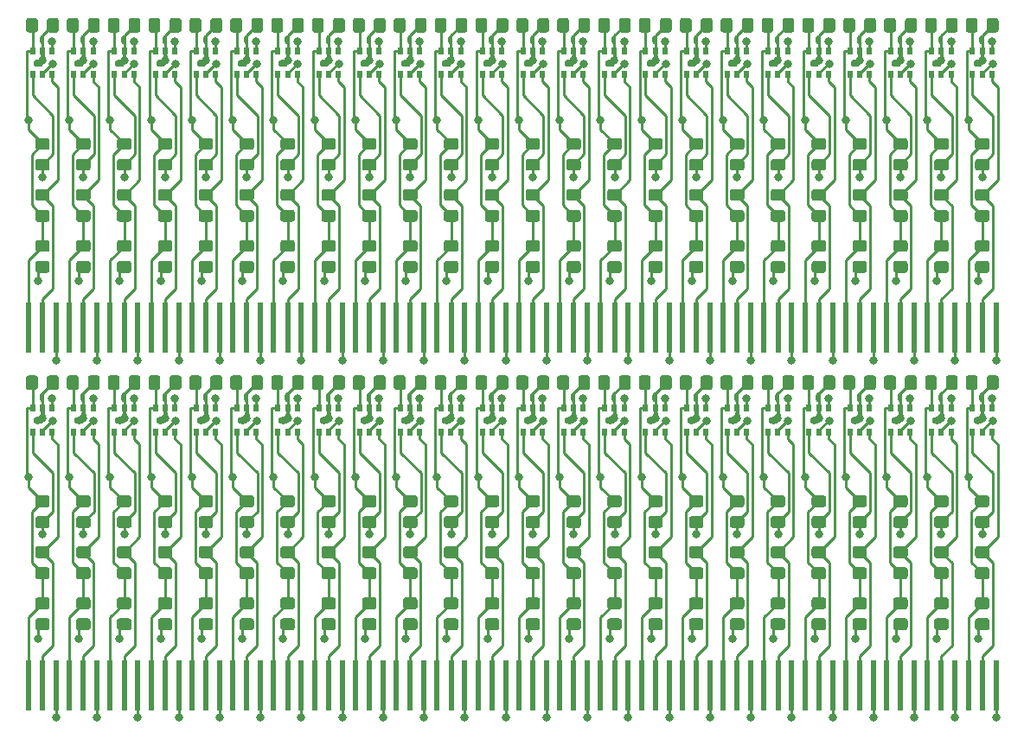
<source format=gbr>
G04 #@! TF.GenerationSoftware,KiCad,Pcbnew,5.1.5+dfsg1-2build2*
G04 #@! TF.CreationDate,2022-01-05T22:10:48-05:00*
G04 #@! TF.ProjectId,,58585858-5858-4585-9858-585858585858,rev?*
G04 #@! TF.SameCoordinates,Original*
G04 #@! TF.FileFunction,Copper,L1,Top*
G04 #@! TF.FilePolarity,Positive*
%FSLAX46Y46*%
G04 Gerber Fmt 4.6, Leading zero omitted, Abs format (unit mm)*
G04 Created by KiCad (PCBNEW 5.1.5+dfsg1-2build2) date 2022-01-05 22:10:48*
%MOMM*%
%LPD*%
G04 APERTURE LIST*
%ADD10R,0.600000X5.000000*%
%ADD11C,0.100000*%
%ADD12R,0.510000X0.700000*%
%ADD13C,0.800000*%
%ADD14C,0.250000*%
%ADD15C,0.254000*%
G04 APERTURE END LIST*
D10*
X161672300Y-103058800D03*
X157672300Y-103058800D03*
X153672300Y-103058800D03*
X149672300Y-103058800D03*
X145672300Y-103058800D03*
X141672300Y-103058800D03*
X137672300Y-103058800D03*
X133672300Y-103058800D03*
X129672300Y-103058800D03*
X125672300Y-103058800D03*
X121672300Y-103058800D03*
X117672300Y-103058800D03*
X113672300Y-103058800D03*
X109672300Y-103058800D03*
X105672300Y-103058800D03*
X101672300Y-103058800D03*
X97672300Y-103058800D03*
X93672300Y-103058800D03*
X89672300Y-103058800D03*
X85672300Y-103058800D03*
X81672300Y-103058800D03*
X77672300Y-103058800D03*
X73672300Y-103058800D03*
X69672300Y-103058800D03*
X161672300Y-68058800D03*
X157672300Y-68058800D03*
X153672300Y-68058800D03*
X149672300Y-68058800D03*
X145672300Y-68058800D03*
X141672300Y-68058800D03*
X137672300Y-68058800D03*
X133672300Y-68058800D03*
X129672300Y-68058800D03*
X125672300Y-68058800D03*
X121672300Y-68058800D03*
X117672300Y-68058800D03*
X113672300Y-68058800D03*
X109672300Y-68058800D03*
X105672300Y-68058800D03*
X101672300Y-68058800D03*
X97672300Y-68058800D03*
X93672300Y-68058800D03*
X89672300Y-68058800D03*
X85672300Y-68058800D03*
X81672300Y-68058800D03*
X77672300Y-68058800D03*
X73672300Y-68058800D03*
G04 #@! TA.AperFunction,SMDPad,CuDef*
D11*
G36*
X160806805Y-84460004D02*
G01*
X160831073Y-84463604D01*
X160854872Y-84469565D01*
X160877971Y-84477830D01*
X160900150Y-84488320D01*
X160921193Y-84500932D01*
X160940899Y-84515547D01*
X160959077Y-84532023D01*
X160975553Y-84550201D01*
X160990168Y-84569907D01*
X161002780Y-84590950D01*
X161013270Y-84613129D01*
X161021535Y-84636228D01*
X161027496Y-84660027D01*
X161031096Y-84684295D01*
X161032300Y-84708799D01*
X161032300Y-85358801D01*
X161031096Y-85383305D01*
X161027496Y-85407573D01*
X161021535Y-85431372D01*
X161013270Y-85454471D01*
X161002780Y-85476650D01*
X160990168Y-85497693D01*
X160975553Y-85517399D01*
X160959077Y-85535577D01*
X160940899Y-85552053D01*
X160921193Y-85566668D01*
X160900150Y-85579280D01*
X160877971Y-85589770D01*
X160854872Y-85598035D01*
X160831073Y-85603996D01*
X160806805Y-85607596D01*
X160782301Y-85608800D01*
X159882299Y-85608800D01*
X159857795Y-85607596D01*
X159833527Y-85603996D01*
X159809728Y-85598035D01*
X159786629Y-85589770D01*
X159764450Y-85579280D01*
X159743407Y-85566668D01*
X159723701Y-85552053D01*
X159705523Y-85535577D01*
X159689047Y-85517399D01*
X159674432Y-85497693D01*
X159661820Y-85476650D01*
X159651330Y-85454471D01*
X159643065Y-85431372D01*
X159637104Y-85407573D01*
X159633504Y-85383305D01*
X159632300Y-85358801D01*
X159632300Y-84708799D01*
X159633504Y-84684295D01*
X159637104Y-84660027D01*
X159643065Y-84636228D01*
X159651330Y-84613129D01*
X159661820Y-84590950D01*
X159674432Y-84569907D01*
X159689047Y-84550201D01*
X159705523Y-84532023D01*
X159723701Y-84515547D01*
X159743407Y-84500932D01*
X159764450Y-84488320D01*
X159786629Y-84477830D01*
X159809728Y-84469565D01*
X159833527Y-84463604D01*
X159857795Y-84460004D01*
X159882299Y-84458800D01*
X160782301Y-84458800D01*
X160806805Y-84460004D01*
G37*
G04 #@! TD.AperFunction*
G04 #@! TA.AperFunction,SMDPad,CuDef*
G36*
X160806805Y-86510004D02*
G01*
X160831073Y-86513604D01*
X160854872Y-86519565D01*
X160877971Y-86527830D01*
X160900150Y-86538320D01*
X160921193Y-86550932D01*
X160940899Y-86565547D01*
X160959077Y-86582023D01*
X160975553Y-86600201D01*
X160990168Y-86619907D01*
X161002780Y-86640950D01*
X161013270Y-86663129D01*
X161021535Y-86686228D01*
X161027496Y-86710027D01*
X161031096Y-86734295D01*
X161032300Y-86758799D01*
X161032300Y-87408801D01*
X161031096Y-87433305D01*
X161027496Y-87457573D01*
X161021535Y-87481372D01*
X161013270Y-87504471D01*
X161002780Y-87526650D01*
X160990168Y-87547693D01*
X160975553Y-87567399D01*
X160959077Y-87585577D01*
X160940899Y-87602053D01*
X160921193Y-87616668D01*
X160900150Y-87629280D01*
X160877971Y-87639770D01*
X160854872Y-87648035D01*
X160831073Y-87653996D01*
X160806805Y-87657596D01*
X160782301Y-87658800D01*
X159882299Y-87658800D01*
X159857795Y-87657596D01*
X159833527Y-87653996D01*
X159809728Y-87648035D01*
X159786629Y-87639770D01*
X159764450Y-87629280D01*
X159743407Y-87616668D01*
X159723701Y-87602053D01*
X159705523Y-87585577D01*
X159689047Y-87567399D01*
X159674432Y-87547693D01*
X159661820Y-87526650D01*
X159651330Y-87504471D01*
X159643065Y-87481372D01*
X159637104Y-87457573D01*
X159633504Y-87433305D01*
X159632300Y-87408801D01*
X159632300Y-86758799D01*
X159633504Y-86734295D01*
X159637104Y-86710027D01*
X159643065Y-86686228D01*
X159651330Y-86663129D01*
X159661820Y-86640950D01*
X159674432Y-86619907D01*
X159689047Y-86600201D01*
X159705523Y-86582023D01*
X159723701Y-86565547D01*
X159743407Y-86550932D01*
X159764450Y-86538320D01*
X159786629Y-86527830D01*
X159809728Y-86519565D01*
X159833527Y-86513604D01*
X159857795Y-86510004D01*
X159882299Y-86508800D01*
X160782301Y-86508800D01*
X160806805Y-86510004D01*
G37*
G04 #@! TD.AperFunction*
G04 #@! TA.AperFunction,SMDPad,CuDef*
G36*
X156806805Y-84460004D02*
G01*
X156831073Y-84463604D01*
X156854872Y-84469565D01*
X156877971Y-84477830D01*
X156900150Y-84488320D01*
X156921193Y-84500932D01*
X156940899Y-84515547D01*
X156959077Y-84532023D01*
X156975553Y-84550201D01*
X156990168Y-84569907D01*
X157002780Y-84590950D01*
X157013270Y-84613129D01*
X157021535Y-84636228D01*
X157027496Y-84660027D01*
X157031096Y-84684295D01*
X157032300Y-84708799D01*
X157032300Y-85358801D01*
X157031096Y-85383305D01*
X157027496Y-85407573D01*
X157021535Y-85431372D01*
X157013270Y-85454471D01*
X157002780Y-85476650D01*
X156990168Y-85497693D01*
X156975553Y-85517399D01*
X156959077Y-85535577D01*
X156940899Y-85552053D01*
X156921193Y-85566668D01*
X156900150Y-85579280D01*
X156877971Y-85589770D01*
X156854872Y-85598035D01*
X156831073Y-85603996D01*
X156806805Y-85607596D01*
X156782301Y-85608800D01*
X155882299Y-85608800D01*
X155857795Y-85607596D01*
X155833527Y-85603996D01*
X155809728Y-85598035D01*
X155786629Y-85589770D01*
X155764450Y-85579280D01*
X155743407Y-85566668D01*
X155723701Y-85552053D01*
X155705523Y-85535577D01*
X155689047Y-85517399D01*
X155674432Y-85497693D01*
X155661820Y-85476650D01*
X155651330Y-85454471D01*
X155643065Y-85431372D01*
X155637104Y-85407573D01*
X155633504Y-85383305D01*
X155632300Y-85358801D01*
X155632300Y-84708799D01*
X155633504Y-84684295D01*
X155637104Y-84660027D01*
X155643065Y-84636228D01*
X155651330Y-84613129D01*
X155661820Y-84590950D01*
X155674432Y-84569907D01*
X155689047Y-84550201D01*
X155705523Y-84532023D01*
X155723701Y-84515547D01*
X155743407Y-84500932D01*
X155764450Y-84488320D01*
X155786629Y-84477830D01*
X155809728Y-84469565D01*
X155833527Y-84463604D01*
X155857795Y-84460004D01*
X155882299Y-84458800D01*
X156782301Y-84458800D01*
X156806805Y-84460004D01*
G37*
G04 #@! TD.AperFunction*
G04 #@! TA.AperFunction,SMDPad,CuDef*
G36*
X156806805Y-86510004D02*
G01*
X156831073Y-86513604D01*
X156854872Y-86519565D01*
X156877971Y-86527830D01*
X156900150Y-86538320D01*
X156921193Y-86550932D01*
X156940899Y-86565547D01*
X156959077Y-86582023D01*
X156975553Y-86600201D01*
X156990168Y-86619907D01*
X157002780Y-86640950D01*
X157013270Y-86663129D01*
X157021535Y-86686228D01*
X157027496Y-86710027D01*
X157031096Y-86734295D01*
X157032300Y-86758799D01*
X157032300Y-87408801D01*
X157031096Y-87433305D01*
X157027496Y-87457573D01*
X157021535Y-87481372D01*
X157013270Y-87504471D01*
X157002780Y-87526650D01*
X156990168Y-87547693D01*
X156975553Y-87567399D01*
X156959077Y-87585577D01*
X156940899Y-87602053D01*
X156921193Y-87616668D01*
X156900150Y-87629280D01*
X156877971Y-87639770D01*
X156854872Y-87648035D01*
X156831073Y-87653996D01*
X156806805Y-87657596D01*
X156782301Y-87658800D01*
X155882299Y-87658800D01*
X155857795Y-87657596D01*
X155833527Y-87653996D01*
X155809728Y-87648035D01*
X155786629Y-87639770D01*
X155764450Y-87629280D01*
X155743407Y-87616668D01*
X155723701Y-87602053D01*
X155705523Y-87585577D01*
X155689047Y-87567399D01*
X155674432Y-87547693D01*
X155661820Y-87526650D01*
X155651330Y-87504471D01*
X155643065Y-87481372D01*
X155637104Y-87457573D01*
X155633504Y-87433305D01*
X155632300Y-87408801D01*
X155632300Y-86758799D01*
X155633504Y-86734295D01*
X155637104Y-86710027D01*
X155643065Y-86686228D01*
X155651330Y-86663129D01*
X155661820Y-86640950D01*
X155674432Y-86619907D01*
X155689047Y-86600201D01*
X155705523Y-86582023D01*
X155723701Y-86565547D01*
X155743407Y-86550932D01*
X155764450Y-86538320D01*
X155786629Y-86527830D01*
X155809728Y-86519565D01*
X155833527Y-86513604D01*
X155857795Y-86510004D01*
X155882299Y-86508800D01*
X156782301Y-86508800D01*
X156806805Y-86510004D01*
G37*
G04 #@! TD.AperFunction*
G04 #@! TA.AperFunction,SMDPad,CuDef*
G36*
X152806805Y-84460004D02*
G01*
X152831073Y-84463604D01*
X152854872Y-84469565D01*
X152877971Y-84477830D01*
X152900150Y-84488320D01*
X152921193Y-84500932D01*
X152940899Y-84515547D01*
X152959077Y-84532023D01*
X152975553Y-84550201D01*
X152990168Y-84569907D01*
X153002780Y-84590950D01*
X153013270Y-84613129D01*
X153021535Y-84636228D01*
X153027496Y-84660027D01*
X153031096Y-84684295D01*
X153032300Y-84708799D01*
X153032300Y-85358801D01*
X153031096Y-85383305D01*
X153027496Y-85407573D01*
X153021535Y-85431372D01*
X153013270Y-85454471D01*
X153002780Y-85476650D01*
X152990168Y-85497693D01*
X152975553Y-85517399D01*
X152959077Y-85535577D01*
X152940899Y-85552053D01*
X152921193Y-85566668D01*
X152900150Y-85579280D01*
X152877971Y-85589770D01*
X152854872Y-85598035D01*
X152831073Y-85603996D01*
X152806805Y-85607596D01*
X152782301Y-85608800D01*
X151882299Y-85608800D01*
X151857795Y-85607596D01*
X151833527Y-85603996D01*
X151809728Y-85598035D01*
X151786629Y-85589770D01*
X151764450Y-85579280D01*
X151743407Y-85566668D01*
X151723701Y-85552053D01*
X151705523Y-85535577D01*
X151689047Y-85517399D01*
X151674432Y-85497693D01*
X151661820Y-85476650D01*
X151651330Y-85454471D01*
X151643065Y-85431372D01*
X151637104Y-85407573D01*
X151633504Y-85383305D01*
X151632300Y-85358801D01*
X151632300Y-84708799D01*
X151633504Y-84684295D01*
X151637104Y-84660027D01*
X151643065Y-84636228D01*
X151651330Y-84613129D01*
X151661820Y-84590950D01*
X151674432Y-84569907D01*
X151689047Y-84550201D01*
X151705523Y-84532023D01*
X151723701Y-84515547D01*
X151743407Y-84500932D01*
X151764450Y-84488320D01*
X151786629Y-84477830D01*
X151809728Y-84469565D01*
X151833527Y-84463604D01*
X151857795Y-84460004D01*
X151882299Y-84458800D01*
X152782301Y-84458800D01*
X152806805Y-84460004D01*
G37*
G04 #@! TD.AperFunction*
G04 #@! TA.AperFunction,SMDPad,CuDef*
G36*
X152806805Y-86510004D02*
G01*
X152831073Y-86513604D01*
X152854872Y-86519565D01*
X152877971Y-86527830D01*
X152900150Y-86538320D01*
X152921193Y-86550932D01*
X152940899Y-86565547D01*
X152959077Y-86582023D01*
X152975553Y-86600201D01*
X152990168Y-86619907D01*
X153002780Y-86640950D01*
X153013270Y-86663129D01*
X153021535Y-86686228D01*
X153027496Y-86710027D01*
X153031096Y-86734295D01*
X153032300Y-86758799D01*
X153032300Y-87408801D01*
X153031096Y-87433305D01*
X153027496Y-87457573D01*
X153021535Y-87481372D01*
X153013270Y-87504471D01*
X153002780Y-87526650D01*
X152990168Y-87547693D01*
X152975553Y-87567399D01*
X152959077Y-87585577D01*
X152940899Y-87602053D01*
X152921193Y-87616668D01*
X152900150Y-87629280D01*
X152877971Y-87639770D01*
X152854872Y-87648035D01*
X152831073Y-87653996D01*
X152806805Y-87657596D01*
X152782301Y-87658800D01*
X151882299Y-87658800D01*
X151857795Y-87657596D01*
X151833527Y-87653996D01*
X151809728Y-87648035D01*
X151786629Y-87639770D01*
X151764450Y-87629280D01*
X151743407Y-87616668D01*
X151723701Y-87602053D01*
X151705523Y-87585577D01*
X151689047Y-87567399D01*
X151674432Y-87547693D01*
X151661820Y-87526650D01*
X151651330Y-87504471D01*
X151643065Y-87481372D01*
X151637104Y-87457573D01*
X151633504Y-87433305D01*
X151632300Y-87408801D01*
X151632300Y-86758799D01*
X151633504Y-86734295D01*
X151637104Y-86710027D01*
X151643065Y-86686228D01*
X151651330Y-86663129D01*
X151661820Y-86640950D01*
X151674432Y-86619907D01*
X151689047Y-86600201D01*
X151705523Y-86582023D01*
X151723701Y-86565547D01*
X151743407Y-86550932D01*
X151764450Y-86538320D01*
X151786629Y-86527830D01*
X151809728Y-86519565D01*
X151833527Y-86513604D01*
X151857795Y-86510004D01*
X151882299Y-86508800D01*
X152782301Y-86508800D01*
X152806805Y-86510004D01*
G37*
G04 #@! TD.AperFunction*
G04 #@! TA.AperFunction,SMDPad,CuDef*
G36*
X148806805Y-84460004D02*
G01*
X148831073Y-84463604D01*
X148854872Y-84469565D01*
X148877971Y-84477830D01*
X148900150Y-84488320D01*
X148921193Y-84500932D01*
X148940899Y-84515547D01*
X148959077Y-84532023D01*
X148975553Y-84550201D01*
X148990168Y-84569907D01*
X149002780Y-84590950D01*
X149013270Y-84613129D01*
X149021535Y-84636228D01*
X149027496Y-84660027D01*
X149031096Y-84684295D01*
X149032300Y-84708799D01*
X149032300Y-85358801D01*
X149031096Y-85383305D01*
X149027496Y-85407573D01*
X149021535Y-85431372D01*
X149013270Y-85454471D01*
X149002780Y-85476650D01*
X148990168Y-85497693D01*
X148975553Y-85517399D01*
X148959077Y-85535577D01*
X148940899Y-85552053D01*
X148921193Y-85566668D01*
X148900150Y-85579280D01*
X148877971Y-85589770D01*
X148854872Y-85598035D01*
X148831073Y-85603996D01*
X148806805Y-85607596D01*
X148782301Y-85608800D01*
X147882299Y-85608800D01*
X147857795Y-85607596D01*
X147833527Y-85603996D01*
X147809728Y-85598035D01*
X147786629Y-85589770D01*
X147764450Y-85579280D01*
X147743407Y-85566668D01*
X147723701Y-85552053D01*
X147705523Y-85535577D01*
X147689047Y-85517399D01*
X147674432Y-85497693D01*
X147661820Y-85476650D01*
X147651330Y-85454471D01*
X147643065Y-85431372D01*
X147637104Y-85407573D01*
X147633504Y-85383305D01*
X147632300Y-85358801D01*
X147632300Y-84708799D01*
X147633504Y-84684295D01*
X147637104Y-84660027D01*
X147643065Y-84636228D01*
X147651330Y-84613129D01*
X147661820Y-84590950D01*
X147674432Y-84569907D01*
X147689047Y-84550201D01*
X147705523Y-84532023D01*
X147723701Y-84515547D01*
X147743407Y-84500932D01*
X147764450Y-84488320D01*
X147786629Y-84477830D01*
X147809728Y-84469565D01*
X147833527Y-84463604D01*
X147857795Y-84460004D01*
X147882299Y-84458800D01*
X148782301Y-84458800D01*
X148806805Y-84460004D01*
G37*
G04 #@! TD.AperFunction*
G04 #@! TA.AperFunction,SMDPad,CuDef*
G36*
X148806805Y-86510004D02*
G01*
X148831073Y-86513604D01*
X148854872Y-86519565D01*
X148877971Y-86527830D01*
X148900150Y-86538320D01*
X148921193Y-86550932D01*
X148940899Y-86565547D01*
X148959077Y-86582023D01*
X148975553Y-86600201D01*
X148990168Y-86619907D01*
X149002780Y-86640950D01*
X149013270Y-86663129D01*
X149021535Y-86686228D01*
X149027496Y-86710027D01*
X149031096Y-86734295D01*
X149032300Y-86758799D01*
X149032300Y-87408801D01*
X149031096Y-87433305D01*
X149027496Y-87457573D01*
X149021535Y-87481372D01*
X149013270Y-87504471D01*
X149002780Y-87526650D01*
X148990168Y-87547693D01*
X148975553Y-87567399D01*
X148959077Y-87585577D01*
X148940899Y-87602053D01*
X148921193Y-87616668D01*
X148900150Y-87629280D01*
X148877971Y-87639770D01*
X148854872Y-87648035D01*
X148831073Y-87653996D01*
X148806805Y-87657596D01*
X148782301Y-87658800D01*
X147882299Y-87658800D01*
X147857795Y-87657596D01*
X147833527Y-87653996D01*
X147809728Y-87648035D01*
X147786629Y-87639770D01*
X147764450Y-87629280D01*
X147743407Y-87616668D01*
X147723701Y-87602053D01*
X147705523Y-87585577D01*
X147689047Y-87567399D01*
X147674432Y-87547693D01*
X147661820Y-87526650D01*
X147651330Y-87504471D01*
X147643065Y-87481372D01*
X147637104Y-87457573D01*
X147633504Y-87433305D01*
X147632300Y-87408801D01*
X147632300Y-86758799D01*
X147633504Y-86734295D01*
X147637104Y-86710027D01*
X147643065Y-86686228D01*
X147651330Y-86663129D01*
X147661820Y-86640950D01*
X147674432Y-86619907D01*
X147689047Y-86600201D01*
X147705523Y-86582023D01*
X147723701Y-86565547D01*
X147743407Y-86550932D01*
X147764450Y-86538320D01*
X147786629Y-86527830D01*
X147809728Y-86519565D01*
X147833527Y-86513604D01*
X147857795Y-86510004D01*
X147882299Y-86508800D01*
X148782301Y-86508800D01*
X148806805Y-86510004D01*
G37*
G04 #@! TD.AperFunction*
G04 #@! TA.AperFunction,SMDPad,CuDef*
G36*
X144806805Y-84460004D02*
G01*
X144831073Y-84463604D01*
X144854872Y-84469565D01*
X144877971Y-84477830D01*
X144900150Y-84488320D01*
X144921193Y-84500932D01*
X144940899Y-84515547D01*
X144959077Y-84532023D01*
X144975553Y-84550201D01*
X144990168Y-84569907D01*
X145002780Y-84590950D01*
X145013270Y-84613129D01*
X145021535Y-84636228D01*
X145027496Y-84660027D01*
X145031096Y-84684295D01*
X145032300Y-84708799D01*
X145032300Y-85358801D01*
X145031096Y-85383305D01*
X145027496Y-85407573D01*
X145021535Y-85431372D01*
X145013270Y-85454471D01*
X145002780Y-85476650D01*
X144990168Y-85497693D01*
X144975553Y-85517399D01*
X144959077Y-85535577D01*
X144940899Y-85552053D01*
X144921193Y-85566668D01*
X144900150Y-85579280D01*
X144877971Y-85589770D01*
X144854872Y-85598035D01*
X144831073Y-85603996D01*
X144806805Y-85607596D01*
X144782301Y-85608800D01*
X143882299Y-85608800D01*
X143857795Y-85607596D01*
X143833527Y-85603996D01*
X143809728Y-85598035D01*
X143786629Y-85589770D01*
X143764450Y-85579280D01*
X143743407Y-85566668D01*
X143723701Y-85552053D01*
X143705523Y-85535577D01*
X143689047Y-85517399D01*
X143674432Y-85497693D01*
X143661820Y-85476650D01*
X143651330Y-85454471D01*
X143643065Y-85431372D01*
X143637104Y-85407573D01*
X143633504Y-85383305D01*
X143632300Y-85358801D01*
X143632300Y-84708799D01*
X143633504Y-84684295D01*
X143637104Y-84660027D01*
X143643065Y-84636228D01*
X143651330Y-84613129D01*
X143661820Y-84590950D01*
X143674432Y-84569907D01*
X143689047Y-84550201D01*
X143705523Y-84532023D01*
X143723701Y-84515547D01*
X143743407Y-84500932D01*
X143764450Y-84488320D01*
X143786629Y-84477830D01*
X143809728Y-84469565D01*
X143833527Y-84463604D01*
X143857795Y-84460004D01*
X143882299Y-84458800D01*
X144782301Y-84458800D01*
X144806805Y-84460004D01*
G37*
G04 #@! TD.AperFunction*
G04 #@! TA.AperFunction,SMDPad,CuDef*
G36*
X144806805Y-86510004D02*
G01*
X144831073Y-86513604D01*
X144854872Y-86519565D01*
X144877971Y-86527830D01*
X144900150Y-86538320D01*
X144921193Y-86550932D01*
X144940899Y-86565547D01*
X144959077Y-86582023D01*
X144975553Y-86600201D01*
X144990168Y-86619907D01*
X145002780Y-86640950D01*
X145013270Y-86663129D01*
X145021535Y-86686228D01*
X145027496Y-86710027D01*
X145031096Y-86734295D01*
X145032300Y-86758799D01*
X145032300Y-87408801D01*
X145031096Y-87433305D01*
X145027496Y-87457573D01*
X145021535Y-87481372D01*
X145013270Y-87504471D01*
X145002780Y-87526650D01*
X144990168Y-87547693D01*
X144975553Y-87567399D01*
X144959077Y-87585577D01*
X144940899Y-87602053D01*
X144921193Y-87616668D01*
X144900150Y-87629280D01*
X144877971Y-87639770D01*
X144854872Y-87648035D01*
X144831073Y-87653996D01*
X144806805Y-87657596D01*
X144782301Y-87658800D01*
X143882299Y-87658800D01*
X143857795Y-87657596D01*
X143833527Y-87653996D01*
X143809728Y-87648035D01*
X143786629Y-87639770D01*
X143764450Y-87629280D01*
X143743407Y-87616668D01*
X143723701Y-87602053D01*
X143705523Y-87585577D01*
X143689047Y-87567399D01*
X143674432Y-87547693D01*
X143661820Y-87526650D01*
X143651330Y-87504471D01*
X143643065Y-87481372D01*
X143637104Y-87457573D01*
X143633504Y-87433305D01*
X143632300Y-87408801D01*
X143632300Y-86758799D01*
X143633504Y-86734295D01*
X143637104Y-86710027D01*
X143643065Y-86686228D01*
X143651330Y-86663129D01*
X143661820Y-86640950D01*
X143674432Y-86619907D01*
X143689047Y-86600201D01*
X143705523Y-86582023D01*
X143723701Y-86565547D01*
X143743407Y-86550932D01*
X143764450Y-86538320D01*
X143786629Y-86527830D01*
X143809728Y-86519565D01*
X143833527Y-86513604D01*
X143857795Y-86510004D01*
X143882299Y-86508800D01*
X144782301Y-86508800D01*
X144806805Y-86510004D01*
G37*
G04 #@! TD.AperFunction*
G04 #@! TA.AperFunction,SMDPad,CuDef*
G36*
X140806805Y-84460004D02*
G01*
X140831073Y-84463604D01*
X140854872Y-84469565D01*
X140877971Y-84477830D01*
X140900150Y-84488320D01*
X140921193Y-84500932D01*
X140940899Y-84515547D01*
X140959077Y-84532023D01*
X140975553Y-84550201D01*
X140990168Y-84569907D01*
X141002780Y-84590950D01*
X141013270Y-84613129D01*
X141021535Y-84636228D01*
X141027496Y-84660027D01*
X141031096Y-84684295D01*
X141032300Y-84708799D01*
X141032300Y-85358801D01*
X141031096Y-85383305D01*
X141027496Y-85407573D01*
X141021535Y-85431372D01*
X141013270Y-85454471D01*
X141002780Y-85476650D01*
X140990168Y-85497693D01*
X140975553Y-85517399D01*
X140959077Y-85535577D01*
X140940899Y-85552053D01*
X140921193Y-85566668D01*
X140900150Y-85579280D01*
X140877971Y-85589770D01*
X140854872Y-85598035D01*
X140831073Y-85603996D01*
X140806805Y-85607596D01*
X140782301Y-85608800D01*
X139882299Y-85608800D01*
X139857795Y-85607596D01*
X139833527Y-85603996D01*
X139809728Y-85598035D01*
X139786629Y-85589770D01*
X139764450Y-85579280D01*
X139743407Y-85566668D01*
X139723701Y-85552053D01*
X139705523Y-85535577D01*
X139689047Y-85517399D01*
X139674432Y-85497693D01*
X139661820Y-85476650D01*
X139651330Y-85454471D01*
X139643065Y-85431372D01*
X139637104Y-85407573D01*
X139633504Y-85383305D01*
X139632300Y-85358801D01*
X139632300Y-84708799D01*
X139633504Y-84684295D01*
X139637104Y-84660027D01*
X139643065Y-84636228D01*
X139651330Y-84613129D01*
X139661820Y-84590950D01*
X139674432Y-84569907D01*
X139689047Y-84550201D01*
X139705523Y-84532023D01*
X139723701Y-84515547D01*
X139743407Y-84500932D01*
X139764450Y-84488320D01*
X139786629Y-84477830D01*
X139809728Y-84469565D01*
X139833527Y-84463604D01*
X139857795Y-84460004D01*
X139882299Y-84458800D01*
X140782301Y-84458800D01*
X140806805Y-84460004D01*
G37*
G04 #@! TD.AperFunction*
G04 #@! TA.AperFunction,SMDPad,CuDef*
G36*
X140806805Y-86510004D02*
G01*
X140831073Y-86513604D01*
X140854872Y-86519565D01*
X140877971Y-86527830D01*
X140900150Y-86538320D01*
X140921193Y-86550932D01*
X140940899Y-86565547D01*
X140959077Y-86582023D01*
X140975553Y-86600201D01*
X140990168Y-86619907D01*
X141002780Y-86640950D01*
X141013270Y-86663129D01*
X141021535Y-86686228D01*
X141027496Y-86710027D01*
X141031096Y-86734295D01*
X141032300Y-86758799D01*
X141032300Y-87408801D01*
X141031096Y-87433305D01*
X141027496Y-87457573D01*
X141021535Y-87481372D01*
X141013270Y-87504471D01*
X141002780Y-87526650D01*
X140990168Y-87547693D01*
X140975553Y-87567399D01*
X140959077Y-87585577D01*
X140940899Y-87602053D01*
X140921193Y-87616668D01*
X140900150Y-87629280D01*
X140877971Y-87639770D01*
X140854872Y-87648035D01*
X140831073Y-87653996D01*
X140806805Y-87657596D01*
X140782301Y-87658800D01*
X139882299Y-87658800D01*
X139857795Y-87657596D01*
X139833527Y-87653996D01*
X139809728Y-87648035D01*
X139786629Y-87639770D01*
X139764450Y-87629280D01*
X139743407Y-87616668D01*
X139723701Y-87602053D01*
X139705523Y-87585577D01*
X139689047Y-87567399D01*
X139674432Y-87547693D01*
X139661820Y-87526650D01*
X139651330Y-87504471D01*
X139643065Y-87481372D01*
X139637104Y-87457573D01*
X139633504Y-87433305D01*
X139632300Y-87408801D01*
X139632300Y-86758799D01*
X139633504Y-86734295D01*
X139637104Y-86710027D01*
X139643065Y-86686228D01*
X139651330Y-86663129D01*
X139661820Y-86640950D01*
X139674432Y-86619907D01*
X139689047Y-86600201D01*
X139705523Y-86582023D01*
X139723701Y-86565547D01*
X139743407Y-86550932D01*
X139764450Y-86538320D01*
X139786629Y-86527830D01*
X139809728Y-86519565D01*
X139833527Y-86513604D01*
X139857795Y-86510004D01*
X139882299Y-86508800D01*
X140782301Y-86508800D01*
X140806805Y-86510004D01*
G37*
G04 #@! TD.AperFunction*
G04 #@! TA.AperFunction,SMDPad,CuDef*
G36*
X136806805Y-84460004D02*
G01*
X136831073Y-84463604D01*
X136854872Y-84469565D01*
X136877971Y-84477830D01*
X136900150Y-84488320D01*
X136921193Y-84500932D01*
X136940899Y-84515547D01*
X136959077Y-84532023D01*
X136975553Y-84550201D01*
X136990168Y-84569907D01*
X137002780Y-84590950D01*
X137013270Y-84613129D01*
X137021535Y-84636228D01*
X137027496Y-84660027D01*
X137031096Y-84684295D01*
X137032300Y-84708799D01*
X137032300Y-85358801D01*
X137031096Y-85383305D01*
X137027496Y-85407573D01*
X137021535Y-85431372D01*
X137013270Y-85454471D01*
X137002780Y-85476650D01*
X136990168Y-85497693D01*
X136975553Y-85517399D01*
X136959077Y-85535577D01*
X136940899Y-85552053D01*
X136921193Y-85566668D01*
X136900150Y-85579280D01*
X136877971Y-85589770D01*
X136854872Y-85598035D01*
X136831073Y-85603996D01*
X136806805Y-85607596D01*
X136782301Y-85608800D01*
X135882299Y-85608800D01*
X135857795Y-85607596D01*
X135833527Y-85603996D01*
X135809728Y-85598035D01*
X135786629Y-85589770D01*
X135764450Y-85579280D01*
X135743407Y-85566668D01*
X135723701Y-85552053D01*
X135705523Y-85535577D01*
X135689047Y-85517399D01*
X135674432Y-85497693D01*
X135661820Y-85476650D01*
X135651330Y-85454471D01*
X135643065Y-85431372D01*
X135637104Y-85407573D01*
X135633504Y-85383305D01*
X135632300Y-85358801D01*
X135632300Y-84708799D01*
X135633504Y-84684295D01*
X135637104Y-84660027D01*
X135643065Y-84636228D01*
X135651330Y-84613129D01*
X135661820Y-84590950D01*
X135674432Y-84569907D01*
X135689047Y-84550201D01*
X135705523Y-84532023D01*
X135723701Y-84515547D01*
X135743407Y-84500932D01*
X135764450Y-84488320D01*
X135786629Y-84477830D01*
X135809728Y-84469565D01*
X135833527Y-84463604D01*
X135857795Y-84460004D01*
X135882299Y-84458800D01*
X136782301Y-84458800D01*
X136806805Y-84460004D01*
G37*
G04 #@! TD.AperFunction*
G04 #@! TA.AperFunction,SMDPad,CuDef*
G36*
X136806805Y-86510004D02*
G01*
X136831073Y-86513604D01*
X136854872Y-86519565D01*
X136877971Y-86527830D01*
X136900150Y-86538320D01*
X136921193Y-86550932D01*
X136940899Y-86565547D01*
X136959077Y-86582023D01*
X136975553Y-86600201D01*
X136990168Y-86619907D01*
X137002780Y-86640950D01*
X137013270Y-86663129D01*
X137021535Y-86686228D01*
X137027496Y-86710027D01*
X137031096Y-86734295D01*
X137032300Y-86758799D01*
X137032300Y-87408801D01*
X137031096Y-87433305D01*
X137027496Y-87457573D01*
X137021535Y-87481372D01*
X137013270Y-87504471D01*
X137002780Y-87526650D01*
X136990168Y-87547693D01*
X136975553Y-87567399D01*
X136959077Y-87585577D01*
X136940899Y-87602053D01*
X136921193Y-87616668D01*
X136900150Y-87629280D01*
X136877971Y-87639770D01*
X136854872Y-87648035D01*
X136831073Y-87653996D01*
X136806805Y-87657596D01*
X136782301Y-87658800D01*
X135882299Y-87658800D01*
X135857795Y-87657596D01*
X135833527Y-87653996D01*
X135809728Y-87648035D01*
X135786629Y-87639770D01*
X135764450Y-87629280D01*
X135743407Y-87616668D01*
X135723701Y-87602053D01*
X135705523Y-87585577D01*
X135689047Y-87567399D01*
X135674432Y-87547693D01*
X135661820Y-87526650D01*
X135651330Y-87504471D01*
X135643065Y-87481372D01*
X135637104Y-87457573D01*
X135633504Y-87433305D01*
X135632300Y-87408801D01*
X135632300Y-86758799D01*
X135633504Y-86734295D01*
X135637104Y-86710027D01*
X135643065Y-86686228D01*
X135651330Y-86663129D01*
X135661820Y-86640950D01*
X135674432Y-86619907D01*
X135689047Y-86600201D01*
X135705523Y-86582023D01*
X135723701Y-86565547D01*
X135743407Y-86550932D01*
X135764450Y-86538320D01*
X135786629Y-86527830D01*
X135809728Y-86519565D01*
X135833527Y-86513604D01*
X135857795Y-86510004D01*
X135882299Y-86508800D01*
X136782301Y-86508800D01*
X136806805Y-86510004D01*
G37*
G04 #@! TD.AperFunction*
G04 #@! TA.AperFunction,SMDPad,CuDef*
G36*
X132806805Y-84460004D02*
G01*
X132831073Y-84463604D01*
X132854872Y-84469565D01*
X132877971Y-84477830D01*
X132900150Y-84488320D01*
X132921193Y-84500932D01*
X132940899Y-84515547D01*
X132959077Y-84532023D01*
X132975553Y-84550201D01*
X132990168Y-84569907D01*
X133002780Y-84590950D01*
X133013270Y-84613129D01*
X133021535Y-84636228D01*
X133027496Y-84660027D01*
X133031096Y-84684295D01*
X133032300Y-84708799D01*
X133032300Y-85358801D01*
X133031096Y-85383305D01*
X133027496Y-85407573D01*
X133021535Y-85431372D01*
X133013270Y-85454471D01*
X133002780Y-85476650D01*
X132990168Y-85497693D01*
X132975553Y-85517399D01*
X132959077Y-85535577D01*
X132940899Y-85552053D01*
X132921193Y-85566668D01*
X132900150Y-85579280D01*
X132877971Y-85589770D01*
X132854872Y-85598035D01*
X132831073Y-85603996D01*
X132806805Y-85607596D01*
X132782301Y-85608800D01*
X131882299Y-85608800D01*
X131857795Y-85607596D01*
X131833527Y-85603996D01*
X131809728Y-85598035D01*
X131786629Y-85589770D01*
X131764450Y-85579280D01*
X131743407Y-85566668D01*
X131723701Y-85552053D01*
X131705523Y-85535577D01*
X131689047Y-85517399D01*
X131674432Y-85497693D01*
X131661820Y-85476650D01*
X131651330Y-85454471D01*
X131643065Y-85431372D01*
X131637104Y-85407573D01*
X131633504Y-85383305D01*
X131632300Y-85358801D01*
X131632300Y-84708799D01*
X131633504Y-84684295D01*
X131637104Y-84660027D01*
X131643065Y-84636228D01*
X131651330Y-84613129D01*
X131661820Y-84590950D01*
X131674432Y-84569907D01*
X131689047Y-84550201D01*
X131705523Y-84532023D01*
X131723701Y-84515547D01*
X131743407Y-84500932D01*
X131764450Y-84488320D01*
X131786629Y-84477830D01*
X131809728Y-84469565D01*
X131833527Y-84463604D01*
X131857795Y-84460004D01*
X131882299Y-84458800D01*
X132782301Y-84458800D01*
X132806805Y-84460004D01*
G37*
G04 #@! TD.AperFunction*
G04 #@! TA.AperFunction,SMDPad,CuDef*
G36*
X132806805Y-86510004D02*
G01*
X132831073Y-86513604D01*
X132854872Y-86519565D01*
X132877971Y-86527830D01*
X132900150Y-86538320D01*
X132921193Y-86550932D01*
X132940899Y-86565547D01*
X132959077Y-86582023D01*
X132975553Y-86600201D01*
X132990168Y-86619907D01*
X133002780Y-86640950D01*
X133013270Y-86663129D01*
X133021535Y-86686228D01*
X133027496Y-86710027D01*
X133031096Y-86734295D01*
X133032300Y-86758799D01*
X133032300Y-87408801D01*
X133031096Y-87433305D01*
X133027496Y-87457573D01*
X133021535Y-87481372D01*
X133013270Y-87504471D01*
X133002780Y-87526650D01*
X132990168Y-87547693D01*
X132975553Y-87567399D01*
X132959077Y-87585577D01*
X132940899Y-87602053D01*
X132921193Y-87616668D01*
X132900150Y-87629280D01*
X132877971Y-87639770D01*
X132854872Y-87648035D01*
X132831073Y-87653996D01*
X132806805Y-87657596D01*
X132782301Y-87658800D01*
X131882299Y-87658800D01*
X131857795Y-87657596D01*
X131833527Y-87653996D01*
X131809728Y-87648035D01*
X131786629Y-87639770D01*
X131764450Y-87629280D01*
X131743407Y-87616668D01*
X131723701Y-87602053D01*
X131705523Y-87585577D01*
X131689047Y-87567399D01*
X131674432Y-87547693D01*
X131661820Y-87526650D01*
X131651330Y-87504471D01*
X131643065Y-87481372D01*
X131637104Y-87457573D01*
X131633504Y-87433305D01*
X131632300Y-87408801D01*
X131632300Y-86758799D01*
X131633504Y-86734295D01*
X131637104Y-86710027D01*
X131643065Y-86686228D01*
X131651330Y-86663129D01*
X131661820Y-86640950D01*
X131674432Y-86619907D01*
X131689047Y-86600201D01*
X131705523Y-86582023D01*
X131723701Y-86565547D01*
X131743407Y-86550932D01*
X131764450Y-86538320D01*
X131786629Y-86527830D01*
X131809728Y-86519565D01*
X131833527Y-86513604D01*
X131857795Y-86510004D01*
X131882299Y-86508800D01*
X132782301Y-86508800D01*
X132806805Y-86510004D01*
G37*
G04 #@! TD.AperFunction*
G04 #@! TA.AperFunction,SMDPad,CuDef*
G36*
X128806805Y-84460004D02*
G01*
X128831073Y-84463604D01*
X128854872Y-84469565D01*
X128877971Y-84477830D01*
X128900150Y-84488320D01*
X128921193Y-84500932D01*
X128940899Y-84515547D01*
X128959077Y-84532023D01*
X128975553Y-84550201D01*
X128990168Y-84569907D01*
X129002780Y-84590950D01*
X129013270Y-84613129D01*
X129021535Y-84636228D01*
X129027496Y-84660027D01*
X129031096Y-84684295D01*
X129032300Y-84708799D01*
X129032300Y-85358801D01*
X129031096Y-85383305D01*
X129027496Y-85407573D01*
X129021535Y-85431372D01*
X129013270Y-85454471D01*
X129002780Y-85476650D01*
X128990168Y-85497693D01*
X128975553Y-85517399D01*
X128959077Y-85535577D01*
X128940899Y-85552053D01*
X128921193Y-85566668D01*
X128900150Y-85579280D01*
X128877971Y-85589770D01*
X128854872Y-85598035D01*
X128831073Y-85603996D01*
X128806805Y-85607596D01*
X128782301Y-85608800D01*
X127882299Y-85608800D01*
X127857795Y-85607596D01*
X127833527Y-85603996D01*
X127809728Y-85598035D01*
X127786629Y-85589770D01*
X127764450Y-85579280D01*
X127743407Y-85566668D01*
X127723701Y-85552053D01*
X127705523Y-85535577D01*
X127689047Y-85517399D01*
X127674432Y-85497693D01*
X127661820Y-85476650D01*
X127651330Y-85454471D01*
X127643065Y-85431372D01*
X127637104Y-85407573D01*
X127633504Y-85383305D01*
X127632300Y-85358801D01*
X127632300Y-84708799D01*
X127633504Y-84684295D01*
X127637104Y-84660027D01*
X127643065Y-84636228D01*
X127651330Y-84613129D01*
X127661820Y-84590950D01*
X127674432Y-84569907D01*
X127689047Y-84550201D01*
X127705523Y-84532023D01*
X127723701Y-84515547D01*
X127743407Y-84500932D01*
X127764450Y-84488320D01*
X127786629Y-84477830D01*
X127809728Y-84469565D01*
X127833527Y-84463604D01*
X127857795Y-84460004D01*
X127882299Y-84458800D01*
X128782301Y-84458800D01*
X128806805Y-84460004D01*
G37*
G04 #@! TD.AperFunction*
G04 #@! TA.AperFunction,SMDPad,CuDef*
G36*
X128806805Y-86510004D02*
G01*
X128831073Y-86513604D01*
X128854872Y-86519565D01*
X128877971Y-86527830D01*
X128900150Y-86538320D01*
X128921193Y-86550932D01*
X128940899Y-86565547D01*
X128959077Y-86582023D01*
X128975553Y-86600201D01*
X128990168Y-86619907D01*
X129002780Y-86640950D01*
X129013270Y-86663129D01*
X129021535Y-86686228D01*
X129027496Y-86710027D01*
X129031096Y-86734295D01*
X129032300Y-86758799D01*
X129032300Y-87408801D01*
X129031096Y-87433305D01*
X129027496Y-87457573D01*
X129021535Y-87481372D01*
X129013270Y-87504471D01*
X129002780Y-87526650D01*
X128990168Y-87547693D01*
X128975553Y-87567399D01*
X128959077Y-87585577D01*
X128940899Y-87602053D01*
X128921193Y-87616668D01*
X128900150Y-87629280D01*
X128877971Y-87639770D01*
X128854872Y-87648035D01*
X128831073Y-87653996D01*
X128806805Y-87657596D01*
X128782301Y-87658800D01*
X127882299Y-87658800D01*
X127857795Y-87657596D01*
X127833527Y-87653996D01*
X127809728Y-87648035D01*
X127786629Y-87639770D01*
X127764450Y-87629280D01*
X127743407Y-87616668D01*
X127723701Y-87602053D01*
X127705523Y-87585577D01*
X127689047Y-87567399D01*
X127674432Y-87547693D01*
X127661820Y-87526650D01*
X127651330Y-87504471D01*
X127643065Y-87481372D01*
X127637104Y-87457573D01*
X127633504Y-87433305D01*
X127632300Y-87408801D01*
X127632300Y-86758799D01*
X127633504Y-86734295D01*
X127637104Y-86710027D01*
X127643065Y-86686228D01*
X127651330Y-86663129D01*
X127661820Y-86640950D01*
X127674432Y-86619907D01*
X127689047Y-86600201D01*
X127705523Y-86582023D01*
X127723701Y-86565547D01*
X127743407Y-86550932D01*
X127764450Y-86538320D01*
X127786629Y-86527830D01*
X127809728Y-86519565D01*
X127833527Y-86513604D01*
X127857795Y-86510004D01*
X127882299Y-86508800D01*
X128782301Y-86508800D01*
X128806805Y-86510004D01*
G37*
G04 #@! TD.AperFunction*
G04 #@! TA.AperFunction,SMDPad,CuDef*
G36*
X124806805Y-84460004D02*
G01*
X124831073Y-84463604D01*
X124854872Y-84469565D01*
X124877971Y-84477830D01*
X124900150Y-84488320D01*
X124921193Y-84500932D01*
X124940899Y-84515547D01*
X124959077Y-84532023D01*
X124975553Y-84550201D01*
X124990168Y-84569907D01*
X125002780Y-84590950D01*
X125013270Y-84613129D01*
X125021535Y-84636228D01*
X125027496Y-84660027D01*
X125031096Y-84684295D01*
X125032300Y-84708799D01*
X125032300Y-85358801D01*
X125031096Y-85383305D01*
X125027496Y-85407573D01*
X125021535Y-85431372D01*
X125013270Y-85454471D01*
X125002780Y-85476650D01*
X124990168Y-85497693D01*
X124975553Y-85517399D01*
X124959077Y-85535577D01*
X124940899Y-85552053D01*
X124921193Y-85566668D01*
X124900150Y-85579280D01*
X124877971Y-85589770D01*
X124854872Y-85598035D01*
X124831073Y-85603996D01*
X124806805Y-85607596D01*
X124782301Y-85608800D01*
X123882299Y-85608800D01*
X123857795Y-85607596D01*
X123833527Y-85603996D01*
X123809728Y-85598035D01*
X123786629Y-85589770D01*
X123764450Y-85579280D01*
X123743407Y-85566668D01*
X123723701Y-85552053D01*
X123705523Y-85535577D01*
X123689047Y-85517399D01*
X123674432Y-85497693D01*
X123661820Y-85476650D01*
X123651330Y-85454471D01*
X123643065Y-85431372D01*
X123637104Y-85407573D01*
X123633504Y-85383305D01*
X123632300Y-85358801D01*
X123632300Y-84708799D01*
X123633504Y-84684295D01*
X123637104Y-84660027D01*
X123643065Y-84636228D01*
X123651330Y-84613129D01*
X123661820Y-84590950D01*
X123674432Y-84569907D01*
X123689047Y-84550201D01*
X123705523Y-84532023D01*
X123723701Y-84515547D01*
X123743407Y-84500932D01*
X123764450Y-84488320D01*
X123786629Y-84477830D01*
X123809728Y-84469565D01*
X123833527Y-84463604D01*
X123857795Y-84460004D01*
X123882299Y-84458800D01*
X124782301Y-84458800D01*
X124806805Y-84460004D01*
G37*
G04 #@! TD.AperFunction*
G04 #@! TA.AperFunction,SMDPad,CuDef*
G36*
X124806805Y-86510004D02*
G01*
X124831073Y-86513604D01*
X124854872Y-86519565D01*
X124877971Y-86527830D01*
X124900150Y-86538320D01*
X124921193Y-86550932D01*
X124940899Y-86565547D01*
X124959077Y-86582023D01*
X124975553Y-86600201D01*
X124990168Y-86619907D01*
X125002780Y-86640950D01*
X125013270Y-86663129D01*
X125021535Y-86686228D01*
X125027496Y-86710027D01*
X125031096Y-86734295D01*
X125032300Y-86758799D01*
X125032300Y-87408801D01*
X125031096Y-87433305D01*
X125027496Y-87457573D01*
X125021535Y-87481372D01*
X125013270Y-87504471D01*
X125002780Y-87526650D01*
X124990168Y-87547693D01*
X124975553Y-87567399D01*
X124959077Y-87585577D01*
X124940899Y-87602053D01*
X124921193Y-87616668D01*
X124900150Y-87629280D01*
X124877971Y-87639770D01*
X124854872Y-87648035D01*
X124831073Y-87653996D01*
X124806805Y-87657596D01*
X124782301Y-87658800D01*
X123882299Y-87658800D01*
X123857795Y-87657596D01*
X123833527Y-87653996D01*
X123809728Y-87648035D01*
X123786629Y-87639770D01*
X123764450Y-87629280D01*
X123743407Y-87616668D01*
X123723701Y-87602053D01*
X123705523Y-87585577D01*
X123689047Y-87567399D01*
X123674432Y-87547693D01*
X123661820Y-87526650D01*
X123651330Y-87504471D01*
X123643065Y-87481372D01*
X123637104Y-87457573D01*
X123633504Y-87433305D01*
X123632300Y-87408801D01*
X123632300Y-86758799D01*
X123633504Y-86734295D01*
X123637104Y-86710027D01*
X123643065Y-86686228D01*
X123651330Y-86663129D01*
X123661820Y-86640950D01*
X123674432Y-86619907D01*
X123689047Y-86600201D01*
X123705523Y-86582023D01*
X123723701Y-86565547D01*
X123743407Y-86550932D01*
X123764450Y-86538320D01*
X123786629Y-86527830D01*
X123809728Y-86519565D01*
X123833527Y-86513604D01*
X123857795Y-86510004D01*
X123882299Y-86508800D01*
X124782301Y-86508800D01*
X124806805Y-86510004D01*
G37*
G04 #@! TD.AperFunction*
G04 #@! TA.AperFunction,SMDPad,CuDef*
G36*
X120806805Y-84460004D02*
G01*
X120831073Y-84463604D01*
X120854872Y-84469565D01*
X120877971Y-84477830D01*
X120900150Y-84488320D01*
X120921193Y-84500932D01*
X120940899Y-84515547D01*
X120959077Y-84532023D01*
X120975553Y-84550201D01*
X120990168Y-84569907D01*
X121002780Y-84590950D01*
X121013270Y-84613129D01*
X121021535Y-84636228D01*
X121027496Y-84660027D01*
X121031096Y-84684295D01*
X121032300Y-84708799D01*
X121032300Y-85358801D01*
X121031096Y-85383305D01*
X121027496Y-85407573D01*
X121021535Y-85431372D01*
X121013270Y-85454471D01*
X121002780Y-85476650D01*
X120990168Y-85497693D01*
X120975553Y-85517399D01*
X120959077Y-85535577D01*
X120940899Y-85552053D01*
X120921193Y-85566668D01*
X120900150Y-85579280D01*
X120877971Y-85589770D01*
X120854872Y-85598035D01*
X120831073Y-85603996D01*
X120806805Y-85607596D01*
X120782301Y-85608800D01*
X119882299Y-85608800D01*
X119857795Y-85607596D01*
X119833527Y-85603996D01*
X119809728Y-85598035D01*
X119786629Y-85589770D01*
X119764450Y-85579280D01*
X119743407Y-85566668D01*
X119723701Y-85552053D01*
X119705523Y-85535577D01*
X119689047Y-85517399D01*
X119674432Y-85497693D01*
X119661820Y-85476650D01*
X119651330Y-85454471D01*
X119643065Y-85431372D01*
X119637104Y-85407573D01*
X119633504Y-85383305D01*
X119632300Y-85358801D01*
X119632300Y-84708799D01*
X119633504Y-84684295D01*
X119637104Y-84660027D01*
X119643065Y-84636228D01*
X119651330Y-84613129D01*
X119661820Y-84590950D01*
X119674432Y-84569907D01*
X119689047Y-84550201D01*
X119705523Y-84532023D01*
X119723701Y-84515547D01*
X119743407Y-84500932D01*
X119764450Y-84488320D01*
X119786629Y-84477830D01*
X119809728Y-84469565D01*
X119833527Y-84463604D01*
X119857795Y-84460004D01*
X119882299Y-84458800D01*
X120782301Y-84458800D01*
X120806805Y-84460004D01*
G37*
G04 #@! TD.AperFunction*
G04 #@! TA.AperFunction,SMDPad,CuDef*
G36*
X120806805Y-86510004D02*
G01*
X120831073Y-86513604D01*
X120854872Y-86519565D01*
X120877971Y-86527830D01*
X120900150Y-86538320D01*
X120921193Y-86550932D01*
X120940899Y-86565547D01*
X120959077Y-86582023D01*
X120975553Y-86600201D01*
X120990168Y-86619907D01*
X121002780Y-86640950D01*
X121013270Y-86663129D01*
X121021535Y-86686228D01*
X121027496Y-86710027D01*
X121031096Y-86734295D01*
X121032300Y-86758799D01*
X121032300Y-87408801D01*
X121031096Y-87433305D01*
X121027496Y-87457573D01*
X121021535Y-87481372D01*
X121013270Y-87504471D01*
X121002780Y-87526650D01*
X120990168Y-87547693D01*
X120975553Y-87567399D01*
X120959077Y-87585577D01*
X120940899Y-87602053D01*
X120921193Y-87616668D01*
X120900150Y-87629280D01*
X120877971Y-87639770D01*
X120854872Y-87648035D01*
X120831073Y-87653996D01*
X120806805Y-87657596D01*
X120782301Y-87658800D01*
X119882299Y-87658800D01*
X119857795Y-87657596D01*
X119833527Y-87653996D01*
X119809728Y-87648035D01*
X119786629Y-87639770D01*
X119764450Y-87629280D01*
X119743407Y-87616668D01*
X119723701Y-87602053D01*
X119705523Y-87585577D01*
X119689047Y-87567399D01*
X119674432Y-87547693D01*
X119661820Y-87526650D01*
X119651330Y-87504471D01*
X119643065Y-87481372D01*
X119637104Y-87457573D01*
X119633504Y-87433305D01*
X119632300Y-87408801D01*
X119632300Y-86758799D01*
X119633504Y-86734295D01*
X119637104Y-86710027D01*
X119643065Y-86686228D01*
X119651330Y-86663129D01*
X119661820Y-86640950D01*
X119674432Y-86619907D01*
X119689047Y-86600201D01*
X119705523Y-86582023D01*
X119723701Y-86565547D01*
X119743407Y-86550932D01*
X119764450Y-86538320D01*
X119786629Y-86527830D01*
X119809728Y-86519565D01*
X119833527Y-86513604D01*
X119857795Y-86510004D01*
X119882299Y-86508800D01*
X120782301Y-86508800D01*
X120806805Y-86510004D01*
G37*
G04 #@! TD.AperFunction*
G04 #@! TA.AperFunction,SMDPad,CuDef*
G36*
X116806805Y-84460004D02*
G01*
X116831073Y-84463604D01*
X116854872Y-84469565D01*
X116877971Y-84477830D01*
X116900150Y-84488320D01*
X116921193Y-84500932D01*
X116940899Y-84515547D01*
X116959077Y-84532023D01*
X116975553Y-84550201D01*
X116990168Y-84569907D01*
X117002780Y-84590950D01*
X117013270Y-84613129D01*
X117021535Y-84636228D01*
X117027496Y-84660027D01*
X117031096Y-84684295D01*
X117032300Y-84708799D01*
X117032300Y-85358801D01*
X117031096Y-85383305D01*
X117027496Y-85407573D01*
X117021535Y-85431372D01*
X117013270Y-85454471D01*
X117002780Y-85476650D01*
X116990168Y-85497693D01*
X116975553Y-85517399D01*
X116959077Y-85535577D01*
X116940899Y-85552053D01*
X116921193Y-85566668D01*
X116900150Y-85579280D01*
X116877971Y-85589770D01*
X116854872Y-85598035D01*
X116831073Y-85603996D01*
X116806805Y-85607596D01*
X116782301Y-85608800D01*
X115882299Y-85608800D01*
X115857795Y-85607596D01*
X115833527Y-85603996D01*
X115809728Y-85598035D01*
X115786629Y-85589770D01*
X115764450Y-85579280D01*
X115743407Y-85566668D01*
X115723701Y-85552053D01*
X115705523Y-85535577D01*
X115689047Y-85517399D01*
X115674432Y-85497693D01*
X115661820Y-85476650D01*
X115651330Y-85454471D01*
X115643065Y-85431372D01*
X115637104Y-85407573D01*
X115633504Y-85383305D01*
X115632300Y-85358801D01*
X115632300Y-84708799D01*
X115633504Y-84684295D01*
X115637104Y-84660027D01*
X115643065Y-84636228D01*
X115651330Y-84613129D01*
X115661820Y-84590950D01*
X115674432Y-84569907D01*
X115689047Y-84550201D01*
X115705523Y-84532023D01*
X115723701Y-84515547D01*
X115743407Y-84500932D01*
X115764450Y-84488320D01*
X115786629Y-84477830D01*
X115809728Y-84469565D01*
X115833527Y-84463604D01*
X115857795Y-84460004D01*
X115882299Y-84458800D01*
X116782301Y-84458800D01*
X116806805Y-84460004D01*
G37*
G04 #@! TD.AperFunction*
G04 #@! TA.AperFunction,SMDPad,CuDef*
G36*
X116806805Y-86510004D02*
G01*
X116831073Y-86513604D01*
X116854872Y-86519565D01*
X116877971Y-86527830D01*
X116900150Y-86538320D01*
X116921193Y-86550932D01*
X116940899Y-86565547D01*
X116959077Y-86582023D01*
X116975553Y-86600201D01*
X116990168Y-86619907D01*
X117002780Y-86640950D01*
X117013270Y-86663129D01*
X117021535Y-86686228D01*
X117027496Y-86710027D01*
X117031096Y-86734295D01*
X117032300Y-86758799D01*
X117032300Y-87408801D01*
X117031096Y-87433305D01*
X117027496Y-87457573D01*
X117021535Y-87481372D01*
X117013270Y-87504471D01*
X117002780Y-87526650D01*
X116990168Y-87547693D01*
X116975553Y-87567399D01*
X116959077Y-87585577D01*
X116940899Y-87602053D01*
X116921193Y-87616668D01*
X116900150Y-87629280D01*
X116877971Y-87639770D01*
X116854872Y-87648035D01*
X116831073Y-87653996D01*
X116806805Y-87657596D01*
X116782301Y-87658800D01*
X115882299Y-87658800D01*
X115857795Y-87657596D01*
X115833527Y-87653996D01*
X115809728Y-87648035D01*
X115786629Y-87639770D01*
X115764450Y-87629280D01*
X115743407Y-87616668D01*
X115723701Y-87602053D01*
X115705523Y-87585577D01*
X115689047Y-87567399D01*
X115674432Y-87547693D01*
X115661820Y-87526650D01*
X115651330Y-87504471D01*
X115643065Y-87481372D01*
X115637104Y-87457573D01*
X115633504Y-87433305D01*
X115632300Y-87408801D01*
X115632300Y-86758799D01*
X115633504Y-86734295D01*
X115637104Y-86710027D01*
X115643065Y-86686228D01*
X115651330Y-86663129D01*
X115661820Y-86640950D01*
X115674432Y-86619907D01*
X115689047Y-86600201D01*
X115705523Y-86582023D01*
X115723701Y-86565547D01*
X115743407Y-86550932D01*
X115764450Y-86538320D01*
X115786629Y-86527830D01*
X115809728Y-86519565D01*
X115833527Y-86513604D01*
X115857795Y-86510004D01*
X115882299Y-86508800D01*
X116782301Y-86508800D01*
X116806805Y-86510004D01*
G37*
G04 #@! TD.AperFunction*
G04 #@! TA.AperFunction,SMDPad,CuDef*
G36*
X112806805Y-84460004D02*
G01*
X112831073Y-84463604D01*
X112854872Y-84469565D01*
X112877971Y-84477830D01*
X112900150Y-84488320D01*
X112921193Y-84500932D01*
X112940899Y-84515547D01*
X112959077Y-84532023D01*
X112975553Y-84550201D01*
X112990168Y-84569907D01*
X113002780Y-84590950D01*
X113013270Y-84613129D01*
X113021535Y-84636228D01*
X113027496Y-84660027D01*
X113031096Y-84684295D01*
X113032300Y-84708799D01*
X113032300Y-85358801D01*
X113031096Y-85383305D01*
X113027496Y-85407573D01*
X113021535Y-85431372D01*
X113013270Y-85454471D01*
X113002780Y-85476650D01*
X112990168Y-85497693D01*
X112975553Y-85517399D01*
X112959077Y-85535577D01*
X112940899Y-85552053D01*
X112921193Y-85566668D01*
X112900150Y-85579280D01*
X112877971Y-85589770D01*
X112854872Y-85598035D01*
X112831073Y-85603996D01*
X112806805Y-85607596D01*
X112782301Y-85608800D01*
X111882299Y-85608800D01*
X111857795Y-85607596D01*
X111833527Y-85603996D01*
X111809728Y-85598035D01*
X111786629Y-85589770D01*
X111764450Y-85579280D01*
X111743407Y-85566668D01*
X111723701Y-85552053D01*
X111705523Y-85535577D01*
X111689047Y-85517399D01*
X111674432Y-85497693D01*
X111661820Y-85476650D01*
X111651330Y-85454471D01*
X111643065Y-85431372D01*
X111637104Y-85407573D01*
X111633504Y-85383305D01*
X111632300Y-85358801D01*
X111632300Y-84708799D01*
X111633504Y-84684295D01*
X111637104Y-84660027D01*
X111643065Y-84636228D01*
X111651330Y-84613129D01*
X111661820Y-84590950D01*
X111674432Y-84569907D01*
X111689047Y-84550201D01*
X111705523Y-84532023D01*
X111723701Y-84515547D01*
X111743407Y-84500932D01*
X111764450Y-84488320D01*
X111786629Y-84477830D01*
X111809728Y-84469565D01*
X111833527Y-84463604D01*
X111857795Y-84460004D01*
X111882299Y-84458800D01*
X112782301Y-84458800D01*
X112806805Y-84460004D01*
G37*
G04 #@! TD.AperFunction*
G04 #@! TA.AperFunction,SMDPad,CuDef*
G36*
X112806805Y-86510004D02*
G01*
X112831073Y-86513604D01*
X112854872Y-86519565D01*
X112877971Y-86527830D01*
X112900150Y-86538320D01*
X112921193Y-86550932D01*
X112940899Y-86565547D01*
X112959077Y-86582023D01*
X112975553Y-86600201D01*
X112990168Y-86619907D01*
X113002780Y-86640950D01*
X113013270Y-86663129D01*
X113021535Y-86686228D01*
X113027496Y-86710027D01*
X113031096Y-86734295D01*
X113032300Y-86758799D01*
X113032300Y-87408801D01*
X113031096Y-87433305D01*
X113027496Y-87457573D01*
X113021535Y-87481372D01*
X113013270Y-87504471D01*
X113002780Y-87526650D01*
X112990168Y-87547693D01*
X112975553Y-87567399D01*
X112959077Y-87585577D01*
X112940899Y-87602053D01*
X112921193Y-87616668D01*
X112900150Y-87629280D01*
X112877971Y-87639770D01*
X112854872Y-87648035D01*
X112831073Y-87653996D01*
X112806805Y-87657596D01*
X112782301Y-87658800D01*
X111882299Y-87658800D01*
X111857795Y-87657596D01*
X111833527Y-87653996D01*
X111809728Y-87648035D01*
X111786629Y-87639770D01*
X111764450Y-87629280D01*
X111743407Y-87616668D01*
X111723701Y-87602053D01*
X111705523Y-87585577D01*
X111689047Y-87567399D01*
X111674432Y-87547693D01*
X111661820Y-87526650D01*
X111651330Y-87504471D01*
X111643065Y-87481372D01*
X111637104Y-87457573D01*
X111633504Y-87433305D01*
X111632300Y-87408801D01*
X111632300Y-86758799D01*
X111633504Y-86734295D01*
X111637104Y-86710027D01*
X111643065Y-86686228D01*
X111651330Y-86663129D01*
X111661820Y-86640950D01*
X111674432Y-86619907D01*
X111689047Y-86600201D01*
X111705523Y-86582023D01*
X111723701Y-86565547D01*
X111743407Y-86550932D01*
X111764450Y-86538320D01*
X111786629Y-86527830D01*
X111809728Y-86519565D01*
X111833527Y-86513604D01*
X111857795Y-86510004D01*
X111882299Y-86508800D01*
X112782301Y-86508800D01*
X112806805Y-86510004D01*
G37*
G04 #@! TD.AperFunction*
G04 #@! TA.AperFunction,SMDPad,CuDef*
G36*
X108806805Y-84460004D02*
G01*
X108831073Y-84463604D01*
X108854872Y-84469565D01*
X108877971Y-84477830D01*
X108900150Y-84488320D01*
X108921193Y-84500932D01*
X108940899Y-84515547D01*
X108959077Y-84532023D01*
X108975553Y-84550201D01*
X108990168Y-84569907D01*
X109002780Y-84590950D01*
X109013270Y-84613129D01*
X109021535Y-84636228D01*
X109027496Y-84660027D01*
X109031096Y-84684295D01*
X109032300Y-84708799D01*
X109032300Y-85358801D01*
X109031096Y-85383305D01*
X109027496Y-85407573D01*
X109021535Y-85431372D01*
X109013270Y-85454471D01*
X109002780Y-85476650D01*
X108990168Y-85497693D01*
X108975553Y-85517399D01*
X108959077Y-85535577D01*
X108940899Y-85552053D01*
X108921193Y-85566668D01*
X108900150Y-85579280D01*
X108877971Y-85589770D01*
X108854872Y-85598035D01*
X108831073Y-85603996D01*
X108806805Y-85607596D01*
X108782301Y-85608800D01*
X107882299Y-85608800D01*
X107857795Y-85607596D01*
X107833527Y-85603996D01*
X107809728Y-85598035D01*
X107786629Y-85589770D01*
X107764450Y-85579280D01*
X107743407Y-85566668D01*
X107723701Y-85552053D01*
X107705523Y-85535577D01*
X107689047Y-85517399D01*
X107674432Y-85497693D01*
X107661820Y-85476650D01*
X107651330Y-85454471D01*
X107643065Y-85431372D01*
X107637104Y-85407573D01*
X107633504Y-85383305D01*
X107632300Y-85358801D01*
X107632300Y-84708799D01*
X107633504Y-84684295D01*
X107637104Y-84660027D01*
X107643065Y-84636228D01*
X107651330Y-84613129D01*
X107661820Y-84590950D01*
X107674432Y-84569907D01*
X107689047Y-84550201D01*
X107705523Y-84532023D01*
X107723701Y-84515547D01*
X107743407Y-84500932D01*
X107764450Y-84488320D01*
X107786629Y-84477830D01*
X107809728Y-84469565D01*
X107833527Y-84463604D01*
X107857795Y-84460004D01*
X107882299Y-84458800D01*
X108782301Y-84458800D01*
X108806805Y-84460004D01*
G37*
G04 #@! TD.AperFunction*
G04 #@! TA.AperFunction,SMDPad,CuDef*
G36*
X108806805Y-86510004D02*
G01*
X108831073Y-86513604D01*
X108854872Y-86519565D01*
X108877971Y-86527830D01*
X108900150Y-86538320D01*
X108921193Y-86550932D01*
X108940899Y-86565547D01*
X108959077Y-86582023D01*
X108975553Y-86600201D01*
X108990168Y-86619907D01*
X109002780Y-86640950D01*
X109013270Y-86663129D01*
X109021535Y-86686228D01*
X109027496Y-86710027D01*
X109031096Y-86734295D01*
X109032300Y-86758799D01*
X109032300Y-87408801D01*
X109031096Y-87433305D01*
X109027496Y-87457573D01*
X109021535Y-87481372D01*
X109013270Y-87504471D01*
X109002780Y-87526650D01*
X108990168Y-87547693D01*
X108975553Y-87567399D01*
X108959077Y-87585577D01*
X108940899Y-87602053D01*
X108921193Y-87616668D01*
X108900150Y-87629280D01*
X108877971Y-87639770D01*
X108854872Y-87648035D01*
X108831073Y-87653996D01*
X108806805Y-87657596D01*
X108782301Y-87658800D01*
X107882299Y-87658800D01*
X107857795Y-87657596D01*
X107833527Y-87653996D01*
X107809728Y-87648035D01*
X107786629Y-87639770D01*
X107764450Y-87629280D01*
X107743407Y-87616668D01*
X107723701Y-87602053D01*
X107705523Y-87585577D01*
X107689047Y-87567399D01*
X107674432Y-87547693D01*
X107661820Y-87526650D01*
X107651330Y-87504471D01*
X107643065Y-87481372D01*
X107637104Y-87457573D01*
X107633504Y-87433305D01*
X107632300Y-87408801D01*
X107632300Y-86758799D01*
X107633504Y-86734295D01*
X107637104Y-86710027D01*
X107643065Y-86686228D01*
X107651330Y-86663129D01*
X107661820Y-86640950D01*
X107674432Y-86619907D01*
X107689047Y-86600201D01*
X107705523Y-86582023D01*
X107723701Y-86565547D01*
X107743407Y-86550932D01*
X107764450Y-86538320D01*
X107786629Y-86527830D01*
X107809728Y-86519565D01*
X107833527Y-86513604D01*
X107857795Y-86510004D01*
X107882299Y-86508800D01*
X108782301Y-86508800D01*
X108806805Y-86510004D01*
G37*
G04 #@! TD.AperFunction*
G04 #@! TA.AperFunction,SMDPad,CuDef*
G36*
X104806805Y-84460004D02*
G01*
X104831073Y-84463604D01*
X104854872Y-84469565D01*
X104877971Y-84477830D01*
X104900150Y-84488320D01*
X104921193Y-84500932D01*
X104940899Y-84515547D01*
X104959077Y-84532023D01*
X104975553Y-84550201D01*
X104990168Y-84569907D01*
X105002780Y-84590950D01*
X105013270Y-84613129D01*
X105021535Y-84636228D01*
X105027496Y-84660027D01*
X105031096Y-84684295D01*
X105032300Y-84708799D01*
X105032300Y-85358801D01*
X105031096Y-85383305D01*
X105027496Y-85407573D01*
X105021535Y-85431372D01*
X105013270Y-85454471D01*
X105002780Y-85476650D01*
X104990168Y-85497693D01*
X104975553Y-85517399D01*
X104959077Y-85535577D01*
X104940899Y-85552053D01*
X104921193Y-85566668D01*
X104900150Y-85579280D01*
X104877971Y-85589770D01*
X104854872Y-85598035D01*
X104831073Y-85603996D01*
X104806805Y-85607596D01*
X104782301Y-85608800D01*
X103882299Y-85608800D01*
X103857795Y-85607596D01*
X103833527Y-85603996D01*
X103809728Y-85598035D01*
X103786629Y-85589770D01*
X103764450Y-85579280D01*
X103743407Y-85566668D01*
X103723701Y-85552053D01*
X103705523Y-85535577D01*
X103689047Y-85517399D01*
X103674432Y-85497693D01*
X103661820Y-85476650D01*
X103651330Y-85454471D01*
X103643065Y-85431372D01*
X103637104Y-85407573D01*
X103633504Y-85383305D01*
X103632300Y-85358801D01*
X103632300Y-84708799D01*
X103633504Y-84684295D01*
X103637104Y-84660027D01*
X103643065Y-84636228D01*
X103651330Y-84613129D01*
X103661820Y-84590950D01*
X103674432Y-84569907D01*
X103689047Y-84550201D01*
X103705523Y-84532023D01*
X103723701Y-84515547D01*
X103743407Y-84500932D01*
X103764450Y-84488320D01*
X103786629Y-84477830D01*
X103809728Y-84469565D01*
X103833527Y-84463604D01*
X103857795Y-84460004D01*
X103882299Y-84458800D01*
X104782301Y-84458800D01*
X104806805Y-84460004D01*
G37*
G04 #@! TD.AperFunction*
G04 #@! TA.AperFunction,SMDPad,CuDef*
G36*
X104806805Y-86510004D02*
G01*
X104831073Y-86513604D01*
X104854872Y-86519565D01*
X104877971Y-86527830D01*
X104900150Y-86538320D01*
X104921193Y-86550932D01*
X104940899Y-86565547D01*
X104959077Y-86582023D01*
X104975553Y-86600201D01*
X104990168Y-86619907D01*
X105002780Y-86640950D01*
X105013270Y-86663129D01*
X105021535Y-86686228D01*
X105027496Y-86710027D01*
X105031096Y-86734295D01*
X105032300Y-86758799D01*
X105032300Y-87408801D01*
X105031096Y-87433305D01*
X105027496Y-87457573D01*
X105021535Y-87481372D01*
X105013270Y-87504471D01*
X105002780Y-87526650D01*
X104990168Y-87547693D01*
X104975553Y-87567399D01*
X104959077Y-87585577D01*
X104940899Y-87602053D01*
X104921193Y-87616668D01*
X104900150Y-87629280D01*
X104877971Y-87639770D01*
X104854872Y-87648035D01*
X104831073Y-87653996D01*
X104806805Y-87657596D01*
X104782301Y-87658800D01*
X103882299Y-87658800D01*
X103857795Y-87657596D01*
X103833527Y-87653996D01*
X103809728Y-87648035D01*
X103786629Y-87639770D01*
X103764450Y-87629280D01*
X103743407Y-87616668D01*
X103723701Y-87602053D01*
X103705523Y-87585577D01*
X103689047Y-87567399D01*
X103674432Y-87547693D01*
X103661820Y-87526650D01*
X103651330Y-87504471D01*
X103643065Y-87481372D01*
X103637104Y-87457573D01*
X103633504Y-87433305D01*
X103632300Y-87408801D01*
X103632300Y-86758799D01*
X103633504Y-86734295D01*
X103637104Y-86710027D01*
X103643065Y-86686228D01*
X103651330Y-86663129D01*
X103661820Y-86640950D01*
X103674432Y-86619907D01*
X103689047Y-86600201D01*
X103705523Y-86582023D01*
X103723701Y-86565547D01*
X103743407Y-86550932D01*
X103764450Y-86538320D01*
X103786629Y-86527830D01*
X103809728Y-86519565D01*
X103833527Y-86513604D01*
X103857795Y-86510004D01*
X103882299Y-86508800D01*
X104782301Y-86508800D01*
X104806805Y-86510004D01*
G37*
G04 #@! TD.AperFunction*
G04 #@! TA.AperFunction,SMDPad,CuDef*
G36*
X100806805Y-84460004D02*
G01*
X100831073Y-84463604D01*
X100854872Y-84469565D01*
X100877971Y-84477830D01*
X100900150Y-84488320D01*
X100921193Y-84500932D01*
X100940899Y-84515547D01*
X100959077Y-84532023D01*
X100975553Y-84550201D01*
X100990168Y-84569907D01*
X101002780Y-84590950D01*
X101013270Y-84613129D01*
X101021535Y-84636228D01*
X101027496Y-84660027D01*
X101031096Y-84684295D01*
X101032300Y-84708799D01*
X101032300Y-85358801D01*
X101031096Y-85383305D01*
X101027496Y-85407573D01*
X101021535Y-85431372D01*
X101013270Y-85454471D01*
X101002780Y-85476650D01*
X100990168Y-85497693D01*
X100975553Y-85517399D01*
X100959077Y-85535577D01*
X100940899Y-85552053D01*
X100921193Y-85566668D01*
X100900150Y-85579280D01*
X100877971Y-85589770D01*
X100854872Y-85598035D01*
X100831073Y-85603996D01*
X100806805Y-85607596D01*
X100782301Y-85608800D01*
X99882299Y-85608800D01*
X99857795Y-85607596D01*
X99833527Y-85603996D01*
X99809728Y-85598035D01*
X99786629Y-85589770D01*
X99764450Y-85579280D01*
X99743407Y-85566668D01*
X99723701Y-85552053D01*
X99705523Y-85535577D01*
X99689047Y-85517399D01*
X99674432Y-85497693D01*
X99661820Y-85476650D01*
X99651330Y-85454471D01*
X99643065Y-85431372D01*
X99637104Y-85407573D01*
X99633504Y-85383305D01*
X99632300Y-85358801D01*
X99632300Y-84708799D01*
X99633504Y-84684295D01*
X99637104Y-84660027D01*
X99643065Y-84636228D01*
X99651330Y-84613129D01*
X99661820Y-84590950D01*
X99674432Y-84569907D01*
X99689047Y-84550201D01*
X99705523Y-84532023D01*
X99723701Y-84515547D01*
X99743407Y-84500932D01*
X99764450Y-84488320D01*
X99786629Y-84477830D01*
X99809728Y-84469565D01*
X99833527Y-84463604D01*
X99857795Y-84460004D01*
X99882299Y-84458800D01*
X100782301Y-84458800D01*
X100806805Y-84460004D01*
G37*
G04 #@! TD.AperFunction*
G04 #@! TA.AperFunction,SMDPad,CuDef*
G36*
X100806805Y-86510004D02*
G01*
X100831073Y-86513604D01*
X100854872Y-86519565D01*
X100877971Y-86527830D01*
X100900150Y-86538320D01*
X100921193Y-86550932D01*
X100940899Y-86565547D01*
X100959077Y-86582023D01*
X100975553Y-86600201D01*
X100990168Y-86619907D01*
X101002780Y-86640950D01*
X101013270Y-86663129D01*
X101021535Y-86686228D01*
X101027496Y-86710027D01*
X101031096Y-86734295D01*
X101032300Y-86758799D01*
X101032300Y-87408801D01*
X101031096Y-87433305D01*
X101027496Y-87457573D01*
X101021535Y-87481372D01*
X101013270Y-87504471D01*
X101002780Y-87526650D01*
X100990168Y-87547693D01*
X100975553Y-87567399D01*
X100959077Y-87585577D01*
X100940899Y-87602053D01*
X100921193Y-87616668D01*
X100900150Y-87629280D01*
X100877971Y-87639770D01*
X100854872Y-87648035D01*
X100831073Y-87653996D01*
X100806805Y-87657596D01*
X100782301Y-87658800D01*
X99882299Y-87658800D01*
X99857795Y-87657596D01*
X99833527Y-87653996D01*
X99809728Y-87648035D01*
X99786629Y-87639770D01*
X99764450Y-87629280D01*
X99743407Y-87616668D01*
X99723701Y-87602053D01*
X99705523Y-87585577D01*
X99689047Y-87567399D01*
X99674432Y-87547693D01*
X99661820Y-87526650D01*
X99651330Y-87504471D01*
X99643065Y-87481372D01*
X99637104Y-87457573D01*
X99633504Y-87433305D01*
X99632300Y-87408801D01*
X99632300Y-86758799D01*
X99633504Y-86734295D01*
X99637104Y-86710027D01*
X99643065Y-86686228D01*
X99651330Y-86663129D01*
X99661820Y-86640950D01*
X99674432Y-86619907D01*
X99689047Y-86600201D01*
X99705523Y-86582023D01*
X99723701Y-86565547D01*
X99743407Y-86550932D01*
X99764450Y-86538320D01*
X99786629Y-86527830D01*
X99809728Y-86519565D01*
X99833527Y-86513604D01*
X99857795Y-86510004D01*
X99882299Y-86508800D01*
X100782301Y-86508800D01*
X100806805Y-86510004D01*
G37*
G04 #@! TD.AperFunction*
G04 #@! TA.AperFunction,SMDPad,CuDef*
G36*
X96806805Y-84460004D02*
G01*
X96831073Y-84463604D01*
X96854872Y-84469565D01*
X96877971Y-84477830D01*
X96900150Y-84488320D01*
X96921193Y-84500932D01*
X96940899Y-84515547D01*
X96959077Y-84532023D01*
X96975553Y-84550201D01*
X96990168Y-84569907D01*
X97002780Y-84590950D01*
X97013270Y-84613129D01*
X97021535Y-84636228D01*
X97027496Y-84660027D01*
X97031096Y-84684295D01*
X97032300Y-84708799D01*
X97032300Y-85358801D01*
X97031096Y-85383305D01*
X97027496Y-85407573D01*
X97021535Y-85431372D01*
X97013270Y-85454471D01*
X97002780Y-85476650D01*
X96990168Y-85497693D01*
X96975553Y-85517399D01*
X96959077Y-85535577D01*
X96940899Y-85552053D01*
X96921193Y-85566668D01*
X96900150Y-85579280D01*
X96877971Y-85589770D01*
X96854872Y-85598035D01*
X96831073Y-85603996D01*
X96806805Y-85607596D01*
X96782301Y-85608800D01*
X95882299Y-85608800D01*
X95857795Y-85607596D01*
X95833527Y-85603996D01*
X95809728Y-85598035D01*
X95786629Y-85589770D01*
X95764450Y-85579280D01*
X95743407Y-85566668D01*
X95723701Y-85552053D01*
X95705523Y-85535577D01*
X95689047Y-85517399D01*
X95674432Y-85497693D01*
X95661820Y-85476650D01*
X95651330Y-85454471D01*
X95643065Y-85431372D01*
X95637104Y-85407573D01*
X95633504Y-85383305D01*
X95632300Y-85358801D01*
X95632300Y-84708799D01*
X95633504Y-84684295D01*
X95637104Y-84660027D01*
X95643065Y-84636228D01*
X95651330Y-84613129D01*
X95661820Y-84590950D01*
X95674432Y-84569907D01*
X95689047Y-84550201D01*
X95705523Y-84532023D01*
X95723701Y-84515547D01*
X95743407Y-84500932D01*
X95764450Y-84488320D01*
X95786629Y-84477830D01*
X95809728Y-84469565D01*
X95833527Y-84463604D01*
X95857795Y-84460004D01*
X95882299Y-84458800D01*
X96782301Y-84458800D01*
X96806805Y-84460004D01*
G37*
G04 #@! TD.AperFunction*
G04 #@! TA.AperFunction,SMDPad,CuDef*
G36*
X96806805Y-86510004D02*
G01*
X96831073Y-86513604D01*
X96854872Y-86519565D01*
X96877971Y-86527830D01*
X96900150Y-86538320D01*
X96921193Y-86550932D01*
X96940899Y-86565547D01*
X96959077Y-86582023D01*
X96975553Y-86600201D01*
X96990168Y-86619907D01*
X97002780Y-86640950D01*
X97013270Y-86663129D01*
X97021535Y-86686228D01*
X97027496Y-86710027D01*
X97031096Y-86734295D01*
X97032300Y-86758799D01*
X97032300Y-87408801D01*
X97031096Y-87433305D01*
X97027496Y-87457573D01*
X97021535Y-87481372D01*
X97013270Y-87504471D01*
X97002780Y-87526650D01*
X96990168Y-87547693D01*
X96975553Y-87567399D01*
X96959077Y-87585577D01*
X96940899Y-87602053D01*
X96921193Y-87616668D01*
X96900150Y-87629280D01*
X96877971Y-87639770D01*
X96854872Y-87648035D01*
X96831073Y-87653996D01*
X96806805Y-87657596D01*
X96782301Y-87658800D01*
X95882299Y-87658800D01*
X95857795Y-87657596D01*
X95833527Y-87653996D01*
X95809728Y-87648035D01*
X95786629Y-87639770D01*
X95764450Y-87629280D01*
X95743407Y-87616668D01*
X95723701Y-87602053D01*
X95705523Y-87585577D01*
X95689047Y-87567399D01*
X95674432Y-87547693D01*
X95661820Y-87526650D01*
X95651330Y-87504471D01*
X95643065Y-87481372D01*
X95637104Y-87457573D01*
X95633504Y-87433305D01*
X95632300Y-87408801D01*
X95632300Y-86758799D01*
X95633504Y-86734295D01*
X95637104Y-86710027D01*
X95643065Y-86686228D01*
X95651330Y-86663129D01*
X95661820Y-86640950D01*
X95674432Y-86619907D01*
X95689047Y-86600201D01*
X95705523Y-86582023D01*
X95723701Y-86565547D01*
X95743407Y-86550932D01*
X95764450Y-86538320D01*
X95786629Y-86527830D01*
X95809728Y-86519565D01*
X95833527Y-86513604D01*
X95857795Y-86510004D01*
X95882299Y-86508800D01*
X96782301Y-86508800D01*
X96806805Y-86510004D01*
G37*
G04 #@! TD.AperFunction*
G04 #@! TA.AperFunction,SMDPad,CuDef*
G36*
X92806805Y-84460004D02*
G01*
X92831073Y-84463604D01*
X92854872Y-84469565D01*
X92877971Y-84477830D01*
X92900150Y-84488320D01*
X92921193Y-84500932D01*
X92940899Y-84515547D01*
X92959077Y-84532023D01*
X92975553Y-84550201D01*
X92990168Y-84569907D01*
X93002780Y-84590950D01*
X93013270Y-84613129D01*
X93021535Y-84636228D01*
X93027496Y-84660027D01*
X93031096Y-84684295D01*
X93032300Y-84708799D01*
X93032300Y-85358801D01*
X93031096Y-85383305D01*
X93027496Y-85407573D01*
X93021535Y-85431372D01*
X93013270Y-85454471D01*
X93002780Y-85476650D01*
X92990168Y-85497693D01*
X92975553Y-85517399D01*
X92959077Y-85535577D01*
X92940899Y-85552053D01*
X92921193Y-85566668D01*
X92900150Y-85579280D01*
X92877971Y-85589770D01*
X92854872Y-85598035D01*
X92831073Y-85603996D01*
X92806805Y-85607596D01*
X92782301Y-85608800D01*
X91882299Y-85608800D01*
X91857795Y-85607596D01*
X91833527Y-85603996D01*
X91809728Y-85598035D01*
X91786629Y-85589770D01*
X91764450Y-85579280D01*
X91743407Y-85566668D01*
X91723701Y-85552053D01*
X91705523Y-85535577D01*
X91689047Y-85517399D01*
X91674432Y-85497693D01*
X91661820Y-85476650D01*
X91651330Y-85454471D01*
X91643065Y-85431372D01*
X91637104Y-85407573D01*
X91633504Y-85383305D01*
X91632300Y-85358801D01*
X91632300Y-84708799D01*
X91633504Y-84684295D01*
X91637104Y-84660027D01*
X91643065Y-84636228D01*
X91651330Y-84613129D01*
X91661820Y-84590950D01*
X91674432Y-84569907D01*
X91689047Y-84550201D01*
X91705523Y-84532023D01*
X91723701Y-84515547D01*
X91743407Y-84500932D01*
X91764450Y-84488320D01*
X91786629Y-84477830D01*
X91809728Y-84469565D01*
X91833527Y-84463604D01*
X91857795Y-84460004D01*
X91882299Y-84458800D01*
X92782301Y-84458800D01*
X92806805Y-84460004D01*
G37*
G04 #@! TD.AperFunction*
G04 #@! TA.AperFunction,SMDPad,CuDef*
G36*
X92806805Y-86510004D02*
G01*
X92831073Y-86513604D01*
X92854872Y-86519565D01*
X92877971Y-86527830D01*
X92900150Y-86538320D01*
X92921193Y-86550932D01*
X92940899Y-86565547D01*
X92959077Y-86582023D01*
X92975553Y-86600201D01*
X92990168Y-86619907D01*
X93002780Y-86640950D01*
X93013270Y-86663129D01*
X93021535Y-86686228D01*
X93027496Y-86710027D01*
X93031096Y-86734295D01*
X93032300Y-86758799D01*
X93032300Y-87408801D01*
X93031096Y-87433305D01*
X93027496Y-87457573D01*
X93021535Y-87481372D01*
X93013270Y-87504471D01*
X93002780Y-87526650D01*
X92990168Y-87547693D01*
X92975553Y-87567399D01*
X92959077Y-87585577D01*
X92940899Y-87602053D01*
X92921193Y-87616668D01*
X92900150Y-87629280D01*
X92877971Y-87639770D01*
X92854872Y-87648035D01*
X92831073Y-87653996D01*
X92806805Y-87657596D01*
X92782301Y-87658800D01*
X91882299Y-87658800D01*
X91857795Y-87657596D01*
X91833527Y-87653996D01*
X91809728Y-87648035D01*
X91786629Y-87639770D01*
X91764450Y-87629280D01*
X91743407Y-87616668D01*
X91723701Y-87602053D01*
X91705523Y-87585577D01*
X91689047Y-87567399D01*
X91674432Y-87547693D01*
X91661820Y-87526650D01*
X91651330Y-87504471D01*
X91643065Y-87481372D01*
X91637104Y-87457573D01*
X91633504Y-87433305D01*
X91632300Y-87408801D01*
X91632300Y-86758799D01*
X91633504Y-86734295D01*
X91637104Y-86710027D01*
X91643065Y-86686228D01*
X91651330Y-86663129D01*
X91661820Y-86640950D01*
X91674432Y-86619907D01*
X91689047Y-86600201D01*
X91705523Y-86582023D01*
X91723701Y-86565547D01*
X91743407Y-86550932D01*
X91764450Y-86538320D01*
X91786629Y-86527830D01*
X91809728Y-86519565D01*
X91833527Y-86513604D01*
X91857795Y-86510004D01*
X91882299Y-86508800D01*
X92782301Y-86508800D01*
X92806805Y-86510004D01*
G37*
G04 #@! TD.AperFunction*
G04 #@! TA.AperFunction,SMDPad,CuDef*
G36*
X88806805Y-84460004D02*
G01*
X88831073Y-84463604D01*
X88854872Y-84469565D01*
X88877971Y-84477830D01*
X88900150Y-84488320D01*
X88921193Y-84500932D01*
X88940899Y-84515547D01*
X88959077Y-84532023D01*
X88975553Y-84550201D01*
X88990168Y-84569907D01*
X89002780Y-84590950D01*
X89013270Y-84613129D01*
X89021535Y-84636228D01*
X89027496Y-84660027D01*
X89031096Y-84684295D01*
X89032300Y-84708799D01*
X89032300Y-85358801D01*
X89031096Y-85383305D01*
X89027496Y-85407573D01*
X89021535Y-85431372D01*
X89013270Y-85454471D01*
X89002780Y-85476650D01*
X88990168Y-85497693D01*
X88975553Y-85517399D01*
X88959077Y-85535577D01*
X88940899Y-85552053D01*
X88921193Y-85566668D01*
X88900150Y-85579280D01*
X88877971Y-85589770D01*
X88854872Y-85598035D01*
X88831073Y-85603996D01*
X88806805Y-85607596D01*
X88782301Y-85608800D01*
X87882299Y-85608800D01*
X87857795Y-85607596D01*
X87833527Y-85603996D01*
X87809728Y-85598035D01*
X87786629Y-85589770D01*
X87764450Y-85579280D01*
X87743407Y-85566668D01*
X87723701Y-85552053D01*
X87705523Y-85535577D01*
X87689047Y-85517399D01*
X87674432Y-85497693D01*
X87661820Y-85476650D01*
X87651330Y-85454471D01*
X87643065Y-85431372D01*
X87637104Y-85407573D01*
X87633504Y-85383305D01*
X87632300Y-85358801D01*
X87632300Y-84708799D01*
X87633504Y-84684295D01*
X87637104Y-84660027D01*
X87643065Y-84636228D01*
X87651330Y-84613129D01*
X87661820Y-84590950D01*
X87674432Y-84569907D01*
X87689047Y-84550201D01*
X87705523Y-84532023D01*
X87723701Y-84515547D01*
X87743407Y-84500932D01*
X87764450Y-84488320D01*
X87786629Y-84477830D01*
X87809728Y-84469565D01*
X87833527Y-84463604D01*
X87857795Y-84460004D01*
X87882299Y-84458800D01*
X88782301Y-84458800D01*
X88806805Y-84460004D01*
G37*
G04 #@! TD.AperFunction*
G04 #@! TA.AperFunction,SMDPad,CuDef*
G36*
X88806805Y-86510004D02*
G01*
X88831073Y-86513604D01*
X88854872Y-86519565D01*
X88877971Y-86527830D01*
X88900150Y-86538320D01*
X88921193Y-86550932D01*
X88940899Y-86565547D01*
X88959077Y-86582023D01*
X88975553Y-86600201D01*
X88990168Y-86619907D01*
X89002780Y-86640950D01*
X89013270Y-86663129D01*
X89021535Y-86686228D01*
X89027496Y-86710027D01*
X89031096Y-86734295D01*
X89032300Y-86758799D01*
X89032300Y-87408801D01*
X89031096Y-87433305D01*
X89027496Y-87457573D01*
X89021535Y-87481372D01*
X89013270Y-87504471D01*
X89002780Y-87526650D01*
X88990168Y-87547693D01*
X88975553Y-87567399D01*
X88959077Y-87585577D01*
X88940899Y-87602053D01*
X88921193Y-87616668D01*
X88900150Y-87629280D01*
X88877971Y-87639770D01*
X88854872Y-87648035D01*
X88831073Y-87653996D01*
X88806805Y-87657596D01*
X88782301Y-87658800D01*
X87882299Y-87658800D01*
X87857795Y-87657596D01*
X87833527Y-87653996D01*
X87809728Y-87648035D01*
X87786629Y-87639770D01*
X87764450Y-87629280D01*
X87743407Y-87616668D01*
X87723701Y-87602053D01*
X87705523Y-87585577D01*
X87689047Y-87567399D01*
X87674432Y-87547693D01*
X87661820Y-87526650D01*
X87651330Y-87504471D01*
X87643065Y-87481372D01*
X87637104Y-87457573D01*
X87633504Y-87433305D01*
X87632300Y-87408801D01*
X87632300Y-86758799D01*
X87633504Y-86734295D01*
X87637104Y-86710027D01*
X87643065Y-86686228D01*
X87651330Y-86663129D01*
X87661820Y-86640950D01*
X87674432Y-86619907D01*
X87689047Y-86600201D01*
X87705523Y-86582023D01*
X87723701Y-86565547D01*
X87743407Y-86550932D01*
X87764450Y-86538320D01*
X87786629Y-86527830D01*
X87809728Y-86519565D01*
X87833527Y-86513604D01*
X87857795Y-86510004D01*
X87882299Y-86508800D01*
X88782301Y-86508800D01*
X88806805Y-86510004D01*
G37*
G04 #@! TD.AperFunction*
G04 #@! TA.AperFunction,SMDPad,CuDef*
G36*
X84806805Y-84460004D02*
G01*
X84831073Y-84463604D01*
X84854872Y-84469565D01*
X84877971Y-84477830D01*
X84900150Y-84488320D01*
X84921193Y-84500932D01*
X84940899Y-84515547D01*
X84959077Y-84532023D01*
X84975553Y-84550201D01*
X84990168Y-84569907D01*
X85002780Y-84590950D01*
X85013270Y-84613129D01*
X85021535Y-84636228D01*
X85027496Y-84660027D01*
X85031096Y-84684295D01*
X85032300Y-84708799D01*
X85032300Y-85358801D01*
X85031096Y-85383305D01*
X85027496Y-85407573D01*
X85021535Y-85431372D01*
X85013270Y-85454471D01*
X85002780Y-85476650D01*
X84990168Y-85497693D01*
X84975553Y-85517399D01*
X84959077Y-85535577D01*
X84940899Y-85552053D01*
X84921193Y-85566668D01*
X84900150Y-85579280D01*
X84877971Y-85589770D01*
X84854872Y-85598035D01*
X84831073Y-85603996D01*
X84806805Y-85607596D01*
X84782301Y-85608800D01*
X83882299Y-85608800D01*
X83857795Y-85607596D01*
X83833527Y-85603996D01*
X83809728Y-85598035D01*
X83786629Y-85589770D01*
X83764450Y-85579280D01*
X83743407Y-85566668D01*
X83723701Y-85552053D01*
X83705523Y-85535577D01*
X83689047Y-85517399D01*
X83674432Y-85497693D01*
X83661820Y-85476650D01*
X83651330Y-85454471D01*
X83643065Y-85431372D01*
X83637104Y-85407573D01*
X83633504Y-85383305D01*
X83632300Y-85358801D01*
X83632300Y-84708799D01*
X83633504Y-84684295D01*
X83637104Y-84660027D01*
X83643065Y-84636228D01*
X83651330Y-84613129D01*
X83661820Y-84590950D01*
X83674432Y-84569907D01*
X83689047Y-84550201D01*
X83705523Y-84532023D01*
X83723701Y-84515547D01*
X83743407Y-84500932D01*
X83764450Y-84488320D01*
X83786629Y-84477830D01*
X83809728Y-84469565D01*
X83833527Y-84463604D01*
X83857795Y-84460004D01*
X83882299Y-84458800D01*
X84782301Y-84458800D01*
X84806805Y-84460004D01*
G37*
G04 #@! TD.AperFunction*
G04 #@! TA.AperFunction,SMDPad,CuDef*
G36*
X84806805Y-86510004D02*
G01*
X84831073Y-86513604D01*
X84854872Y-86519565D01*
X84877971Y-86527830D01*
X84900150Y-86538320D01*
X84921193Y-86550932D01*
X84940899Y-86565547D01*
X84959077Y-86582023D01*
X84975553Y-86600201D01*
X84990168Y-86619907D01*
X85002780Y-86640950D01*
X85013270Y-86663129D01*
X85021535Y-86686228D01*
X85027496Y-86710027D01*
X85031096Y-86734295D01*
X85032300Y-86758799D01*
X85032300Y-87408801D01*
X85031096Y-87433305D01*
X85027496Y-87457573D01*
X85021535Y-87481372D01*
X85013270Y-87504471D01*
X85002780Y-87526650D01*
X84990168Y-87547693D01*
X84975553Y-87567399D01*
X84959077Y-87585577D01*
X84940899Y-87602053D01*
X84921193Y-87616668D01*
X84900150Y-87629280D01*
X84877971Y-87639770D01*
X84854872Y-87648035D01*
X84831073Y-87653996D01*
X84806805Y-87657596D01*
X84782301Y-87658800D01*
X83882299Y-87658800D01*
X83857795Y-87657596D01*
X83833527Y-87653996D01*
X83809728Y-87648035D01*
X83786629Y-87639770D01*
X83764450Y-87629280D01*
X83743407Y-87616668D01*
X83723701Y-87602053D01*
X83705523Y-87585577D01*
X83689047Y-87567399D01*
X83674432Y-87547693D01*
X83661820Y-87526650D01*
X83651330Y-87504471D01*
X83643065Y-87481372D01*
X83637104Y-87457573D01*
X83633504Y-87433305D01*
X83632300Y-87408801D01*
X83632300Y-86758799D01*
X83633504Y-86734295D01*
X83637104Y-86710027D01*
X83643065Y-86686228D01*
X83651330Y-86663129D01*
X83661820Y-86640950D01*
X83674432Y-86619907D01*
X83689047Y-86600201D01*
X83705523Y-86582023D01*
X83723701Y-86565547D01*
X83743407Y-86550932D01*
X83764450Y-86538320D01*
X83786629Y-86527830D01*
X83809728Y-86519565D01*
X83833527Y-86513604D01*
X83857795Y-86510004D01*
X83882299Y-86508800D01*
X84782301Y-86508800D01*
X84806805Y-86510004D01*
G37*
G04 #@! TD.AperFunction*
G04 #@! TA.AperFunction,SMDPad,CuDef*
G36*
X80806805Y-84460004D02*
G01*
X80831073Y-84463604D01*
X80854872Y-84469565D01*
X80877971Y-84477830D01*
X80900150Y-84488320D01*
X80921193Y-84500932D01*
X80940899Y-84515547D01*
X80959077Y-84532023D01*
X80975553Y-84550201D01*
X80990168Y-84569907D01*
X81002780Y-84590950D01*
X81013270Y-84613129D01*
X81021535Y-84636228D01*
X81027496Y-84660027D01*
X81031096Y-84684295D01*
X81032300Y-84708799D01*
X81032300Y-85358801D01*
X81031096Y-85383305D01*
X81027496Y-85407573D01*
X81021535Y-85431372D01*
X81013270Y-85454471D01*
X81002780Y-85476650D01*
X80990168Y-85497693D01*
X80975553Y-85517399D01*
X80959077Y-85535577D01*
X80940899Y-85552053D01*
X80921193Y-85566668D01*
X80900150Y-85579280D01*
X80877971Y-85589770D01*
X80854872Y-85598035D01*
X80831073Y-85603996D01*
X80806805Y-85607596D01*
X80782301Y-85608800D01*
X79882299Y-85608800D01*
X79857795Y-85607596D01*
X79833527Y-85603996D01*
X79809728Y-85598035D01*
X79786629Y-85589770D01*
X79764450Y-85579280D01*
X79743407Y-85566668D01*
X79723701Y-85552053D01*
X79705523Y-85535577D01*
X79689047Y-85517399D01*
X79674432Y-85497693D01*
X79661820Y-85476650D01*
X79651330Y-85454471D01*
X79643065Y-85431372D01*
X79637104Y-85407573D01*
X79633504Y-85383305D01*
X79632300Y-85358801D01*
X79632300Y-84708799D01*
X79633504Y-84684295D01*
X79637104Y-84660027D01*
X79643065Y-84636228D01*
X79651330Y-84613129D01*
X79661820Y-84590950D01*
X79674432Y-84569907D01*
X79689047Y-84550201D01*
X79705523Y-84532023D01*
X79723701Y-84515547D01*
X79743407Y-84500932D01*
X79764450Y-84488320D01*
X79786629Y-84477830D01*
X79809728Y-84469565D01*
X79833527Y-84463604D01*
X79857795Y-84460004D01*
X79882299Y-84458800D01*
X80782301Y-84458800D01*
X80806805Y-84460004D01*
G37*
G04 #@! TD.AperFunction*
G04 #@! TA.AperFunction,SMDPad,CuDef*
G36*
X80806805Y-86510004D02*
G01*
X80831073Y-86513604D01*
X80854872Y-86519565D01*
X80877971Y-86527830D01*
X80900150Y-86538320D01*
X80921193Y-86550932D01*
X80940899Y-86565547D01*
X80959077Y-86582023D01*
X80975553Y-86600201D01*
X80990168Y-86619907D01*
X81002780Y-86640950D01*
X81013270Y-86663129D01*
X81021535Y-86686228D01*
X81027496Y-86710027D01*
X81031096Y-86734295D01*
X81032300Y-86758799D01*
X81032300Y-87408801D01*
X81031096Y-87433305D01*
X81027496Y-87457573D01*
X81021535Y-87481372D01*
X81013270Y-87504471D01*
X81002780Y-87526650D01*
X80990168Y-87547693D01*
X80975553Y-87567399D01*
X80959077Y-87585577D01*
X80940899Y-87602053D01*
X80921193Y-87616668D01*
X80900150Y-87629280D01*
X80877971Y-87639770D01*
X80854872Y-87648035D01*
X80831073Y-87653996D01*
X80806805Y-87657596D01*
X80782301Y-87658800D01*
X79882299Y-87658800D01*
X79857795Y-87657596D01*
X79833527Y-87653996D01*
X79809728Y-87648035D01*
X79786629Y-87639770D01*
X79764450Y-87629280D01*
X79743407Y-87616668D01*
X79723701Y-87602053D01*
X79705523Y-87585577D01*
X79689047Y-87567399D01*
X79674432Y-87547693D01*
X79661820Y-87526650D01*
X79651330Y-87504471D01*
X79643065Y-87481372D01*
X79637104Y-87457573D01*
X79633504Y-87433305D01*
X79632300Y-87408801D01*
X79632300Y-86758799D01*
X79633504Y-86734295D01*
X79637104Y-86710027D01*
X79643065Y-86686228D01*
X79651330Y-86663129D01*
X79661820Y-86640950D01*
X79674432Y-86619907D01*
X79689047Y-86600201D01*
X79705523Y-86582023D01*
X79723701Y-86565547D01*
X79743407Y-86550932D01*
X79764450Y-86538320D01*
X79786629Y-86527830D01*
X79809728Y-86519565D01*
X79833527Y-86513604D01*
X79857795Y-86510004D01*
X79882299Y-86508800D01*
X80782301Y-86508800D01*
X80806805Y-86510004D01*
G37*
G04 #@! TD.AperFunction*
G04 #@! TA.AperFunction,SMDPad,CuDef*
G36*
X76806805Y-84460004D02*
G01*
X76831073Y-84463604D01*
X76854872Y-84469565D01*
X76877971Y-84477830D01*
X76900150Y-84488320D01*
X76921193Y-84500932D01*
X76940899Y-84515547D01*
X76959077Y-84532023D01*
X76975553Y-84550201D01*
X76990168Y-84569907D01*
X77002780Y-84590950D01*
X77013270Y-84613129D01*
X77021535Y-84636228D01*
X77027496Y-84660027D01*
X77031096Y-84684295D01*
X77032300Y-84708799D01*
X77032300Y-85358801D01*
X77031096Y-85383305D01*
X77027496Y-85407573D01*
X77021535Y-85431372D01*
X77013270Y-85454471D01*
X77002780Y-85476650D01*
X76990168Y-85497693D01*
X76975553Y-85517399D01*
X76959077Y-85535577D01*
X76940899Y-85552053D01*
X76921193Y-85566668D01*
X76900150Y-85579280D01*
X76877971Y-85589770D01*
X76854872Y-85598035D01*
X76831073Y-85603996D01*
X76806805Y-85607596D01*
X76782301Y-85608800D01*
X75882299Y-85608800D01*
X75857795Y-85607596D01*
X75833527Y-85603996D01*
X75809728Y-85598035D01*
X75786629Y-85589770D01*
X75764450Y-85579280D01*
X75743407Y-85566668D01*
X75723701Y-85552053D01*
X75705523Y-85535577D01*
X75689047Y-85517399D01*
X75674432Y-85497693D01*
X75661820Y-85476650D01*
X75651330Y-85454471D01*
X75643065Y-85431372D01*
X75637104Y-85407573D01*
X75633504Y-85383305D01*
X75632300Y-85358801D01*
X75632300Y-84708799D01*
X75633504Y-84684295D01*
X75637104Y-84660027D01*
X75643065Y-84636228D01*
X75651330Y-84613129D01*
X75661820Y-84590950D01*
X75674432Y-84569907D01*
X75689047Y-84550201D01*
X75705523Y-84532023D01*
X75723701Y-84515547D01*
X75743407Y-84500932D01*
X75764450Y-84488320D01*
X75786629Y-84477830D01*
X75809728Y-84469565D01*
X75833527Y-84463604D01*
X75857795Y-84460004D01*
X75882299Y-84458800D01*
X76782301Y-84458800D01*
X76806805Y-84460004D01*
G37*
G04 #@! TD.AperFunction*
G04 #@! TA.AperFunction,SMDPad,CuDef*
G36*
X76806805Y-86510004D02*
G01*
X76831073Y-86513604D01*
X76854872Y-86519565D01*
X76877971Y-86527830D01*
X76900150Y-86538320D01*
X76921193Y-86550932D01*
X76940899Y-86565547D01*
X76959077Y-86582023D01*
X76975553Y-86600201D01*
X76990168Y-86619907D01*
X77002780Y-86640950D01*
X77013270Y-86663129D01*
X77021535Y-86686228D01*
X77027496Y-86710027D01*
X77031096Y-86734295D01*
X77032300Y-86758799D01*
X77032300Y-87408801D01*
X77031096Y-87433305D01*
X77027496Y-87457573D01*
X77021535Y-87481372D01*
X77013270Y-87504471D01*
X77002780Y-87526650D01*
X76990168Y-87547693D01*
X76975553Y-87567399D01*
X76959077Y-87585577D01*
X76940899Y-87602053D01*
X76921193Y-87616668D01*
X76900150Y-87629280D01*
X76877971Y-87639770D01*
X76854872Y-87648035D01*
X76831073Y-87653996D01*
X76806805Y-87657596D01*
X76782301Y-87658800D01*
X75882299Y-87658800D01*
X75857795Y-87657596D01*
X75833527Y-87653996D01*
X75809728Y-87648035D01*
X75786629Y-87639770D01*
X75764450Y-87629280D01*
X75743407Y-87616668D01*
X75723701Y-87602053D01*
X75705523Y-87585577D01*
X75689047Y-87567399D01*
X75674432Y-87547693D01*
X75661820Y-87526650D01*
X75651330Y-87504471D01*
X75643065Y-87481372D01*
X75637104Y-87457573D01*
X75633504Y-87433305D01*
X75632300Y-87408801D01*
X75632300Y-86758799D01*
X75633504Y-86734295D01*
X75637104Y-86710027D01*
X75643065Y-86686228D01*
X75651330Y-86663129D01*
X75661820Y-86640950D01*
X75674432Y-86619907D01*
X75689047Y-86600201D01*
X75705523Y-86582023D01*
X75723701Y-86565547D01*
X75743407Y-86550932D01*
X75764450Y-86538320D01*
X75786629Y-86527830D01*
X75809728Y-86519565D01*
X75833527Y-86513604D01*
X75857795Y-86510004D01*
X75882299Y-86508800D01*
X76782301Y-86508800D01*
X76806805Y-86510004D01*
G37*
G04 #@! TD.AperFunction*
G04 #@! TA.AperFunction,SMDPad,CuDef*
G36*
X72806805Y-84460004D02*
G01*
X72831073Y-84463604D01*
X72854872Y-84469565D01*
X72877971Y-84477830D01*
X72900150Y-84488320D01*
X72921193Y-84500932D01*
X72940899Y-84515547D01*
X72959077Y-84532023D01*
X72975553Y-84550201D01*
X72990168Y-84569907D01*
X73002780Y-84590950D01*
X73013270Y-84613129D01*
X73021535Y-84636228D01*
X73027496Y-84660027D01*
X73031096Y-84684295D01*
X73032300Y-84708799D01*
X73032300Y-85358801D01*
X73031096Y-85383305D01*
X73027496Y-85407573D01*
X73021535Y-85431372D01*
X73013270Y-85454471D01*
X73002780Y-85476650D01*
X72990168Y-85497693D01*
X72975553Y-85517399D01*
X72959077Y-85535577D01*
X72940899Y-85552053D01*
X72921193Y-85566668D01*
X72900150Y-85579280D01*
X72877971Y-85589770D01*
X72854872Y-85598035D01*
X72831073Y-85603996D01*
X72806805Y-85607596D01*
X72782301Y-85608800D01*
X71882299Y-85608800D01*
X71857795Y-85607596D01*
X71833527Y-85603996D01*
X71809728Y-85598035D01*
X71786629Y-85589770D01*
X71764450Y-85579280D01*
X71743407Y-85566668D01*
X71723701Y-85552053D01*
X71705523Y-85535577D01*
X71689047Y-85517399D01*
X71674432Y-85497693D01*
X71661820Y-85476650D01*
X71651330Y-85454471D01*
X71643065Y-85431372D01*
X71637104Y-85407573D01*
X71633504Y-85383305D01*
X71632300Y-85358801D01*
X71632300Y-84708799D01*
X71633504Y-84684295D01*
X71637104Y-84660027D01*
X71643065Y-84636228D01*
X71651330Y-84613129D01*
X71661820Y-84590950D01*
X71674432Y-84569907D01*
X71689047Y-84550201D01*
X71705523Y-84532023D01*
X71723701Y-84515547D01*
X71743407Y-84500932D01*
X71764450Y-84488320D01*
X71786629Y-84477830D01*
X71809728Y-84469565D01*
X71833527Y-84463604D01*
X71857795Y-84460004D01*
X71882299Y-84458800D01*
X72782301Y-84458800D01*
X72806805Y-84460004D01*
G37*
G04 #@! TD.AperFunction*
G04 #@! TA.AperFunction,SMDPad,CuDef*
G36*
X72806805Y-86510004D02*
G01*
X72831073Y-86513604D01*
X72854872Y-86519565D01*
X72877971Y-86527830D01*
X72900150Y-86538320D01*
X72921193Y-86550932D01*
X72940899Y-86565547D01*
X72959077Y-86582023D01*
X72975553Y-86600201D01*
X72990168Y-86619907D01*
X73002780Y-86640950D01*
X73013270Y-86663129D01*
X73021535Y-86686228D01*
X73027496Y-86710027D01*
X73031096Y-86734295D01*
X73032300Y-86758799D01*
X73032300Y-87408801D01*
X73031096Y-87433305D01*
X73027496Y-87457573D01*
X73021535Y-87481372D01*
X73013270Y-87504471D01*
X73002780Y-87526650D01*
X72990168Y-87547693D01*
X72975553Y-87567399D01*
X72959077Y-87585577D01*
X72940899Y-87602053D01*
X72921193Y-87616668D01*
X72900150Y-87629280D01*
X72877971Y-87639770D01*
X72854872Y-87648035D01*
X72831073Y-87653996D01*
X72806805Y-87657596D01*
X72782301Y-87658800D01*
X71882299Y-87658800D01*
X71857795Y-87657596D01*
X71833527Y-87653996D01*
X71809728Y-87648035D01*
X71786629Y-87639770D01*
X71764450Y-87629280D01*
X71743407Y-87616668D01*
X71723701Y-87602053D01*
X71705523Y-87585577D01*
X71689047Y-87567399D01*
X71674432Y-87547693D01*
X71661820Y-87526650D01*
X71651330Y-87504471D01*
X71643065Y-87481372D01*
X71637104Y-87457573D01*
X71633504Y-87433305D01*
X71632300Y-87408801D01*
X71632300Y-86758799D01*
X71633504Y-86734295D01*
X71637104Y-86710027D01*
X71643065Y-86686228D01*
X71651330Y-86663129D01*
X71661820Y-86640950D01*
X71674432Y-86619907D01*
X71689047Y-86600201D01*
X71705523Y-86582023D01*
X71723701Y-86565547D01*
X71743407Y-86550932D01*
X71764450Y-86538320D01*
X71786629Y-86527830D01*
X71809728Y-86519565D01*
X71833527Y-86513604D01*
X71857795Y-86510004D01*
X71882299Y-86508800D01*
X72782301Y-86508800D01*
X72806805Y-86510004D01*
G37*
G04 #@! TD.AperFunction*
G04 #@! TA.AperFunction,SMDPad,CuDef*
G36*
X68806805Y-84460004D02*
G01*
X68831073Y-84463604D01*
X68854872Y-84469565D01*
X68877971Y-84477830D01*
X68900150Y-84488320D01*
X68921193Y-84500932D01*
X68940899Y-84515547D01*
X68959077Y-84532023D01*
X68975553Y-84550201D01*
X68990168Y-84569907D01*
X69002780Y-84590950D01*
X69013270Y-84613129D01*
X69021535Y-84636228D01*
X69027496Y-84660027D01*
X69031096Y-84684295D01*
X69032300Y-84708799D01*
X69032300Y-85358801D01*
X69031096Y-85383305D01*
X69027496Y-85407573D01*
X69021535Y-85431372D01*
X69013270Y-85454471D01*
X69002780Y-85476650D01*
X68990168Y-85497693D01*
X68975553Y-85517399D01*
X68959077Y-85535577D01*
X68940899Y-85552053D01*
X68921193Y-85566668D01*
X68900150Y-85579280D01*
X68877971Y-85589770D01*
X68854872Y-85598035D01*
X68831073Y-85603996D01*
X68806805Y-85607596D01*
X68782301Y-85608800D01*
X67882299Y-85608800D01*
X67857795Y-85607596D01*
X67833527Y-85603996D01*
X67809728Y-85598035D01*
X67786629Y-85589770D01*
X67764450Y-85579280D01*
X67743407Y-85566668D01*
X67723701Y-85552053D01*
X67705523Y-85535577D01*
X67689047Y-85517399D01*
X67674432Y-85497693D01*
X67661820Y-85476650D01*
X67651330Y-85454471D01*
X67643065Y-85431372D01*
X67637104Y-85407573D01*
X67633504Y-85383305D01*
X67632300Y-85358801D01*
X67632300Y-84708799D01*
X67633504Y-84684295D01*
X67637104Y-84660027D01*
X67643065Y-84636228D01*
X67651330Y-84613129D01*
X67661820Y-84590950D01*
X67674432Y-84569907D01*
X67689047Y-84550201D01*
X67705523Y-84532023D01*
X67723701Y-84515547D01*
X67743407Y-84500932D01*
X67764450Y-84488320D01*
X67786629Y-84477830D01*
X67809728Y-84469565D01*
X67833527Y-84463604D01*
X67857795Y-84460004D01*
X67882299Y-84458800D01*
X68782301Y-84458800D01*
X68806805Y-84460004D01*
G37*
G04 #@! TD.AperFunction*
G04 #@! TA.AperFunction,SMDPad,CuDef*
G36*
X68806805Y-86510004D02*
G01*
X68831073Y-86513604D01*
X68854872Y-86519565D01*
X68877971Y-86527830D01*
X68900150Y-86538320D01*
X68921193Y-86550932D01*
X68940899Y-86565547D01*
X68959077Y-86582023D01*
X68975553Y-86600201D01*
X68990168Y-86619907D01*
X69002780Y-86640950D01*
X69013270Y-86663129D01*
X69021535Y-86686228D01*
X69027496Y-86710027D01*
X69031096Y-86734295D01*
X69032300Y-86758799D01*
X69032300Y-87408801D01*
X69031096Y-87433305D01*
X69027496Y-87457573D01*
X69021535Y-87481372D01*
X69013270Y-87504471D01*
X69002780Y-87526650D01*
X68990168Y-87547693D01*
X68975553Y-87567399D01*
X68959077Y-87585577D01*
X68940899Y-87602053D01*
X68921193Y-87616668D01*
X68900150Y-87629280D01*
X68877971Y-87639770D01*
X68854872Y-87648035D01*
X68831073Y-87653996D01*
X68806805Y-87657596D01*
X68782301Y-87658800D01*
X67882299Y-87658800D01*
X67857795Y-87657596D01*
X67833527Y-87653996D01*
X67809728Y-87648035D01*
X67786629Y-87639770D01*
X67764450Y-87629280D01*
X67743407Y-87616668D01*
X67723701Y-87602053D01*
X67705523Y-87585577D01*
X67689047Y-87567399D01*
X67674432Y-87547693D01*
X67661820Y-87526650D01*
X67651330Y-87504471D01*
X67643065Y-87481372D01*
X67637104Y-87457573D01*
X67633504Y-87433305D01*
X67632300Y-87408801D01*
X67632300Y-86758799D01*
X67633504Y-86734295D01*
X67637104Y-86710027D01*
X67643065Y-86686228D01*
X67651330Y-86663129D01*
X67661820Y-86640950D01*
X67674432Y-86619907D01*
X67689047Y-86600201D01*
X67705523Y-86582023D01*
X67723701Y-86565547D01*
X67743407Y-86550932D01*
X67764450Y-86538320D01*
X67786629Y-86527830D01*
X67809728Y-86519565D01*
X67833527Y-86513604D01*
X67857795Y-86510004D01*
X67882299Y-86508800D01*
X68782301Y-86508800D01*
X68806805Y-86510004D01*
G37*
G04 #@! TD.AperFunction*
G04 #@! TA.AperFunction,SMDPad,CuDef*
G36*
X160806805Y-49460004D02*
G01*
X160831073Y-49463604D01*
X160854872Y-49469565D01*
X160877971Y-49477830D01*
X160900150Y-49488320D01*
X160921193Y-49500932D01*
X160940899Y-49515547D01*
X160959077Y-49532023D01*
X160975553Y-49550201D01*
X160990168Y-49569907D01*
X161002780Y-49590950D01*
X161013270Y-49613129D01*
X161021535Y-49636228D01*
X161027496Y-49660027D01*
X161031096Y-49684295D01*
X161032300Y-49708799D01*
X161032300Y-50358801D01*
X161031096Y-50383305D01*
X161027496Y-50407573D01*
X161021535Y-50431372D01*
X161013270Y-50454471D01*
X161002780Y-50476650D01*
X160990168Y-50497693D01*
X160975553Y-50517399D01*
X160959077Y-50535577D01*
X160940899Y-50552053D01*
X160921193Y-50566668D01*
X160900150Y-50579280D01*
X160877971Y-50589770D01*
X160854872Y-50598035D01*
X160831073Y-50603996D01*
X160806805Y-50607596D01*
X160782301Y-50608800D01*
X159882299Y-50608800D01*
X159857795Y-50607596D01*
X159833527Y-50603996D01*
X159809728Y-50598035D01*
X159786629Y-50589770D01*
X159764450Y-50579280D01*
X159743407Y-50566668D01*
X159723701Y-50552053D01*
X159705523Y-50535577D01*
X159689047Y-50517399D01*
X159674432Y-50497693D01*
X159661820Y-50476650D01*
X159651330Y-50454471D01*
X159643065Y-50431372D01*
X159637104Y-50407573D01*
X159633504Y-50383305D01*
X159632300Y-50358801D01*
X159632300Y-49708799D01*
X159633504Y-49684295D01*
X159637104Y-49660027D01*
X159643065Y-49636228D01*
X159651330Y-49613129D01*
X159661820Y-49590950D01*
X159674432Y-49569907D01*
X159689047Y-49550201D01*
X159705523Y-49532023D01*
X159723701Y-49515547D01*
X159743407Y-49500932D01*
X159764450Y-49488320D01*
X159786629Y-49477830D01*
X159809728Y-49469565D01*
X159833527Y-49463604D01*
X159857795Y-49460004D01*
X159882299Y-49458800D01*
X160782301Y-49458800D01*
X160806805Y-49460004D01*
G37*
G04 #@! TD.AperFunction*
G04 #@! TA.AperFunction,SMDPad,CuDef*
G36*
X160806805Y-51510004D02*
G01*
X160831073Y-51513604D01*
X160854872Y-51519565D01*
X160877971Y-51527830D01*
X160900150Y-51538320D01*
X160921193Y-51550932D01*
X160940899Y-51565547D01*
X160959077Y-51582023D01*
X160975553Y-51600201D01*
X160990168Y-51619907D01*
X161002780Y-51640950D01*
X161013270Y-51663129D01*
X161021535Y-51686228D01*
X161027496Y-51710027D01*
X161031096Y-51734295D01*
X161032300Y-51758799D01*
X161032300Y-52408801D01*
X161031096Y-52433305D01*
X161027496Y-52457573D01*
X161021535Y-52481372D01*
X161013270Y-52504471D01*
X161002780Y-52526650D01*
X160990168Y-52547693D01*
X160975553Y-52567399D01*
X160959077Y-52585577D01*
X160940899Y-52602053D01*
X160921193Y-52616668D01*
X160900150Y-52629280D01*
X160877971Y-52639770D01*
X160854872Y-52648035D01*
X160831073Y-52653996D01*
X160806805Y-52657596D01*
X160782301Y-52658800D01*
X159882299Y-52658800D01*
X159857795Y-52657596D01*
X159833527Y-52653996D01*
X159809728Y-52648035D01*
X159786629Y-52639770D01*
X159764450Y-52629280D01*
X159743407Y-52616668D01*
X159723701Y-52602053D01*
X159705523Y-52585577D01*
X159689047Y-52567399D01*
X159674432Y-52547693D01*
X159661820Y-52526650D01*
X159651330Y-52504471D01*
X159643065Y-52481372D01*
X159637104Y-52457573D01*
X159633504Y-52433305D01*
X159632300Y-52408801D01*
X159632300Y-51758799D01*
X159633504Y-51734295D01*
X159637104Y-51710027D01*
X159643065Y-51686228D01*
X159651330Y-51663129D01*
X159661820Y-51640950D01*
X159674432Y-51619907D01*
X159689047Y-51600201D01*
X159705523Y-51582023D01*
X159723701Y-51565547D01*
X159743407Y-51550932D01*
X159764450Y-51538320D01*
X159786629Y-51527830D01*
X159809728Y-51519565D01*
X159833527Y-51513604D01*
X159857795Y-51510004D01*
X159882299Y-51508800D01*
X160782301Y-51508800D01*
X160806805Y-51510004D01*
G37*
G04 #@! TD.AperFunction*
G04 #@! TA.AperFunction,SMDPad,CuDef*
G36*
X156806805Y-49460004D02*
G01*
X156831073Y-49463604D01*
X156854872Y-49469565D01*
X156877971Y-49477830D01*
X156900150Y-49488320D01*
X156921193Y-49500932D01*
X156940899Y-49515547D01*
X156959077Y-49532023D01*
X156975553Y-49550201D01*
X156990168Y-49569907D01*
X157002780Y-49590950D01*
X157013270Y-49613129D01*
X157021535Y-49636228D01*
X157027496Y-49660027D01*
X157031096Y-49684295D01*
X157032300Y-49708799D01*
X157032300Y-50358801D01*
X157031096Y-50383305D01*
X157027496Y-50407573D01*
X157021535Y-50431372D01*
X157013270Y-50454471D01*
X157002780Y-50476650D01*
X156990168Y-50497693D01*
X156975553Y-50517399D01*
X156959077Y-50535577D01*
X156940899Y-50552053D01*
X156921193Y-50566668D01*
X156900150Y-50579280D01*
X156877971Y-50589770D01*
X156854872Y-50598035D01*
X156831073Y-50603996D01*
X156806805Y-50607596D01*
X156782301Y-50608800D01*
X155882299Y-50608800D01*
X155857795Y-50607596D01*
X155833527Y-50603996D01*
X155809728Y-50598035D01*
X155786629Y-50589770D01*
X155764450Y-50579280D01*
X155743407Y-50566668D01*
X155723701Y-50552053D01*
X155705523Y-50535577D01*
X155689047Y-50517399D01*
X155674432Y-50497693D01*
X155661820Y-50476650D01*
X155651330Y-50454471D01*
X155643065Y-50431372D01*
X155637104Y-50407573D01*
X155633504Y-50383305D01*
X155632300Y-50358801D01*
X155632300Y-49708799D01*
X155633504Y-49684295D01*
X155637104Y-49660027D01*
X155643065Y-49636228D01*
X155651330Y-49613129D01*
X155661820Y-49590950D01*
X155674432Y-49569907D01*
X155689047Y-49550201D01*
X155705523Y-49532023D01*
X155723701Y-49515547D01*
X155743407Y-49500932D01*
X155764450Y-49488320D01*
X155786629Y-49477830D01*
X155809728Y-49469565D01*
X155833527Y-49463604D01*
X155857795Y-49460004D01*
X155882299Y-49458800D01*
X156782301Y-49458800D01*
X156806805Y-49460004D01*
G37*
G04 #@! TD.AperFunction*
G04 #@! TA.AperFunction,SMDPad,CuDef*
G36*
X156806805Y-51510004D02*
G01*
X156831073Y-51513604D01*
X156854872Y-51519565D01*
X156877971Y-51527830D01*
X156900150Y-51538320D01*
X156921193Y-51550932D01*
X156940899Y-51565547D01*
X156959077Y-51582023D01*
X156975553Y-51600201D01*
X156990168Y-51619907D01*
X157002780Y-51640950D01*
X157013270Y-51663129D01*
X157021535Y-51686228D01*
X157027496Y-51710027D01*
X157031096Y-51734295D01*
X157032300Y-51758799D01*
X157032300Y-52408801D01*
X157031096Y-52433305D01*
X157027496Y-52457573D01*
X157021535Y-52481372D01*
X157013270Y-52504471D01*
X157002780Y-52526650D01*
X156990168Y-52547693D01*
X156975553Y-52567399D01*
X156959077Y-52585577D01*
X156940899Y-52602053D01*
X156921193Y-52616668D01*
X156900150Y-52629280D01*
X156877971Y-52639770D01*
X156854872Y-52648035D01*
X156831073Y-52653996D01*
X156806805Y-52657596D01*
X156782301Y-52658800D01*
X155882299Y-52658800D01*
X155857795Y-52657596D01*
X155833527Y-52653996D01*
X155809728Y-52648035D01*
X155786629Y-52639770D01*
X155764450Y-52629280D01*
X155743407Y-52616668D01*
X155723701Y-52602053D01*
X155705523Y-52585577D01*
X155689047Y-52567399D01*
X155674432Y-52547693D01*
X155661820Y-52526650D01*
X155651330Y-52504471D01*
X155643065Y-52481372D01*
X155637104Y-52457573D01*
X155633504Y-52433305D01*
X155632300Y-52408801D01*
X155632300Y-51758799D01*
X155633504Y-51734295D01*
X155637104Y-51710027D01*
X155643065Y-51686228D01*
X155651330Y-51663129D01*
X155661820Y-51640950D01*
X155674432Y-51619907D01*
X155689047Y-51600201D01*
X155705523Y-51582023D01*
X155723701Y-51565547D01*
X155743407Y-51550932D01*
X155764450Y-51538320D01*
X155786629Y-51527830D01*
X155809728Y-51519565D01*
X155833527Y-51513604D01*
X155857795Y-51510004D01*
X155882299Y-51508800D01*
X156782301Y-51508800D01*
X156806805Y-51510004D01*
G37*
G04 #@! TD.AperFunction*
G04 #@! TA.AperFunction,SMDPad,CuDef*
G36*
X152806805Y-49460004D02*
G01*
X152831073Y-49463604D01*
X152854872Y-49469565D01*
X152877971Y-49477830D01*
X152900150Y-49488320D01*
X152921193Y-49500932D01*
X152940899Y-49515547D01*
X152959077Y-49532023D01*
X152975553Y-49550201D01*
X152990168Y-49569907D01*
X153002780Y-49590950D01*
X153013270Y-49613129D01*
X153021535Y-49636228D01*
X153027496Y-49660027D01*
X153031096Y-49684295D01*
X153032300Y-49708799D01*
X153032300Y-50358801D01*
X153031096Y-50383305D01*
X153027496Y-50407573D01*
X153021535Y-50431372D01*
X153013270Y-50454471D01*
X153002780Y-50476650D01*
X152990168Y-50497693D01*
X152975553Y-50517399D01*
X152959077Y-50535577D01*
X152940899Y-50552053D01*
X152921193Y-50566668D01*
X152900150Y-50579280D01*
X152877971Y-50589770D01*
X152854872Y-50598035D01*
X152831073Y-50603996D01*
X152806805Y-50607596D01*
X152782301Y-50608800D01*
X151882299Y-50608800D01*
X151857795Y-50607596D01*
X151833527Y-50603996D01*
X151809728Y-50598035D01*
X151786629Y-50589770D01*
X151764450Y-50579280D01*
X151743407Y-50566668D01*
X151723701Y-50552053D01*
X151705523Y-50535577D01*
X151689047Y-50517399D01*
X151674432Y-50497693D01*
X151661820Y-50476650D01*
X151651330Y-50454471D01*
X151643065Y-50431372D01*
X151637104Y-50407573D01*
X151633504Y-50383305D01*
X151632300Y-50358801D01*
X151632300Y-49708799D01*
X151633504Y-49684295D01*
X151637104Y-49660027D01*
X151643065Y-49636228D01*
X151651330Y-49613129D01*
X151661820Y-49590950D01*
X151674432Y-49569907D01*
X151689047Y-49550201D01*
X151705523Y-49532023D01*
X151723701Y-49515547D01*
X151743407Y-49500932D01*
X151764450Y-49488320D01*
X151786629Y-49477830D01*
X151809728Y-49469565D01*
X151833527Y-49463604D01*
X151857795Y-49460004D01*
X151882299Y-49458800D01*
X152782301Y-49458800D01*
X152806805Y-49460004D01*
G37*
G04 #@! TD.AperFunction*
G04 #@! TA.AperFunction,SMDPad,CuDef*
G36*
X152806805Y-51510004D02*
G01*
X152831073Y-51513604D01*
X152854872Y-51519565D01*
X152877971Y-51527830D01*
X152900150Y-51538320D01*
X152921193Y-51550932D01*
X152940899Y-51565547D01*
X152959077Y-51582023D01*
X152975553Y-51600201D01*
X152990168Y-51619907D01*
X153002780Y-51640950D01*
X153013270Y-51663129D01*
X153021535Y-51686228D01*
X153027496Y-51710027D01*
X153031096Y-51734295D01*
X153032300Y-51758799D01*
X153032300Y-52408801D01*
X153031096Y-52433305D01*
X153027496Y-52457573D01*
X153021535Y-52481372D01*
X153013270Y-52504471D01*
X153002780Y-52526650D01*
X152990168Y-52547693D01*
X152975553Y-52567399D01*
X152959077Y-52585577D01*
X152940899Y-52602053D01*
X152921193Y-52616668D01*
X152900150Y-52629280D01*
X152877971Y-52639770D01*
X152854872Y-52648035D01*
X152831073Y-52653996D01*
X152806805Y-52657596D01*
X152782301Y-52658800D01*
X151882299Y-52658800D01*
X151857795Y-52657596D01*
X151833527Y-52653996D01*
X151809728Y-52648035D01*
X151786629Y-52639770D01*
X151764450Y-52629280D01*
X151743407Y-52616668D01*
X151723701Y-52602053D01*
X151705523Y-52585577D01*
X151689047Y-52567399D01*
X151674432Y-52547693D01*
X151661820Y-52526650D01*
X151651330Y-52504471D01*
X151643065Y-52481372D01*
X151637104Y-52457573D01*
X151633504Y-52433305D01*
X151632300Y-52408801D01*
X151632300Y-51758799D01*
X151633504Y-51734295D01*
X151637104Y-51710027D01*
X151643065Y-51686228D01*
X151651330Y-51663129D01*
X151661820Y-51640950D01*
X151674432Y-51619907D01*
X151689047Y-51600201D01*
X151705523Y-51582023D01*
X151723701Y-51565547D01*
X151743407Y-51550932D01*
X151764450Y-51538320D01*
X151786629Y-51527830D01*
X151809728Y-51519565D01*
X151833527Y-51513604D01*
X151857795Y-51510004D01*
X151882299Y-51508800D01*
X152782301Y-51508800D01*
X152806805Y-51510004D01*
G37*
G04 #@! TD.AperFunction*
G04 #@! TA.AperFunction,SMDPad,CuDef*
G36*
X148806805Y-49460004D02*
G01*
X148831073Y-49463604D01*
X148854872Y-49469565D01*
X148877971Y-49477830D01*
X148900150Y-49488320D01*
X148921193Y-49500932D01*
X148940899Y-49515547D01*
X148959077Y-49532023D01*
X148975553Y-49550201D01*
X148990168Y-49569907D01*
X149002780Y-49590950D01*
X149013270Y-49613129D01*
X149021535Y-49636228D01*
X149027496Y-49660027D01*
X149031096Y-49684295D01*
X149032300Y-49708799D01*
X149032300Y-50358801D01*
X149031096Y-50383305D01*
X149027496Y-50407573D01*
X149021535Y-50431372D01*
X149013270Y-50454471D01*
X149002780Y-50476650D01*
X148990168Y-50497693D01*
X148975553Y-50517399D01*
X148959077Y-50535577D01*
X148940899Y-50552053D01*
X148921193Y-50566668D01*
X148900150Y-50579280D01*
X148877971Y-50589770D01*
X148854872Y-50598035D01*
X148831073Y-50603996D01*
X148806805Y-50607596D01*
X148782301Y-50608800D01*
X147882299Y-50608800D01*
X147857795Y-50607596D01*
X147833527Y-50603996D01*
X147809728Y-50598035D01*
X147786629Y-50589770D01*
X147764450Y-50579280D01*
X147743407Y-50566668D01*
X147723701Y-50552053D01*
X147705523Y-50535577D01*
X147689047Y-50517399D01*
X147674432Y-50497693D01*
X147661820Y-50476650D01*
X147651330Y-50454471D01*
X147643065Y-50431372D01*
X147637104Y-50407573D01*
X147633504Y-50383305D01*
X147632300Y-50358801D01*
X147632300Y-49708799D01*
X147633504Y-49684295D01*
X147637104Y-49660027D01*
X147643065Y-49636228D01*
X147651330Y-49613129D01*
X147661820Y-49590950D01*
X147674432Y-49569907D01*
X147689047Y-49550201D01*
X147705523Y-49532023D01*
X147723701Y-49515547D01*
X147743407Y-49500932D01*
X147764450Y-49488320D01*
X147786629Y-49477830D01*
X147809728Y-49469565D01*
X147833527Y-49463604D01*
X147857795Y-49460004D01*
X147882299Y-49458800D01*
X148782301Y-49458800D01*
X148806805Y-49460004D01*
G37*
G04 #@! TD.AperFunction*
G04 #@! TA.AperFunction,SMDPad,CuDef*
G36*
X148806805Y-51510004D02*
G01*
X148831073Y-51513604D01*
X148854872Y-51519565D01*
X148877971Y-51527830D01*
X148900150Y-51538320D01*
X148921193Y-51550932D01*
X148940899Y-51565547D01*
X148959077Y-51582023D01*
X148975553Y-51600201D01*
X148990168Y-51619907D01*
X149002780Y-51640950D01*
X149013270Y-51663129D01*
X149021535Y-51686228D01*
X149027496Y-51710027D01*
X149031096Y-51734295D01*
X149032300Y-51758799D01*
X149032300Y-52408801D01*
X149031096Y-52433305D01*
X149027496Y-52457573D01*
X149021535Y-52481372D01*
X149013270Y-52504471D01*
X149002780Y-52526650D01*
X148990168Y-52547693D01*
X148975553Y-52567399D01*
X148959077Y-52585577D01*
X148940899Y-52602053D01*
X148921193Y-52616668D01*
X148900150Y-52629280D01*
X148877971Y-52639770D01*
X148854872Y-52648035D01*
X148831073Y-52653996D01*
X148806805Y-52657596D01*
X148782301Y-52658800D01*
X147882299Y-52658800D01*
X147857795Y-52657596D01*
X147833527Y-52653996D01*
X147809728Y-52648035D01*
X147786629Y-52639770D01*
X147764450Y-52629280D01*
X147743407Y-52616668D01*
X147723701Y-52602053D01*
X147705523Y-52585577D01*
X147689047Y-52567399D01*
X147674432Y-52547693D01*
X147661820Y-52526650D01*
X147651330Y-52504471D01*
X147643065Y-52481372D01*
X147637104Y-52457573D01*
X147633504Y-52433305D01*
X147632300Y-52408801D01*
X147632300Y-51758799D01*
X147633504Y-51734295D01*
X147637104Y-51710027D01*
X147643065Y-51686228D01*
X147651330Y-51663129D01*
X147661820Y-51640950D01*
X147674432Y-51619907D01*
X147689047Y-51600201D01*
X147705523Y-51582023D01*
X147723701Y-51565547D01*
X147743407Y-51550932D01*
X147764450Y-51538320D01*
X147786629Y-51527830D01*
X147809728Y-51519565D01*
X147833527Y-51513604D01*
X147857795Y-51510004D01*
X147882299Y-51508800D01*
X148782301Y-51508800D01*
X148806805Y-51510004D01*
G37*
G04 #@! TD.AperFunction*
G04 #@! TA.AperFunction,SMDPad,CuDef*
G36*
X144806805Y-49460004D02*
G01*
X144831073Y-49463604D01*
X144854872Y-49469565D01*
X144877971Y-49477830D01*
X144900150Y-49488320D01*
X144921193Y-49500932D01*
X144940899Y-49515547D01*
X144959077Y-49532023D01*
X144975553Y-49550201D01*
X144990168Y-49569907D01*
X145002780Y-49590950D01*
X145013270Y-49613129D01*
X145021535Y-49636228D01*
X145027496Y-49660027D01*
X145031096Y-49684295D01*
X145032300Y-49708799D01*
X145032300Y-50358801D01*
X145031096Y-50383305D01*
X145027496Y-50407573D01*
X145021535Y-50431372D01*
X145013270Y-50454471D01*
X145002780Y-50476650D01*
X144990168Y-50497693D01*
X144975553Y-50517399D01*
X144959077Y-50535577D01*
X144940899Y-50552053D01*
X144921193Y-50566668D01*
X144900150Y-50579280D01*
X144877971Y-50589770D01*
X144854872Y-50598035D01*
X144831073Y-50603996D01*
X144806805Y-50607596D01*
X144782301Y-50608800D01*
X143882299Y-50608800D01*
X143857795Y-50607596D01*
X143833527Y-50603996D01*
X143809728Y-50598035D01*
X143786629Y-50589770D01*
X143764450Y-50579280D01*
X143743407Y-50566668D01*
X143723701Y-50552053D01*
X143705523Y-50535577D01*
X143689047Y-50517399D01*
X143674432Y-50497693D01*
X143661820Y-50476650D01*
X143651330Y-50454471D01*
X143643065Y-50431372D01*
X143637104Y-50407573D01*
X143633504Y-50383305D01*
X143632300Y-50358801D01*
X143632300Y-49708799D01*
X143633504Y-49684295D01*
X143637104Y-49660027D01*
X143643065Y-49636228D01*
X143651330Y-49613129D01*
X143661820Y-49590950D01*
X143674432Y-49569907D01*
X143689047Y-49550201D01*
X143705523Y-49532023D01*
X143723701Y-49515547D01*
X143743407Y-49500932D01*
X143764450Y-49488320D01*
X143786629Y-49477830D01*
X143809728Y-49469565D01*
X143833527Y-49463604D01*
X143857795Y-49460004D01*
X143882299Y-49458800D01*
X144782301Y-49458800D01*
X144806805Y-49460004D01*
G37*
G04 #@! TD.AperFunction*
G04 #@! TA.AperFunction,SMDPad,CuDef*
G36*
X144806805Y-51510004D02*
G01*
X144831073Y-51513604D01*
X144854872Y-51519565D01*
X144877971Y-51527830D01*
X144900150Y-51538320D01*
X144921193Y-51550932D01*
X144940899Y-51565547D01*
X144959077Y-51582023D01*
X144975553Y-51600201D01*
X144990168Y-51619907D01*
X145002780Y-51640950D01*
X145013270Y-51663129D01*
X145021535Y-51686228D01*
X145027496Y-51710027D01*
X145031096Y-51734295D01*
X145032300Y-51758799D01*
X145032300Y-52408801D01*
X145031096Y-52433305D01*
X145027496Y-52457573D01*
X145021535Y-52481372D01*
X145013270Y-52504471D01*
X145002780Y-52526650D01*
X144990168Y-52547693D01*
X144975553Y-52567399D01*
X144959077Y-52585577D01*
X144940899Y-52602053D01*
X144921193Y-52616668D01*
X144900150Y-52629280D01*
X144877971Y-52639770D01*
X144854872Y-52648035D01*
X144831073Y-52653996D01*
X144806805Y-52657596D01*
X144782301Y-52658800D01*
X143882299Y-52658800D01*
X143857795Y-52657596D01*
X143833527Y-52653996D01*
X143809728Y-52648035D01*
X143786629Y-52639770D01*
X143764450Y-52629280D01*
X143743407Y-52616668D01*
X143723701Y-52602053D01*
X143705523Y-52585577D01*
X143689047Y-52567399D01*
X143674432Y-52547693D01*
X143661820Y-52526650D01*
X143651330Y-52504471D01*
X143643065Y-52481372D01*
X143637104Y-52457573D01*
X143633504Y-52433305D01*
X143632300Y-52408801D01*
X143632300Y-51758799D01*
X143633504Y-51734295D01*
X143637104Y-51710027D01*
X143643065Y-51686228D01*
X143651330Y-51663129D01*
X143661820Y-51640950D01*
X143674432Y-51619907D01*
X143689047Y-51600201D01*
X143705523Y-51582023D01*
X143723701Y-51565547D01*
X143743407Y-51550932D01*
X143764450Y-51538320D01*
X143786629Y-51527830D01*
X143809728Y-51519565D01*
X143833527Y-51513604D01*
X143857795Y-51510004D01*
X143882299Y-51508800D01*
X144782301Y-51508800D01*
X144806805Y-51510004D01*
G37*
G04 #@! TD.AperFunction*
G04 #@! TA.AperFunction,SMDPad,CuDef*
G36*
X140806805Y-49460004D02*
G01*
X140831073Y-49463604D01*
X140854872Y-49469565D01*
X140877971Y-49477830D01*
X140900150Y-49488320D01*
X140921193Y-49500932D01*
X140940899Y-49515547D01*
X140959077Y-49532023D01*
X140975553Y-49550201D01*
X140990168Y-49569907D01*
X141002780Y-49590950D01*
X141013270Y-49613129D01*
X141021535Y-49636228D01*
X141027496Y-49660027D01*
X141031096Y-49684295D01*
X141032300Y-49708799D01*
X141032300Y-50358801D01*
X141031096Y-50383305D01*
X141027496Y-50407573D01*
X141021535Y-50431372D01*
X141013270Y-50454471D01*
X141002780Y-50476650D01*
X140990168Y-50497693D01*
X140975553Y-50517399D01*
X140959077Y-50535577D01*
X140940899Y-50552053D01*
X140921193Y-50566668D01*
X140900150Y-50579280D01*
X140877971Y-50589770D01*
X140854872Y-50598035D01*
X140831073Y-50603996D01*
X140806805Y-50607596D01*
X140782301Y-50608800D01*
X139882299Y-50608800D01*
X139857795Y-50607596D01*
X139833527Y-50603996D01*
X139809728Y-50598035D01*
X139786629Y-50589770D01*
X139764450Y-50579280D01*
X139743407Y-50566668D01*
X139723701Y-50552053D01*
X139705523Y-50535577D01*
X139689047Y-50517399D01*
X139674432Y-50497693D01*
X139661820Y-50476650D01*
X139651330Y-50454471D01*
X139643065Y-50431372D01*
X139637104Y-50407573D01*
X139633504Y-50383305D01*
X139632300Y-50358801D01*
X139632300Y-49708799D01*
X139633504Y-49684295D01*
X139637104Y-49660027D01*
X139643065Y-49636228D01*
X139651330Y-49613129D01*
X139661820Y-49590950D01*
X139674432Y-49569907D01*
X139689047Y-49550201D01*
X139705523Y-49532023D01*
X139723701Y-49515547D01*
X139743407Y-49500932D01*
X139764450Y-49488320D01*
X139786629Y-49477830D01*
X139809728Y-49469565D01*
X139833527Y-49463604D01*
X139857795Y-49460004D01*
X139882299Y-49458800D01*
X140782301Y-49458800D01*
X140806805Y-49460004D01*
G37*
G04 #@! TD.AperFunction*
G04 #@! TA.AperFunction,SMDPad,CuDef*
G36*
X140806805Y-51510004D02*
G01*
X140831073Y-51513604D01*
X140854872Y-51519565D01*
X140877971Y-51527830D01*
X140900150Y-51538320D01*
X140921193Y-51550932D01*
X140940899Y-51565547D01*
X140959077Y-51582023D01*
X140975553Y-51600201D01*
X140990168Y-51619907D01*
X141002780Y-51640950D01*
X141013270Y-51663129D01*
X141021535Y-51686228D01*
X141027496Y-51710027D01*
X141031096Y-51734295D01*
X141032300Y-51758799D01*
X141032300Y-52408801D01*
X141031096Y-52433305D01*
X141027496Y-52457573D01*
X141021535Y-52481372D01*
X141013270Y-52504471D01*
X141002780Y-52526650D01*
X140990168Y-52547693D01*
X140975553Y-52567399D01*
X140959077Y-52585577D01*
X140940899Y-52602053D01*
X140921193Y-52616668D01*
X140900150Y-52629280D01*
X140877971Y-52639770D01*
X140854872Y-52648035D01*
X140831073Y-52653996D01*
X140806805Y-52657596D01*
X140782301Y-52658800D01*
X139882299Y-52658800D01*
X139857795Y-52657596D01*
X139833527Y-52653996D01*
X139809728Y-52648035D01*
X139786629Y-52639770D01*
X139764450Y-52629280D01*
X139743407Y-52616668D01*
X139723701Y-52602053D01*
X139705523Y-52585577D01*
X139689047Y-52567399D01*
X139674432Y-52547693D01*
X139661820Y-52526650D01*
X139651330Y-52504471D01*
X139643065Y-52481372D01*
X139637104Y-52457573D01*
X139633504Y-52433305D01*
X139632300Y-52408801D01*
X139632300Y-51758799D01*
X139633504Y-51734295D01*
X139637104Y-51710027D01*
X139643065Y-51686228D01*
X139651330Y-51663129D01*
X139661820Y-51640950D01*
X139674432Y-51619907D01*
X139689047Y-51600201D01*
X139705523Y-51582023D01*
X139723701Y-51565547D01*
X139743407Y-51550932D01*
X139764450Y-51538320D01*
X139786629Y-51527830D01*
X139809728Y-51519565D01*
X139833527Y-51513604D01*
X139857795Y-51510004D01*
X139882299Y-51508800D01*
X140782301Y-51508800D01*
X140806805Y-51510004D01*
G37*
G04 #@! TD.AperFunction*
G04 #@! TA.AperFunction,SMDPad,CuDef*
G36*
X136806805Y-49460004D02*
G01*
X136831073Y-49463604D01*
X136854872Y-49469565D01*
X136877971Y-49477830D01*
X136900150Y-49488320D01*
X136921193Y-49500932D01*
X136940899Y-49515547D01*
X136959077Y-49532023D01*
X136975553Y-49550201D01*
X136990168Y-49569907D01*
X137002780Y-49590950D01*
X137013270Y-49613129D01*
X137021535Y-49636228D01*
X137027496Y-49660027D01*
X137031096Y-49684295D01*
X137032300Y-49708799D01*
X137032300Y-50358801D01*
X137031096Y-50383305D01*
X137027496Y-50407573D01*
X137021535Y-50431372D01*
X137013270Y-50454471D01*
X137002780Y-50476650D01*
X136990168Y-50497693D01*
X136975553Y-50517399D01*
X136959077Y-50535577D01*
X136940899Y-50552053D01*
X136921193Y-50566668D01*
X136900150Y-50579280D01*
X136877971Y-50589770D01*
X136854872Y-50598035D01*
X136831073Y-50603996D01*
X136806805Y-50607596D01*
X136782301Y-50608800D01*
X135882299Y-50608800D01*
X135857795Y-50607596D01*
X135833527Y-50603996D01*
X135809728Y-50598035D01*
X135786629Y-50589770D01*
X135764450Y-50579280D01*
X135743407Y-50566668D01*
X135723701Y-50552053D01*
X135705523Y-50535577D01*
X135689047Y-50517399D01*
X135674432Y-50497693D01*
X135661820Y-50476650D01*
X135651330Y-50454471D01*
X135643065Y-50431372D01*
X135637104Y-50407573D01*
X135633504Y-50383305D01*
X135632300Y-50358801D01*
X135632300Y-49708799D01*
X135633504Y-49684295D01*
X135637104Y-49660027D01*
X135643065Y-49636228D01*
X135651330Y-49613129D01*
X135661820Y-49590950D01*
X135674432Y-49569907D01*
X135689047Y-49550201D01*
X135705523Y-49532023D01*
X135723701Y-49515547D01*
X135743407Y-49500932D01*
X135764450Y-49488320D01*
X135786629Y-49477830D01*
X135809728Y-49469565D01*
X135833527Y-49463604D01*
X135857795Y-49460004D01*
X135882299Y-49458800D01*
X136782301Y-49458800D01*
X136806805Y-49460004D01*
G37*
G04 #@! TD.AperFunction*
G04 #@! TA.AperFunction,SMDPad,CuDef*
G36*
X136806805Y-51510004D02*
G01*
X136831073Y-51513604D01*
X136854872Y-51519565D01*
X136877971Y-51527830D01*
X136900150Y-51538320D01*
X136921193Y-51550932D01*
X136940899Y-51565547D01*
X136959077Y-51582023D01*
X136975553Y-51600201D01*
X136990168Y-51619907D01*
X137002780Y-51640950D01*
X137013270Y-51663129D01*
X137021535Y-51686228D01*
X137027496Y-51710027D01*
X137031096Y-51734295D01*
X137032300Y-51758799D01*
X137032300Y-52408801D01*
X137031096Y-52433305D01*
X137027496Y-52457573D01*
X137021535Y-52481372D01*
X137013270Y-52504471D01*
X137002780Y-52526650D01*
X136990168Y-52547693D01*
X136975553Y-52567399D01*
X136959077Y-52585577D01*
X136940899Y-52602053D01*
X136921193Y-52616668D01*
X136900150Y-52629280D01*
X136877971Y-52639770D01*
X136854872Y-52648035D01*
X136831073Y-52653996D01*
X136806805Y-52657596D01*
X136782301Y-52658800D01*
X135882299Y-52658800D01*
X135857795Y-52657596D01*
X135833527Y-52653996D01*
X135809728Y-52648035D01*
X135786629Y-52639770D01*
X135764450Y-52629280D01*
X135743407Y-52616668D01*
X135723701Y-52602053D01*
X135705523Y-52585577D01*
X135689047Y-52567399D01*
X135674432Y-52547693D01*
X135661820Y-52526650D01*
X135651330Y-52504471D01*
X135643065Y-52481372D01*
X135637104Y-52457573D01*
X135633504Y-52433305D01*
X135632300Y-52408801D01*
X135632300Y-51758799D01*
X135633504Y-51734295D01*
X135637104Y-51710027D01*
X135643065Y-51686228D01*
X135651330Y-51663129D01*
X135661820Y-51640950D01*
X135674432Y-51619907D01*
X135689047Y-51600201D01*
X135705523Y-51582023D01*
X135723701Y-51565547D01*
X135743407Y-51550932D01*
X135764450Y-51538320D01*
X135786629Y-51527830D01*
X135809728Y-51519565D01*
X135833527Y-51513604D01*
X135857795Y-51510004D01*
X135882299Y-51508800D01*
X136782301Y-51508800D01*
X136806805Y-51510004D01*
G37*
G04 #@! TD.AperFunction*
G04 #@! TA.AperFunction,SMDPad,CuDef*
G36*
X132806805Y-49460004D02*
G01*
X132831073Y-49463604D01*
X132854872Y-49469565D01*
X132877971Y-49477830D01*
X132900150Y-49488320D01*
X132921193Y-49500932D01*
X132940899Y-49515547D01*
X132959077Y-49532023D01*
X132975553Y-49550201D01*
X132990168Y-49569907D01*
X133002780Y-49590950D01*
X133013270Y-49613129D01*
X133021535Y-49636228D01*
X133027496Y-49660027D01*
X133031096Y-49684295D01*
X133032300Y-49708799D01*
X133032300Y-50358801D01*
X133031096Y-50383305D01*
X133027496Y-50407573D01*
X133021535Y-50431372D01*
X133013270Y-50454471D01*
X133002780Y-50476650D01*
X132990168Y-50497693D01*
X132975553Y-50517399D01*
X132959077Y-50535577D01*
X132940899Y-50552053D01*
X132921193Y-50566668D01*
X132900150Y-50579280D01*
X132877971Y-50589770D01*
X132854872Y-50598035D01*
X132831073Y-50603996D01*
X132806805Y-50607596D01*
X132782301Y-50608800D01*
X131882299Y-50608800D01*
X131857795Y-50607596D01*
X131833527Y-50603996D01*
X131809728Y-50598035D01*
X131786629Y-50589770D01*
X131764450Y-50579280D01*
X131743407Y-50566668D01*
X131723701Y-50552053D01*
X131705523Y-50535577D01*
X131689047Y-50517399D01*
X131674432Y-50497693D01*
X131661820Y-50476650D01*
X131651330Y-50454471D01*
X131643065Y-50431372D01*
X131637104Y-50407573D01*
X131633504Y-50383305D01*
X131632300Y-50358801D01*
X131632300Y-49708799D01*
X131633504Y-49684295D01*
X131637104Y-49660027D01*
X131643065Y-49636228D01*
X131651330Y-49613129D01*
X131661820Y-49590950D01*
X131674432Y-49569907D01*
X131689047Y-49550201D01*
X131705523Y-49532023D01*
X131723701Y-49515547D01*
X131743407Y-49500932D01*
X131764450Y-49488320D01*
X131786629Y-49477830D01*
X131809728Y-49469565D01*
X131833527Y-49463604D01*
X131857795Y-49460004D01*
X131882299Y-49458800D01*
X132782301Y-49458800D01*
X132806805Y-49460004D01*
G37*
G04 #@! TD.AperFunction*
G04 #@! TA.AperFunction,SMDPad,CuDef*
G36*
X132806805Y-51510004D02*
G01*
X132831073Y-51513604D01*
X132854872Y-51519565D01*
X132877971Y-51527830D01*
X132900150Y-51538320D01*
X132921193Y-51550932D01*
X132940899Y-51565547D01*
X132959077Y-51582023D01*
X132975553Y-51600201D01*
X132990168Y-51619907D01*
X133002780Y-51640950D01*
X133013270Y-51663129D01*
X133021535Y-51686228D01*
X133027496Y-51710027D01*
X133031096Y-51734295D01*
X133032300Y-51758799D01*
X133032300Y-52408801D01*
X133031096Y-52433305D01*
X133027496Y-52457573D01*
X133021535Y-52481372D01*
X133013270Y-52504471D01*
X133002780Y-52526650D01*
X132990168Y-52547693D01*
X132975553Y-52567399D01*
X132959077Y-52585577D01*
X132940899Y-52602053D01*
X132921193Y-52616668D01*
X132900150Y-52629280D01*
X132877971Y-52639770D01*
X132854872Y-52648035D01*
X132831073Y-52653996D01*
X132806805Y-52657596D01*
X132782301Y-52658800D01*
X131882299Y-52658800D01*
X131857795Y-52657596D01*
X131833527Y-52653996D01*
X131809728Y-52648035D01*
X131786629Y-52639770D01*
X131764450Y-52629280D01*
X131743407Y-52616668D01*
X131723701Y-52602053D01*
X131705523Y-52585577D01*
X131689047Y-52567399D01*
X131674432Y-52547693D01*
X131661820Y-52526650D01*
X131651330Y-52504471D01*
X131643065Y-52481372D01*
X131637104Y-52457573D01*
X131633504Y-52433305D01*
X131632300Y-52408801D01*
X131632300Y-51758799D01*
X131633504Y-51734295D01*
X131637104Y-51710027D01*
X131643065Y-51686228D01*
X131651330Y-51663129D01*
X131661820Y-51640950D01*
X131674432Y-51619907D01*
X131689047Y-51600201D01*
X131705523Y-51582023D01*
X131723701Y-51565547D01*
X131743407Y-51550932D01*
X131764450Y-51538320D01*
X131786629Y-51527830D01*
X131809728Y-51519565D01*
X131833527Y-51513604D01*
X131857795Y-51510004D01*
X131882299Y-51508800D01*
X132782301Y-51508800D01*
X132806805Y-51510004D01*
G37*
G04 #@! TD.AperFunction*
G04 #@! TA.AperFunction,SMDPad,CuDef*
G36*
X128806805Y-49460004D02*
G01*
X128831073Y-49463604D01*
X128854872Y-49469565D01*
X128877971Y-49477830D01*
X128900150Y-49488320D01*
X128921193Y-49500932D01*
X128940899Y-49515547D01*
X128959077Y-49532023D01*
X128975553Y-49550201D01*
X128990168Y-49569907D01*
X129002780Y-49590950D01*
X129013270Y-49613129D01*
X129021535Y-49636228D01*
X129027496Y-49660027D01*
X129031096Y-49684295D01*
X129032300Y-49708799D01*
X129032300Y-50358801D01*
X129031096Y-50383305D01*
X129027496Y-50407573D01*
X129021535Y-50431372D01*
X129013270Y-50454471D01*
X129002780Y-50476650D01*
X128990168Y-50497693D01*
X128975553Y-50517399D01*
X128959077Y-50535577D01*
X128940899Y-50552053D01*
X128921193Y-50566668D01*
X128900150Y-50579280D01*
X128877971Y-50589770D01*
X128854872Y-50598035D01*
X128831073Y-50603996D01*
X128806805Y-50607596D01*
X128782301Y-50608800D01*
X127882299Y-50608800D01*
X127857795Y-50607596D01*
X127833527Y-50603996D01*
X127809728Y-50598035D01*
X127786629Y-50589770D01*
X127764450Y-50579280D01*
X127743407Y-50566668D01*
X127723701Y-50552053D01*
X127705523Y-50535577D01*
X127689047Y-50517399D01*
X127674432Y-50497693D01*
X127661820Y-50476650D01*
X127651330Y-50454471D01*
X127643065Y-50431372D01*
X127637104Y-50407573D01*
X127633504Y-50383305D01*
X127632300Y-50358801D01*
X127632300Y-49708799D01*
X127633504Y-49684295D01*
X127637104Y-49660027D01*
X127643065Y-49636228D01*
X127651330Y-49613129D01*
X127661820Y-49590950D01*
X127674432Y-49569907D01*
X127689047Y-49550201D01*
X127705523Y-49532023D01*
X127723701Y-49515547D01*
X127743407Y-49500932D01*
X127764450Y-49488320D01*
X127786629Y-49477830D01*
X127809728Y-49469565D01*
X127833527Y-49463604D01*
X127857795Y-49460004D01*
X127882299Y-49458800D01*
X128782301Y-49458800D01*
X128806805Y-49460004D01*
G37*
G04 #@! TD.AperFunction*
G04 #@! TA.AperFunction,SMDPad,CuDef*
G36*
X128806805Y-51510004D02*
G01*
X128831073Y-51513604D01*
X128854872Y-51519565D01*
X128877971Y-51527830D01*
X128900150Y-51538320D01*
X128921193Y-51550932D01*
X128940899Y-51565547D01*
X128959077Y-51582023D01*
X128975553Y-51600201D01*
X128990168Y-51619907D01*
X129002780Y-51640950D01*
X129013270Y-51663129D01*
X129021535Y-51686228D01*
X129027496Y-51710027D01*
X129031096Y-51734295D01*
X129032300Y-51758799D01*
X129032300Y-52408801D01*
X129031096Y-52433305D01*
X129027496Y-52457573D01*
X129021535Y-52481372D01*
X129013270Y-52504471D01*
X129002780Y-52526650D01*
X128990168Y-52547693D01*
X128975553Y-52567399D01*
X128959077Y-52585577D01*
X128940899Y-52602053D01*
X128921193Y-52616668D01*
X128900150Y-52629280D01*
X128877971Y-52639770D01*
X128854872Y-52648035D01*
X128831073Y-52653996D01*
X128806805Y-52657596D01*
X128782301Y-52658800D01*
X127882299Y-52658800D01*
X127857795Y-52657596D01*
X127833527Y-52653996D01*
X127809728Y-52648035D01*
X127786629Y-52639770D01*
X127764450Y-52629280D01*
X127743407Y-52616668D01*
X127723701Y-52602053D01*
X127705523Y-52585577D01*
X127689047Y-52567399D01*
X127674432Y-52547693D01*
X127661820Y-52526650D01*
X127651330Y-52504471D01*
X127643065Y-52481372D01*
X127637104Y-52457573D01*
X127633504Y-52433305D01*
X127632300Y-52408801D01*
X127632300Y-51758799D01*
X127633504Y-51734295D01*
X127637104Y-51710027D01*
X127643065Y-51686228D01*
X127651330Y-51663129D01*
X127661820Y-51640950D01*
X127674432Y-51619907D01*
X127689047Y-51600201D01*
X127705523Y-51582023D01*
X127723701Y-51565547D01*
X127743407Y-51550932D01*
X127764450Y-51538320D01*
X127786629Y-51527830D01*
X127809728Y-51519565D01*
X127833527Y-51513604D01*
X127857795Y-51510004D01*
X127882299Y-51508800D01*
X128782301Y-51508800D01*
X128806805Y-51510004D01*
G37*
G04 #@! TD.AperFunction*
G04 #@! TA.AperFunction,SMDPad,CuDef*
G36*
X124806805Y-49460004D02*
G01*
X124831073Y-49463604D01*
X124854872Y-49469565D01*
X124877971Y-49477830D01*
X124900150Y-49488320D01*
X124921193Y-49500932D01*
X124940899Y-49515547D01*
X124959077Y-49532023D01*
X124975553Y-49550201D01*
X124990168Y-49569907D01*
X125002780Y-49590950D01*
X125013270Y-49613129D01*
X125021535Y-49636228D01*
X125027496Y-49660027D01*
X125031096Y-49684295D01*
X125032300Y-49708799D01*
X125032300Y-50358801D01*
X125031096Y-50383305D01*
X125027496Y-50407573D01*
X125021535Y-50431372D01*
X125013270Y-50454471D01*
X125002780Y-50476650D01*
X124990168Y-50497693D01*
X124975553Y-50517399D01*
X124959077Y-50535577D01*
X124940899Y-50552053D01*
X124921193Y-50566668D01*
X124900150Y-50579280D01*
X124877971Y-50589770D01*
X124854872Y-50598035D01*
X124831073Y-50603996D01*
X124806805Y-50607596D01*
X124782301Y-50608800D01*
X123882299Y-50608800D01*
X123857795Y-50607596D01*
X123833527Y-50603996D01*
X123809728Y-50598035D01*
X123786629Y-50589770D01*
X123764450Y-50579280D01*
X123743407Y-50566668D01*
X123723701Y-50552053D01*
X123705523Y-50535577D01*
X123689047Y-50517399D01*
X123674432Y-50497693D01*
X123661820Y-50476650D01*
X123651330Y-50454471D01*
X123643065Y-50431372D01*
X123637104Y-50407573D01*
X123633504Y-50383305D01*
X123632300Y-50358801D01*
X123632300Y-49708799D01*
X123633504Y-49684295D01*
X123637104Y-49660027D01*
X123643065Y-49636228D01*
X123651330Y-49613129D01*
X123661820Y-49590950D01*
X123674432Y-49569907D01*
X123689047Y-49550201D01*
X123705523Y-49532023D01*
X123723701Y-49515547D01*
X123743407Y-49500932D01*
X123764450Y-49488320D01*
X123786629Y-49477830D01*
X123809728Y-49469565D01*
X123833527Y-49463604D01*
X123857795Y-49460004D01*
X123882299Y-49458800D01*
X124782301Y-49458800D01*
X124806805Y-49460004D01*
G37*
G04 #@! TD.AperFunction*
G04 #@! TA.AperFunction,SMDPad,CuDef*
G36*
X124806805Y-51510004D02*
G01*
X124831073Y-51513604D01*
X124854872Y-51519565D01*
X124877971Y-51527830D01*
X124900150Y-51538320D01*
X124921193Y-51550932D01*
X124940899Y-51565547D01*
X124959077Y-51582023D01*
X124975553Y-51600201D01*
X124990168Y-51619907D01*
X125002780Y-51640950D01*
X125013270Y-51663129D01*
X125021535Y-51686228D01*
X125027496Y-51710027D01*
X125031096Y-51734295D01*
X125032300Y-51758799D01*
X125032300Y-52408801D01*
X125031096Y-52433305D01*
X125027496Y-52457573D01*
X125021535Y-52481372D01*
X125013270Y-52504471D01*
X125002780Y-52526650D01*
X124990168Y-52547693D01*
X124975553Y-52567399D01*
X124959077Y-52585577D01*
X124940899Y-52602053D01*
X124921193Y-52616668D01*
X124900150Y-52629280D01*
X124877971Y-52639770D01*
X124854872Y-52648035D01*
X124831073Y-52653996D01*
X124806805Y-52657596D01*
X124782301Y-52658800D01*
X123882299Y-52658800D01*
X123857795Y-52657596D01*
X123833527Y-52653996D01*
X123809728Y-52648035D01*
X123786629Y-52639770D01*
X123764450Y-52629280D01*
X123743407Y-52616668D01*
X123723701Y-52602053D01*
X123705523Y-52585577D01*
X123689047Y-52567399D01*
X123674432Y-52547693D01*
X123661820Y-52526650D01*
X123651330Y-52504471D01*
X123643065Y-52481372D01*
X123637104Y-52457573D01*
X123633504Y-52433305D01*
X123632300Y-52408801D01*
X123632300Y-51758799D01*
X123633504Y-51734295D01*
X123637104Y-51710027D01*
X123643065Y-51686228D01*
X123651330Y-51663129D01*
X123661820Y-51640950D01*
X123674432Y-51619907D01*
X123689047Y-51600201D01*
X123705523Y-51582023D01*
X123723701Y-51565547D01*
X123743407Y-51550932D01*
X123764450Y-51538320D01*
X123786629Y-51527830D01*
X123809728Y-51519565D01*
X123833527Y-51513604D01*
X123857795Y-51510004D01*
X123882299Y-51508800D01*
X124782301Y-51508800D01*
X124806805Y-51510004D01*
G37*
G04 #@! TD.AperFunction*
G04 #@! TA.AperFunction,SMDPad,CuDef*
G36*
X120806805Y-49460004D02*
G01*
X120831073Y-49463604D01*
X120854872Y-49469565D01*
X120877971Y-49477830D01*
X120900150Y-49488320D01*
X120921193Y-49500932D01*
X120940899Y-49515547D01*
X120959077Y-49532023D01*
X120975553Y-49550201D01*
X120990168Y-49569907D01*
X121002780Y-49590950D01*
X121013270Y-49613129D01*
X121021535Y-49636228D01*
X121027496Y-49660027D01*
X121031096Y-49684295D01*
X121032300Y-49708799D01*
X121032300Y-50358801D01*
X121031096Y-50383305D01*
X121027496Y-50407573D01*
X121021535Y-50431372D01*
X121013270Y-50454471D01*
X121002780Y-50476650D01*
X120990168Y-50497693D01*
X120975553Y-50517399D01*
X120959077Y-50535577D01*
X120940899Y-50552053D01*
X120921193Y-50566668D01*
X120900150Y-50579280D01*
X120877971Y-50589770D01*
X120854872Y-50598035D01*
X120831073Y-50603996D01*
X120806805Y-50607596D01*
X120782301Y-50608800D01*
X119882299Y-50608800D01*
X119857795Y-50607596D01*
X119833527Y-50603996D01*
X119809728Y-50598035D01*
X119786629Y-50589770D01*
X119764450Y-50579280D01*
X119743407Y-50566668D01*
X119723701Y-50552053D01*
X119705523Y-50535577D01*
X119689047Y-50517399D01*
X119674432Y-50497693D01*
X119661820Y-50476650D01*
X119651330Y-50454471D01*
X119643065Y-50431372D01*
X119637104Y-50407573D01*
X119633504Y-50383305D01*
X119632300Y-50358801D01*
X119632300Y-49708799D01*
X119633504Y-49684295D01*
X119637104Y-49660027D01*
X119643065Y-49636228D01*
X119651330Y-49613129D01*
X119661820Y-49590950D01*
X119674432Y-49569907D01*
X119689047Y-49550201D01*
X119705523Y-49532023D01*
X119723701Y-49515547D01*
X119743407Y-49500932D01*
X119764450Y-49488320D01*
X119786629Y-49477830D01*
X119809728Y-49469565D01*
X119833527Y-49463604D01*
X119857795Y-49460004D01*
X119882299Y-49458800D01*
X120782301Y-49458800D01*
X120806805Y-49460004D01*
G37*
G04 #@! TD.AperFunction*
G04 #@! TA.AperFunction,SMDPad,CuDef*
G36*
X120806805Y-51510004D02*
G01*
X120831073Y-51513604D01*
X120854872Y-51519565D01*
X120877971Y-51527830D01*
X120900150Y-51538320D01*
X120921193Y-51550932D01*
X120940899Y-51565547D01*
X120959077Y-51582023D01*
X120975553Y-51600201D01*
X120990168Y-51619907D01*
X121002780Y-51640950D01*
X121013270Y-51663129D01*
X121021535Y-51686228D01*
X121027496Y-51710027D01*
X121031096Y-51734295D01*
X121032300Y-51758799D01*
X121032300Y-52408801D01*
X121031096Y-52433305D01*
X121027496Y-52457573D01*
X121021535Y-52481372D01*
X121013270Y-52504471D01*
X121002780Y-52526650D01*
X120990168Y-52547693D01*
X120975553Y-52567399D01*
X120959077Y-52585577D01*
X120940899Y-52602053D01*
X120921193Y-52616668D01*
X120900150Y-52629280D01*
X120877971Y-52639770D01*
X120854872Y-52648035D01*
X120831073Y-52653996D01*
X120806805Y-52657596D01*
X120782301Y-52658800D01*
X119882299Y-52658800D01*
X119857795Y-52657596D01*
X119833527Y-52653996D01*
X119809728Y-52648035D01*
X119786629Y-52639770D01*
X119764450Y-52629280D01*
X119743407Y-52616668D01*
X119723701Y-52602053D01*
X119705523Y-52585577D01*
X119689047Y-52567399D01*
X119674432Y-52547693D01*
X119661820Y-52526650D01*
X119651330Y-52504471D01*
X119643065Y-52481372D01*
X119637104Y-52457573D01*
X119633504Y-52433305D01*
X119632300Y-52408801D01*
X119632300Y-51758799D01*
X119633504Y-51734295D01*
X119637104Y-51710027D01*
X119643065Y-51686228D01*
X119651330Y-51663129D01*
X119661820Y-51640950D01*
X119674432Y-51619907D01*
X119689047Y-51600201D01*
X119705523Y-51582023D01*
X119723701Y-51565547D01*
X119743407Y-51550932D01*
X119764450Y-51538320D01*
X119786629Y-51527830D01*
X119809728Y-51519565D01*
X119833527Y-51513604D01*
X119857795Y-51510004D01*
X119882299Y-51508800D01*
X120782301Y-51508800D01*
X120806805Y-51510004D01*
G37*
G04 #@! TD.AperFunction*
G04 #@! TA.AperFunction,SMDPad,CuDef*
G36*
X116806805Y-49460004D02*
G01*
X116831073Y-49463604D01*
X116854872Y-49469565D01*
X116877971Y-49477830D01*
X116900150Y-49488320D01*
X116921193Y-49500932D01*
X116940899Y-49515547D01*
X116959077Y-49532023D01*
X116975553Y-49550201D01*
X116990168Y-49569907D01*
X117002780Y-49590950D01*
X117013270Y-49613129D01*
X117021535Y-49636228D01*
X117027496Y-49660027D01*
X117031096Y-49684295D01*
X117032300Y-49708799D01*
X117032300Y-50358801D01*
X117031096Y-50383305D01*
X117027496Y-50407573D01*
X117021535Y-50431372D01*
X117013270Y-50454471D01*
X117002780Y-50476650D01*
X116990168Y-50497693D01*
X116975553Y-50517399D01*
X116959077Y-50535577D01*
X116940899Y-50552053D01*
X116921193Y-50566668D01*
X116900150Y-50579280D01*
X116877971Y-50589770D01*
X116854872Y-50598035D01*
X116831073Y-50603996D01*
X116806805Y-50607596D01*
X116782301Y-50608800D01*
X115882299Y-50608800D01*
X115857795Y-50607596D01*
X115833527Y-50603996D01*
X115809728Y-50598035D01*
X115786629Y-50589770D01*
X115764450Y-50579280D01*
X115743407Y-50566668D01*
X115723701Y-50552053D01*
X115705523Y-50535577D01*
X115689047Y-50517399D01*
X115674432Y-50497693D01*
X115661820Y-50476650D01*
X115651330Y-50454471D01*
X115643065Y-50431372D01*
X115637104Y-50407573D01*
X115633504Y-50383305D01*
X115632300Y-50358801D01*
X115632300Y-49708799D01*
X115633504Y-49684295D01*
X115637104Y-49660027D01*
X115643065Y-49636228D01*
X115651330Y-49613129D01*
X115661820Y-49590950D01*
X115674432Y-49569907D01*
X115689047Y-49550201D01*
X115705523Y-49532023D01*
X115723701Y-49515547D01*
X115743407Y-49500932D01*
X115764450Y-49488320D01*
X115786629Y-49477830D01*
X115809728Y-49469565D01*
X115833527Y-49463604D01*
X115857795Y-49460004D01*
X115882299Y-49458800D01*
X116782301Y-49458800D01*
X116806805Y-49460004D01*
G37*
G04 #@! TD.AperFunction*
G04 #@! TA.AperFunction,SMDPad,CuDef*
G36*
X116806805Y-51510004D02*
G01*
X116831073Y-51513604D01*
X116854872Y-51519565D01*
X116877971Y-51527830D01*
X116900150Y-51538320D01*
X116921193Y-51550932D01*
X116940899Y-51565547D01*
X116959077Y-51582023D01*
X116975553Y-51600201D01*
X116990168Y-51619907D01*
X117002780Y-51640950D01*
X117013270Y-51663129D01*
X117021535Y-51686228D01*
X117027496Y-51710027D01*
X117031096Y-51734295D01*
X117032300Y-51758799D01*
X117032300Y-52408801D01*
X117031096Y-52433305D01*
X117027496Y-52457573D01*
X117021535Y-52481372D01*
X117013270Y-52504471D01*
X117002780Y-52526650D01*
X116990168Y-52547693D01*
X116975553Y-52567399D01*
X116959077Y-52585577D01*
X116940899Y-52602053D01*
X116921193Y-52616668D01*
X116900150Y-52629280D01*
X116877971Y-52639770D01*
X116854872Y-52648035D01*
X116831073Y-52653996D01*
X116806805Y-52657596D01*
X116782301Y-52658800D01*
X115882299Y-52658800D01*
X115857795Y-52657596D01*
X115833527Y-52653996D01*
X115809728Y-52648035D01*
X115786629Y-52639770D01*
X115764450Y-52629280D01*
X115743407Y-52616668D01*
X115723701Y-52602053D01*
X115705523Y-52585577D01*
X115689047Y-52567399D01*
X115674432Y-52547693D01*
X115661820Y-52526650D01*
X115651330Y-52504471D01*
X115643065Y-52481372D01*
X115637104Y-52457573D01*
X115633504Y-52433305D01*
X115632300Y-52408801D01*
X115632300Y-51758799D01*
X115633504Y-51734295D01*
X115637104Y-51710027D01*
X115643065Y-51686228D01*
X115651330Y-51663129D01*
X115661820Y-51640950D01*
X115674432Y-51619907D01*
X115689047Y-51600201D01*
X115705523Y-51582023D01*
X115723701Y-51565547D01*
X115743407Y-51550932D01*
X115764450Y-51538320D01*
X115786629Y-51527830D01*
X115809728Y-51519565D01*
X115833527Y-51513604D01*
X115857795Y-51510004D01*
X115882299Y-51508800D01*
X116782301Y-51508800D01*
X116806805Y-51510004D01*
G37*
G04 #@! TD.AperFunction*
G04 #@! TA.AperFunction,SMDPad,CuDef*
G36*
X112806805Y-49460004D02*
G01*
X112831073Y-49463604D01*
X112854872Y-49469565D01*
X112877971Y-49477830D01*
X112900150Y-49488320D01*
X112921193Y-49500932D01*
X112940899Y-49515547D01*
X112959077Y-49532023D01*
X112975553Y-49550201D01*
X112990168Y-49569907D01*
X113002780Y-49590950D01*
X113013270Y-49613129D01*
X113021535Y-49636228D01*
X113027496Y-49660027D01*
X113031096Y-49684295D01*
X113032300Y-49708799D01*
X113032300Y-50358801D01*
X113031096Y-50383305D01*
X113027496Y-50407573D01*
X113021535Y-50431372D01*
X113013270Y-50454471D01*
X113002780Y-50476650D01*
X112990168Y-50497693D01*
X112975553Y-50517399D01*
X112959077Y-50535577D01*
X112940899Y-50552053D01*
X112921193Y-50566668D01*
X112900150Y-50579280D01*
X112877971Y-50589770D01*
X112854872Y-50598035D01*
X112831073Y-50603996D01*
X112806805Y-50607596D01*
X112782301Y-50608800D01*
X111882299Y-50608800D01*
X111857795Y-50607596D01*
X111833527Y-50603996D01*
X111809728Y-50598035D01*
X111786629Y-50589770D01*
X111764450Y-50579280D01*
X111743407Y-50566668D01*
X111723701Y-50552053D01*
X111705523Y-50535577D01*
X111689047Y-50517399D01*
X111674432Y-50497693D01*
X111661820Y-50476650D01*
X111651330Y-50454471D01*
X111643065Y-50431372D01*
X111637104Y-50407573D01*
X111633504Y-50383305D01*
X111632300Y-50358801D01*
X111632300Y-49708799D01*
X111633504Y-49684295D01*
X111637104Y-49660027D01*
X111643065Y-49636228D01*
X111651330Y-49613129D01*
X111661820Y-49590950D01*
X111674432Y-49569907D01*
X111689047Y-49550201D01*
X111705523Y-49532023D01*
X111723701Y-49515547D01*
X111743407Y-49500932D01*
X111764450Y-49488320D01*
X111786629Y-49477830D01*
X111809728Y-49469565D01*
X111833527Y-49463604D01*
X111857795Y-49460004D01*
X111882299Y-49458800D01*
X112782301Y-49458800D01*
X112806805Y-49460004D01*
G37*
G04 #@! TD.AperFunction*
G04 #@! TA.AperFunction,SMDPad,CuDef*
G36*
X112806805Y-51510004D02*
G01*
X112831073Y-51513604D01*
X112854872Y-51519565D01*
X112877971Y-51527830D01*
X112900150Y-51538320D01*
X112921193Y-51550932D01*
X112940899Y-51565547D01*
X112959077Y-51582023D01*
X112975553Y-51600201D01*
X112990168Y-51619907D01*
X113002780Y-51640950D01*
X113013270Y-51663129D01*
X113021535Y-51686228D01*
X113027496Y-51710027D01*
X113031096Y-51734295D01*
X113032300Y-51758799D01*
X113032300Y-52408801D01*
X113031096Y-52433305D01*
X113027496Y-52457573D01*
X113021535Y-52481372D01*
X113013270Y-52504471D01*
X113002780Y-52526650D01*
X112990168Y-52547693D01*
X112975553Y-52567399D01*
X112959077Y-52585577D01*
X112940899Y-52602053D01*
X112921193Y-52616668D01*
X112900150Y-52629280D01*
X112877971Y-52639770D01*
X112854872Y-52648035D01*
X112831073Y-52653996D01*
X112806805Y-52657596D01*
X112782301Y-52658800D01*
X111882299Y-52658800D01*
X111857795Y-52657596D01*
X111833527Y-52653996D01*
X111809728Y-52648035D01*
X111786629Y-52639770D01*
X111764450Y-52629280D01*
X111743407Y-52616668D01*
X111723701Y-52602053D01*
X111705523Y-52585577D01*
X111689047Y-52567399D01*
X111674432Y-52547693D01*
X111661820Y-52526650D01*
X111651330Y-52504471D01*
X111643065Y-52481372D01*
X111637104Y-52457573D01*
X111633504Y-52433305D01*
X111632300Y-52408801D01*
X111632300Y-51758799D01*
X111633504Y-51734295D01*
X111637104Y-51710027D01*
X111643065Y-51686228D01*
X111651330Y-51663129D01*
X111661820Y-51640950D01*
X111674432Y-51619907D01*
X111689047Y-51600201D01*
X111705523Y-51582023D01*
X111723701Y-51565547D01*
X111743407Y-51550932D01*
X111764450Y-51538320D01*
X111786629Y-51527830D01*
X111809728Y-51519565D01*
X111833527Y-51513604D01*
X111857795Y-51510004D01*
X111882299Y-51508800D01*
X112782301Y-51508800D01*
X112806805Y-51510004D01*
G37*
G04 #@! TD.AperFunction*
G04 #@! TA.AperFunction,SMDPad,CuDef*
G36*
X108806805Y-49460004D02*
G01*
X108831073Y-49463604D01*
X108854872Y-49469565D01*
X108877971Y-49477830D01*
X108900150Y-49488320D01*
X108921193Y-49500932D01*
X108940899Y-49515547D01*
X108959077Y-49532023D01*
X108975553Y-49550201D01*
X108990168Y-49569907D01*
X109002780Y-49590950D01*
X109013270Y-49613129D01*
X109021535Y-49636228D01*
X109027496Y-49660027D01*
X109031096Y-49684295D01*
X109032300Y-49708799D01*
X109032300Y-50358801D01*
X109031096Y-50383305D01*
X109027496Y-50407573D01*
X109021535Y-50431372D01*
X109013270Y-50454471D01*
X109002780Y-50476650D01*
X108990168Y-50497693D01*
X108975553Y-50517399D01*
X108959077Y-50535577D01*
X108940899Y-50552053D01*
X108921193Y-50566668D01*
X108900150Y-50579280D01*
X108877971Y-50589770D01*
X108854872Y-50598035D01*
X108831073Y-50603996D01*
X108806805Y-50607596D01*
X108782301Y-50608800D01*
X107882299Y-50608800D01*
X107857795Y-50607596D01*
X107833527Y-50603996D01*
X107809728Y-50598035D01*
X107786629Y-50589770D01*
X107764450Y-50579280D01*
X107743407Y-50566668D01*
X107723701Y-50552053D01*
X107705523Y-50535577D01*
X107689047Y-50517399D01*
X107674432Y-50497693D01*
X107661820Y-50476650D01*
X107651330Y-50454471D01*
X107643065Y-50431372D01*
X107637104Y-50407573D01*
X107633504Y-50383305D01*
X107632300Y-50358801D01*
X107632300Y-49708799D01*
X107633504Y-49684295D01*
X107637104Y-49660027D01*
X107643065Y-49636228D01*
X107651330Y-49613129D01*
X107661820Y-49590950D01*
X107674432Y-49569907D01*
X107689047Y-49550201D01*
X107705523Y-49532023D01*
X107723701Y-49515547D01*
X107743407Y-49500932D01*
X107764450Y-49488320D01*
X107786629Y-49477830D01*
X107809728Y-49469565D01*
X107833527Y-49463604D01*
X107857795Y-49460004D01*
X107882299Y-49458800D01*
X108782301Y-49458800D01*
X108806805Y-49460004D01*
G37*
G04 #@! TD.AperFunction*
G04 #@! TA.AperFunction,SMDPad,CuDef*
G36*
X108806805Y-51510004D02*
G01*
X108831073Y-51513604D01*
X108854872Y-51519565D01*
X108877971Y-51527830D01*
X108900150Y-51538320D01*
X108921193Y-51550932D01*
X108940899Y-51565547D01*
X108959077Y-51582023D01*
X108975553Y-51600201D01*
X108990168Y-51619907D01*
X109002780Y-51640950D01*
X109013270Y-51663129D01*
X109021535Y-51686228D01*
X109027496Y-51710027D01*
X109031096Y-51734295D01*
X109032300Y-51758799D01*
X109032300Y-52408801D01*
X109031096Y-52433305D01*
X109027496Y-52457573D01*
X109021535Y-52481372D01*
X109013270Y-52504471D01*
X109002780Y-52526650D01*
X108990168Y-52547693D01*
X108975553Y-52567399D01*
X108959077Y-52585577D01*
X108940899Y-52602053D01*
X108921193Y-52616668D01*
X108900150Y-52629280D01*
X108877971Y-52639770D01*
X108854872Y-52648035D01*
X108831073Y-52653996D01*
X108806805Y-52657596D01*
X108782301Y-52658800D01*
X107882299Y-52658800D01*
X107857795Y-52657596D01*
X107833527Y-52653996D01*
X107809728Y-52648035D01*
X107786629Y-52639770D01*
X107764450Y-52629280D01*
X107743407Y-52616668D01*
X107723701Y-52602053D01*
X107705523Y-52585577D01*
X107689047Y-52567399D01*
X107674432Y-52547693D01*
X107661820Y-52526650D01*
X107651330Y-52504471D01*
X107643065Y-52481372D01*
X107637104Y-52457573D01*
X107633504Y-52433305D01*
X107632300Y-52408801D01*
X107632300Y-51758799D01*
X107633504Y-51734295D01*
X107637104Y-51710027D01*
X107643065Y-51686228D01*
X107651330Y-51663129D01*
X107661820Y-51640950D01*
X107674432Y-51619907D01*
X107689047Y-51600201D01*
X107705523Y-51582023D01*
X107723701Y-51565547D01*
X107743407Y-51550932D01*
X107764450Y-51538320D01*
X107786629Y-51527830D01*
X107809728Y-51519565D01*
X107833527Y-51513604D01*
X107857795Y-51510004D01*
X107882299Y-51508800D01*
X108782301Y-51508800D01*
X108806805Y-51510004D01*
G37*
G04 #@! TD.AperFunction*
G04 #@! TA.AperFunction,SMDPad,CuDef*
G36*
X104806805Y-49460004D02*
G01*
X104831073Y-49463604D01*
X104854872Y-49469565D01*
X104877971Y-49477830D01*
X104900150Y-49488320D01*
X104921193Y-49500932D01*
X104940899Y-49515547D01*
X104959077Y-49532023D01*
X104975553Y-49550201D01*
X104990168Y-49569907D01*
X105002780Y-49590950D01*
X105013270Y-49613129D01*
X105021535Y-49636228D01*
X105027496Y-49660027D01*
X105031096Y-49684295D01*
X105032300Y-49708799D01*
X105032300Y-50358801D01*
X105031096Y-50383305D01*
X105027496Y-50407573D01*
X105021535Y-50431372D01*
X105013270Y-50454471D01*
X105002780Y-50476650D01*
X104990168Y-50497693D01*
X104975553Y-50517399D01*
X104959077Y-50535577D01*
X104940899Y-50552053D01*
X104921193Y-50566668D01*
X104900150Y-50579280D01*
X104877971Y-50589770D01*
X104854872Y-50598035D01*
X104831073Y-50603996D01*
X104806805Y-50607596D01*
X104782301Y-50608800D01*
X103882299Y-50608800D01*
X103857795Y-50607596D01*
X103833527Y-50603996D01*
X103809728Y-50598035D01*
X103786629Y-50589770D01*
X103764450Y-50579280D01*
X103743407Y-50566668D01*
X103723701Y-50552053D01*
X103705523Y-50535577D01*
X103689047Y-50517399D01*
X103674432Y-50497693D01*
X103661820Y-50476650D01*
X103651330Y-50454471D01*
X103643065Y-50431372D01*
X103637104Y-50407573D01*
X103633504Y-50383305D01*
X103632300Y-50358801D01*
X103632300Y-49708799D01*
X103633504Y-49684295D01*
X103637104Y-49660027D01*
X103643065Y-49636228D01*
X103651330Y-49613129D01*
X103661820Y-49590950D01*
X103674432Y-49569907D01*
X103689047Y-49550201D01*
X103705523Y-49532023D01*
X103723701Y-49515547D01*
X103743407Y-49500932D01*
X103764450Y-49488320D01*
X103786629Y-49477830D01*
X103809728Y-49469565D01*
X103833527Y-49463604D01*
X103857795Y-49460004D01*
X103882299Y-49458800D01*
X104782301Y-49458800D01*
X104806805Y-49460004D01*
G37*
G04 #@! TD.AperFunction*
G04 #@! TA.AperFunction,SMDPad,CuDef*
G36*
X104806805Y-51510004D02*
G01*
X104831073Y-51513604D01*
X104854872Y-51519565D01*
X104877971Y-51527830D01*
X104900150Y-51538320D01*
X104921193Y-51550932D01*
X104940899Y-51565547D01*
X104959077Y-51582023D01*
X104975553Y-51600201D01*
X104990168Y-51619907D01*
X105002780Y-51640950D01*
X105013270Y-51663129D01*
X105021535Y-51686228D01*
X105027496Y-51710027D01*
X105031096Y-51734295D01*
X105032300Y-51758799D01*
X105032300Y-52408801D01*
X105031096Y-52433305D01*
X105027496Y-52457573D01*
X105021535Y-52481372D01*
X105013270Y-52504471D01*
X105002780Y-52526650D01*
X104990168Y-52547693D01*
X104975553Y-52567399D01*
X104959077Y-52585577D01*
X104940899Y-52602053D01*
X104921193Y-52616668D01*
X104900150Y-52629280D01*
X104877971Y-52639770D01*
X104854872Y-52648035D01*
X104831073Y-52653996D01*
X104806805Y-52657596D01*
X104782301Y-52658800D01*
X103882299Y-52658800D01*
X103857795Y-52657596D01*
X103833527Y-52653996D01*
X103809728Y-52648035D01*
X103786629Y-52639770D01*
X103764450Y-52629280D01*
X103743407Y-52616668D01*
X103723701Y-52602053D01*
X103705523Y-52585577D01*
X103689047Y-52567399D01*
X103674432Y-52547693D01*
X103661820Y-52526650D01*
X103651330Y-52504471D01*
X103643065Y-52481372D01*
X103637104Y-52457573D01*
X103633504Y-52433305D01*
X103632300Y-52408801D01*
X103632300Y-51758799D01*
X103633504Y-51734295D01*
X103637104Y-51710027D01*
X103643065Y-51686228D01*
X103651330Y-51663129D01*
X103661820Y-51640950D01*
X103674432Y-51619907D01*
X103689047Y-51600201D01*
X103705523Y-51582023D01*
X103723701Y-51565547D01*
X103743407Y-51550932D01*
X103764450Y-51538320D01*
X103786629Y-51527830D01*
X103809728Y-51519565D01*
X103833527Y-51513604D01*
X103857795Y-51510004D01*
X103882299Y-51508800D01*
X104782301Y-51508800D01*
X104806805Y-51510004D01*
G37*
G04 #@! TD.AperFunction*
G04 #@! TA.AperFunction,SMDPad,CuDef*
G36*
X100806805Y-49460004D02*
G01*
X100831073Y-49463604D01*
X100854872Y-49469565D01*
X100877971Y-49477830D01*
X100900150Y-49488320D01*
X100921193Y-49500932D01*
X100940899Y-49515547D01*
X100959077Y-49532023D01*
X100975553Y-49550201D01*
X100990168Y-49569907D01*
X101002780Y-49590950D01*
X101013270Y-49613129D01*
X101021535Y-49636228D01*
X101027496Y-49660027D01*
X101031096Y-49684295D01*
X101032300Y-49708799D01*
X101032300Y-50358801D01*
X101031096Y-50383305D01*
X101027496Y-50407573D01*
X101021535Y-50431372D01*
X101013270Y-50454471D01*
X101002780Y-50476650D01*
X100990168Y-50497693D01*
X100975553Y-50517399D01*
X100959077Y-50535577D01*
X100940899Y-50552053D01*
X100921193Y-50566668D01*
X100900150Y-50579280D01*
X100877971Y-50589770D01*
X100854872Y-50598035D01*
X100831073Y-50603996D01*
X100806805Y-50607596D01*
X100782301Y-50608800D01*
X99882299Y-50608800D01*
X99857795Y-50607596D01*
X99833527Y-50603996D01*
X99809728Y-50598035D01*
X99786629Y-50589770D01*
X99764450Y-50579280D01*
X99743407Y-50566668D01*
X99723701Y-50552053D01*
X99705523Y-50535577D01*
X99689047Y-50517399D01*
X99674432Y-50497693D01*
X99661820Y-50476650D01*
X99651330Y-50454471D01*
X99643065Y-50431372D01*
X99637104Y-50407573D01*
X99633504Y-50383305D01*
X99632300Y-50358801D01*
X99632300Y-49708799D01*
X99633504Y-49684295D01*
X99637104Y-49660027D01*
X99643065Y-49636228D01*
X99651330Y-49613129D01*
X99661820Y-49590950D01*
X99674432Y-49569907D01*
X99689047Y-49550201D01*
X99705523Y-49532023D01*
X99723701Y-49515547D01*
X99743407Y-49500932D01*
X99764450Y-49488320D01*
X99786629Y-49477830D01*
X99809728Y-49469565D01*
X99833527Y-49463604D01*
X99857795Y-49460004D01*
X99882299Y-49458800D01*
X100782301Y-49458800D01*
X100806805Y-49460004D01*
G37*
G04 #@! TD.AperFunction*
G04 #@! TA.AperFunction,SMDPad,CuDef*
G36*
X100806805Y-51510004D02*
G01*
X100831073Y-51513604D01*
X100854872Y-51519565D01*
X100877971Y-51527830D01*
X100900150Y-51538320D01*
X100921193Y-51550932D01*
X100940899Y-51565547D01*
X100959077Y-51582023D01*
X100975553Y-51600201D01*
X100990168Y-51619907D01*
X101002780Y-51640950D01*
X101013270Y-51663129D01*
X101021535Y-51686228D01*
X101027496Y-51710027D01*
X101031096Y-51734295D01*
X101032300Y-51758799D01*
X101032300Y-52408801D01*
X101031096Y-52433305D01*
X101027496Y-52457573D01*
X101021535Y-52481372D01*
X101013270Y-52504471D01*
X101002780Y-52526650D01*
X100990168Y-52547693D01*
X100975553Y-52567399D01*
X100959077Y-52585577D01*
X100940899Y-52602053D01*
X100921193Y-52616668D01*
X100900150Y-52629280D01*
X100877971Y-52639770D01*
X100854872Y-52648035D01*
X100831073Y-52653996D01*
X100806805Y-52657596D01*
X100782301Y-52658800D01*
X99882299Y-52658800D01*
X99857795Y-52657596D01*
X99833527Y-52653996D01*
X99809728Y-52648035D01*
X99786629Y-52639770D01*
X99764450Y-52629280D01*
X99743407Y-52616668D01*
X99723701Y-52602053D01*
X99705523Y-52585577D01*
X99689047Y-52567399D01*
X99674432Y-52547693D01*
X99661820Y-52526650D01*
X99651330Y-52504471D01*
X99643065Y-52481372D01*
X99637104Y-52457573D01*
X99633504Y-52433305D01*
X99632300Y-52408801D01*
X99632300Y-51758799D01*
X99633504Y-51734295D01*
X99637104Y-51710027D01*
X99643065Y-51686228D01*
X99651330Y-51663129D01*
X99661820Y-51640950D01*
X99674432Y-51619907D01*
X99689047Y-51600201D01*
X99705523Y-51582023D01*
X99723701Y-51565547D01*
X99743407Y-51550932D01*
X99764450Y-51538320D01*
X99786629Y-51527830D01*
X99809728Y-51519565D01*
X99833527Y-51513604D01*
X99857795Y-51510004D01*
X99882299Y-51508800D01*
X100782301Y-51508800D01*
X100806805Y-51510004D01*
G37*
G04 #@! TD.AperFunction*
G04 #@! TA.AperFunction,SMDPad,CuDef*
G36*
X96806805Y-49460004D02*
G01*
X96831073Y-49463604D01*
X96854872Y-49469565D01*
X96877971Y-49477830D01*
X96900150Y-49488320D01*
X96921193Y-49500932D01*
X96940899Y-49515547D01*
X96959077Y-49532023D01*
X96975553Y-49550201D01*
X96990168Y-49569907D01*
X97002780Y-49590950D01*
X97013270Y-49613129D01*
X97021535Y-49636228D01*
X97027496Y-49660027D01*
X97031096Y-49684295D01*
X97032300Y-49708799D01*
X97032300Y-50358801D01*
X97031096Y-50383305D01*
X97027496Y-50407573D01*
X97021535Y-50431372D01*
X97013270Y-50454471D01*
X97002780Y-50476650D01*
X96990168Y-50497693D01*
X96975553Y-50517399D01*
X96959077Y-50535577D01*
X96940899Y-50552053D01*
X96921193Y-50566668D01*
X96900150Y-50579280D01*
X96877971Y-50589770D01*
X96854872Y-50598035D01*
X96831073Y-50603996D01*
X96806805Y-50607596D01*
X96782301Y-50608800D01*
X95882299Y-50608800D01*
X95857795Y-50607596D01*
X95833527Y-50603996D01*
X95809728Y-50598035D01*
X95786629Y-50589770D01*
X95764450Y-50579280D01*
X95743407Y-50566668D01*
X95723701Y-50552053D01*
X95705523Y-50535577D01*
X95689047Y-50517399D01*
X95674432Y-50497693D01*
X95661820Y-50476650D01*
X95651330Y-50454471D01*
X95643065Y-50431372D01*
X95637104Y-50407573D01*
X95633504Y-50383305D01*
X95632300Y-50358801D01*
X95632300Y-49708799D01*
X95633504Y-49684295D01*
X95637104Y-49660027D01*
X95643065Y-49636228D01*
X95651330Y-49613129D01*
X95661820Y-49590950D01*
X95674432Y-49569907D01*
X95689047Y-49550201D01*
X95705523Y-49532023D01*
X95723701Y-49515547D01*
X95743407Y-49500932D01*
X95764450Y-49488320D01*
X95786629Y-49477830D01*
X95809728Y-49469565D01*
X95833527Y-49463604D01*
X95857795Y-49460004D01*
X95882299Y-49458800D01*
X96782301Y-49458800D01*
X96806805Y-49460004D01*
G37*
G04 #@! TD.AperFunction*
G04 #@! TA.AperFunction,SMDPad,CuDef*
G36*
X96806805Y-51510004D02*
G01*
X96831073Y-51513604D01*
X96854872Y-51519565D01*
X96877971Y-51527830D01*
X96900150Y-51538320D01*
X96921193Y-51550932D01*
X96940899Y-51565547D01*
X96959077Y-51582023D01*
X96975553Y-51600201D01*
X96990168Y-51619907D01*
X97002780Y-51640950D01*
X97013270Y-51663129D01*
X97021535Y-51686228D01*
X97027496Y-51710027D01*
X97031096Y-51734295D01*
X97032300Y-51758799D01*
X97032300Y-52408801D01*
X97031096Y-52433305D01*
X97027496Y-52457573D01*
X97021535Y-52481372D01*
X97013270Y-52504471D01*
X97002780Y-52526650D01*
X96990168Y-52547693D01*
X96975553Y-52567399D01*
X96959077Y-52585577D01*
X96940899Y-52602053D01*
X96921193Y-52616668D01*
X96900150Y-52629280D01*
X96877971Y-52639770D01*
X96854872Y-52648035D01*
X96831073Y-52653996D01*
X96806805Y-52657596D01*
X96782301Y-52658800D01*
X95882299Y-52658800D01*
X95857795Y-52657596D01*
X95833527Y-52653996D01*
X95809728Y-52648035D01*
X95786629Y-52639770D01*
X95764450Y-52629280D01*
X95743407Y-52616668D01*
X95723701Y-52602053D01*
X95705523Y-52585577D01*
X95689047Y-52567399D01*
X95674432Y-52547693D01*
X95661820Y-52526650D01*
X95651330Y-52504471D01*
X95643065Y-52481372D01*
X95637104Y-52457573D01*
X95633504Y-52433305D01*
X95632300Y-52408801D01*
X95632300Y-51758799D01*
X95633504Y-51734295D01*
X95637104Y-51710027D01*
X95643065Y-51686228D01*
X95651330Y-51663129D01*
X95661820Y-51640950D01*
X95674432Y-51619907D01*
X95689047Y-51600201D01*
X95705523Y-51582023D01*
X95723701Y-51565547D01*
X95743407Y-51550932D01*
X95764450Y-51538320D01*
X95786629Y-51527830D01*
X95809728Y-51519565D01*
X95833527Y-51513604D01*
X95857795Y-51510004D01*
X95882299Y-51508800D01*
X96782301Y-51508800D01*
X96806805Y-51510004D01*
G37*
G04 #@! TD.AperFunction*
G04 #@! TA.AperFunction,SMDPad,CuDef*
G36*
X92806805Y-49460004D02*
G01*
X92831073Y-49463604D01*
X92854872Y-49469565D01*
X92877971Y-49477830D01*
X92900150Y-49488320D01*
X92921193Y-49500932D01*
X92940899Y-49515547D01*
X92959077Y-49532023D01*
X92975553Y-49550201D01*
X92990168Y-49569907D01*
X93002780Y-49590950D01*
X93013270Y-49613129D01*
X93021535Y-49636228D01*
X93027496Y-49660027D01*
X93031096Y-49684295D01*
X93032300Y-49708799D01*
X93032300Y-50358801D01*
X93031096Y-50383305D01*
X93027496Y-50407573D01*
X93021535Y-50431372D01*
X93013270Y-50454471D01*
X93002780Y-50476650D01*
X92990168Y-50497693D01*
X92975553Y-50517399D01*
X92959077Y-50535577D01*
X92940899Y-50552053D01*
X92921193Y-50566668D01*
X92900150Y-50579280D01*
X92877971Y-50589770D01*
X92854872Y-50598035D01*
X92831073Y-50603996D01*
X92806805Y-50607596D01*
X92782301Y-50608800D01*
X91882299Y-50608800D01*
X91857795Y-50607596D01*
X91833527Y-50603996D01*
X91809728Y-50598035D01*
X91786629Y-50589770D01*
X91764450Y-50579280D01*
X91743407Y-50566668D01*
X91723701Y-50552053D01*
X91705523Y-50535577D01*
X91689047Y-50517399D01*
X91674432Y-50497693D01*
X91661820Y-50476650D01*
X91651330Y-50454471D01*
X91643065Y-50431372D01*
X91637104Y-50407573D01*
X91633504Y-50383305D01*
X91632300Y-50358801D01*
X91632300Y-49708799D01*
X91633504Y-49684295D01*
X91637104Y-49660027D01*
X91643065Y-49636228D01*
X91651330Y-49613129D01*
X91661820Y-49590950D01*
X91674432Y-49569907D01*
X91689047Y-49550201D01*
X91705523Y-49532023D01*
X91723701Y-49515547D01*
X91743407Y-49500932D01*
X91764450Y-49488320D01*
X91786629Y-49477830D01*
X91809728Y-49469565D01*
X91833527Y-49463604D01*
X91857795Y-49460004D01*
X91882299Y-49458800D01*
X92782301Y-49458800D01*
X92806805Y-49460004D01*
G37*
G04 #@! TD.AperFunction*
G04 #@! TA.AperFunction,SMDPad,CuDef*
G36*
X92806805Y-51510004D02*
G01*
X92831073Y-51513604D01*
X92854872Y-51519565D01*
X92877971Y-51527830D01*
X92900150Y-51538320D01*
X92921193Y-51550932D01*
X92940899Y-51565547D01*
X92959077Y-51582023D01*
X92975553Y-51600201D01*
X92990168Y-51619907D01*
X93002780Y-51640950D01*
X93013270Y-51663129D01*
X93021535Y-51686228D01*
X93027496Y-51710027D01*
X93031096Y-51734295D01*
X93032300Y-51758799D01*
X93032300Y-52408801D01*
X93031096Y-52433305D01*
X93027496Y-52457573D01*
X93021535Y-52481372D01*
X93013270Y-52504471D01*
X93002780Y-52526650D01*
X92990168Y-52547693D01*
X92975553Y-52567399D01*
X92959077Y-52585577D01*
X92940899Y-52602053D01*
X92921193Y-52616668D01*
X92900150Y-52629280D01*
X92877971Y-52639770D01*
X92854872Y-52648035D01*
X92831073Y-52653996D01*
X92806805Y-52657596D01*
X92782301Y-52658800D01*
X91882299Y-52658800D01*
X91857795Y-52657596D01*
X91833527Y-52653996D01*
X91809728Y-52648035D01*
X91786629Y-52639770D01*
X91764450Y-52629280D01*
X91743407Y-52616668D01*
X91723701Y-52602053D01*
X91705523Y-52585577D01*
X91689047Y-52567399D01*
X91674432Y-52547693D01*
X91661820Y-52526650D01*
X91651330Y-52504471D01*
X91643065Y-52481372D01*
X91637104Y-52457573D01*
X91633504Y-52433305D01*
X91632300Y-52408801D01*
X91632300Y-51758799D01*
X91633504Y-51734295D01*
X91637104Y-51710027D01*
X91643065Y-51686228D01*
X91651330Y-51663129D01*
X91661820Y-51640950D01*
X91674432Y-51619907D01*
X91689047Y-51600201D01*
X91705523Y-51582023D01*
X91723701Y-51565547D01*
X91743407Y-51550932D01*
X91764450Y-51538320D01*
X91786629Y-51527830D01*
X91809728Y-51519565D01*
X91833527Y-51513604D01*
X91857795Y-51510004D01*
X91882299Y-51508800D01*
X92782301Y-51508800D01*
X92806805Y-51510004D01*
G37*
G04 #@! TD.AperFunction*
G04 #@! TA.AperFunction,SMDPad,CuDef*
G36*
X88806805Y-49460004D02*
G01*
X88831073Y-49463604D01*
X88854872Y-49469565D01*
X88877971Y-49477830D01*
X88900150Y-49488320D01*
X88921193Y-49500932D01*
X88940899Y-49515547D01*
X88959077Y-49532023D01*
X88975553Y-49550201D01*
X88990168Y-49569907D01*
X89002780Y-49590950D01*
X89013270Y-49613129D01*
X89021535Y-49636228D01*
X89027496Y-49660027D01*
X89031096Y-49684295D01*
X89032300Y-49708799D01*
X89032300Y-50358801D01*
X89031096Y-50383305D01*
X89027496Y-50407573D01*
X89021535Y-50431372D01*
X89013270Y-50454471D01*
X89002780Y-50476650D01*
X88990168Y-50497693D01*
X88975553Y-50517399D01*
X88959077Y-50535577D01*
X88940899Y-50552053D01*
X88921193Y-50566668D01*
X88900150Y-50579280D01*
X88877971Y-50589770D01*
X88854872Y-50598035D01*
X88831073Y-50603996D01*
X88806805Y-50607596D01*
X88782301Y-50608800D01*
X87882299Y-50608800D01*
X87857795Y-50607596D01*
X87833527Y-50603996D01*
X87809728Y-50598035D01*
X87786629Y-50589770D01*
X87764450Y-50579280D01*
X87743407Y-50566668D01*
X87723701Y-50552053D01*
X87705523Y-50535577D01*
X87689047Y-50517399D01*
X87674432Y-50497693D01*
X87661820Y-50476650D01*
X87651330Y-50454471D01*
X87643065Y-50431372D01*
X87637104Y-50407573D01*
X87633504Y-50383305D01*
X87632300Y-50358801D01*
X87632300Y-49708799D01*
X87633504Y-49684295D01*
X87637104Y-49660027D01*
X87643065Y-49636228D01*
X87651330Y-49613129D01*
X87661820Y-49590950D01*
X87674432Y-49569907D01*
X87689047Y-49550201D01*
X87705523Y-49532023D01*
X87723701Y-49515547D01*
X87743407Y-49500932D01*
X87764450Y-49488320D01*
X87786629Y-49477830D01*
X87809728Y-49469565D01*
X87833527Y-49463604D01*
X87857795Y-49460004D01*
X87882299Y-49458800D01*
X88782301Y-49458800D01*
X88806805Y-49460004D01*
G37*
G04 #@! TD.AperFunction*
G04 #@! TA.AperFunction,SMDPad,CuDef*
G36*
X88806805Y-51510004D02*
G01*
X88831073Y-51513604D01*
X88854872Y-51519565D01*
X88877971Y-51527830D01*
X88900150Y-51538320D01*
X88921193Y-51550932D01*
X88940899Y-51565547D01*
X88959077Y-51582023D01*
X88975553Y-51600201D01*
X88990168Y-51619907D01*
X89002780Y-51640950D01*
X89013270Y-51663129D01*
X89021535Y-51686228D01*
X89027496Y-51710027D01*
X89031096Y-51734295D01*
X89032300Y-51758799D01*
X89032300Y-52408801D01*
X89031096Y-52433305D01*
X89027496Y-52457573D01*
X89021535Y-52481372D01*
X89013270Y-52504471D01*
X89002780Y-52526650D01*
X88990168Y-52547693D01*
X88975553Y-52567399D01*
X88959077Y-52585577D01*
X88940899Y-52602053D01*
X88921193Y-52616668D01*
X88900150Y-52629280D01*
X88877971Y-52639770D01*
X88854872Y-52648035D01*
X88831073Y-52653996D01*
X88806805Y-52657596D01*
X88782301Y-52658800D01*
X87882299Y-52658800D01*
X87857795Y-52657596D01*
X87833527Y-52653996D01*
X87809728Y-52648035D01*
X87786629Y-52639770D01*
X87764450Y-52629280D01*
X87743407Y-52616668D01*
X87723701Y-52602053D01*
X87705523Y-52585577D01*
X87689047Y-52567399D01*
X87674432Y-52547693D01*
X87661820Y-52526650D01*
X87651330Y-52504471D01*
X87643065Y-52481372D01*
X87637104Y-52457573D01*
X87633504Y-52433305D01*
X87632300Y-52408801D01*
X87632300Y-51758799D01*
X87633504Y-51734295D01*
X87637104Y-51710027D01*
X87643065Y-51686228D01*
X87651330Y-51663129D01*
X87661820Y-51640950D01*
X87674432Y-51619907D01*
X87689047Y-51600201D01*
X87705523Y-51582023D01*
X87723701Y-51565547D01*
X87743407Y-51550932D01*
X87764450Y-51538320D01*
X87786629Y-51527830D01*
X87809728Y-51519565D01*
X87833527Y-51513604D01*
X87857795Y-51510004D01*
X87882299Y-51508800D01*
X88782301Y-51508800D01*
X88806805Y-51510004D01*
G37*
G04 #@! TD.AperFunction*
G04 #@! TA.AperFunction,SMDPad,CuDef*
G36*
X84806805Y-49460004D02*
G01*
X84831073Y-49463604D01*
X84854872Y-49469565D01*
X84877971Y-49477830D01*
X84900150Y-49488320D01*
X84921193Y-49500932D01*
X84940899Y-49515547D01*
X84959077Y-49532023D01*
X84975553Y-49550201D01*
X84990168Y-49569907D01*
X85002780Y-49590950D01*
X85013270Y-49613129D01*
X85021535Y-49636228D01*
X85027496Y-49660027D01*
X85031096Y-49684295D01*
X85032300Y-49708799D01*
X85032300Y-50358801D01*
X85031096Y-50383305D01*
X85027496Y-50407573D01*
X85021535Y-50431372D01*
X85013270Y-50454471D01*
X85002780Y-50476650D01*
X84990168Y-50497693D01*
X84975553Y-50517399D01*
X84959077Y-50535577D01*
X84940899Y-50552053D01*
X84921193Y-50566668D01*
X84900150Y-50579280D01*
X84877971Y-50589770D01*
X84854872Y-50598035D01*
X84831073Y-50603996D01*
X84806805Y-50607596D01*
X84782301Y-50608800D01*
X83882299Y-50608800D01*
X83857795Y-50607596D01*
X83833527Y-50603996D01*
X83809728Y-50598035D01*
X83786629Y-50589770D01*
X83764450Y-50579280D01*
X83743407Y-50566668D01*
X83723701Y-50552053D01*
X83705523Y-50535577D01*
X83689047Y-50517399D01*
X83674432Y-50497693D01*
X83661820Y-50476650D01*
X83651330Y-50454471D01*
X83643065Y-50431372D01*
X83637104Y-50407573D01*
X83633504Y-50383305D01*
X83632300Y-50358801D01*
X83632300Y-49708799D01*
X83633504Y-49684295D01*
X83637104Y-49660027D01*
X83643065Y-49636228D01*
X83651330Y-49613129D01*
X83661820Y-49590950D01*
X83674432Y-49569907D01*
X83689047Y-49550201D01*
X83705523Y-49532023D01*
X83723701Y-49515547D01*
X83743407Y-49500932D01*
X83764450Y-49488320D01*
X83786629Y-49477830D01*
X83809728Y-49469565D01*
X83833527Y-49463604D01*
X83857795Y-49460004D01*
X83882299Y-49458800D01*
X84782301Y-49458800D01*
X84806805Y-49460004D01*
G37*
G04 #@! TD.AperFunction*
G04 #@! TA.AperFunction,SMDPad,CuDef*
G36*
X84806805Y-51510004D02*
G01*
X84831073Y-51513604D01*
X84854872Y-51519565D01*
X84877971Y-51527830D01*
X84900150Y-51538320D01*
X84921193Y-51550932D01*
X84940899Y-51565547D01*
X84959077Y-51582023D01*
X84975553Y-51600201D01*
X84990168Y-51619907D01*
X85002780Y-51640950D01*
X85013270Y-51663129D01*
X85021535Y-51686228D01*
X85027496Y-51710027D01*
X85031096Y-51734295D01*
X85032300Y-51758799D01*
X85032300Y-52408801D01*
X85031096Y-52433305D01*
X85027496Y-52457573D01*
X85021535Y-52481372D01*
X85013270Y-52504471D01*
X85002780Y-52526650D01*
X84990168Y-52547693D01*
X84975553Y-52567399D01*
X84959077Y-52585577D01*
X84940899Y-52602053D01*
X84921193Y-52616668D01*
X84900150Y-52629280D01*
X84877971Y-52639770D01*
X84854872Y-52648035D01*
X84831073Y-52653996D01*
X84806805Y-52657596D01*
X84782301Y-52658800D01*
X83882299Y-52658800D01*
X83857795Y-52657596D01*
X83833527Y-52653996D01*
X83809728Y-52648035D01*
X83786629Y-52639770D01*
X83764450Y-52629280D01*
X83743407Y-52616668D01*
X83723701Y-52602053D01*
X83705523Y-52585577D01*
X83689047Y-52567399D01*
X83674432Y-52547693D01*
X83661820Y-52526650D01*
X83651330Y-52504471D01*
X83643065Y-52481372D01*
X83637104Y-52457573D01*
X83633504Y-52433305D01*
X83632300Y-52408801D01*
X83632300Y-51758799D01*
X83633504Y-51734295D01*
X83637104Y-51710027D01*
X83643065Y-51686228D01*
X83651330Y-51663129D01*
X83661820Y-51640950D01*
X83674432Y-51619907D01*
X83689047Y-51600201D01*
X83705523Y-51582023D01*
X83723701Y-51565547D01*
X83743407Y-51550932D01*
X83764450Y-51538320D01*
X83786629Y-51527830D01*
X83809728Y-51519565D01*
X83833527Y-51513604D01*
X83857795Y-51510004D01*
X83882299Y-51508800D01*
X84782301Y-51508800D01*
X84806805Y-51510004D01*
G37*
G04 #@! TD.AperFunction*
G04 #@! TA.AperFunction,SMDPad,CuDef*
G36*
X80806805Y-49460004D02*
G01*
X80831073Y-49463604D01*
X80854872Y-49469565D01*
X80877971Y-49477830D01*
X80900150Y-49488320D01*
X80921193Y-49500932D01*
X80940899Y-49515547D01*
X80959077Y-49532023D01*
X80975553Y-49550201D01*
X80990168Y-49569907D01*
X81002780Y-49590950D01*
X81013270Y-49613129D01*
X81021535Y-49636228D01*
X81027496Y-49660027D01*
X81031096Y-49684295D01*
X81032300Y-49708799D01*
X81032300Y-50358801D01*
X81031096Y-50383305D01*
X81027496Y-50407573D01*
X81021535Y-50431372D01*
X81013270Y-50454471D01*
X81002780Y-50476650D01*
X80990168Y-50497693D01*
X80975553Y-50517399D01*
X80959077Y-50535577D01*
X80940899Y-50552053D01*
X80921193Y-50566668D01*
X80900150Y-50579280D01*
X80877971Y-50589770D01*
X80854872Y-50598035D01*
X80831073Y-50603996D01*
X80806805Y-50607596D01*
X80782301Y-50608800D01*
X79882299Y-50608800D01*
X79857795Y-50607596D01*
X79833527Y-50603996D01*
X79809728Y-50598035D01*
X79786629Y-50589770D01*
X79764450Y-50579280D01*
X79743407Y-50566668D01*
X79723701Y-50552053D01*
X79705523Y-50535577D01*
X79689047Y-50517399D01*
X79674432Y-50497693D01*
X79661820Y-50476650D01*
X79651330Y-50454471D01*
X79643065Y-50431372D01*
X79637104Y-50407573D01*
X79633504Y-50383305D01*
X79632300Y-50358801D01*
X79632300Y-49708799D01*
X79633504Y-49684295D01*
X79637104Y-49660027D01*
X79643065Y-49636228D01*
X79651330Y-49613129D01*
X79661820Y-49590950D01*
X79674432Y-49569907D01*
X79689047Y-49550201D01*
X79705523Y-49532023D01*
X79723701Y-49515547D01*
X79743407Y-49500932D01*
X79764450Y-49488320D01*
X79786629Y-49477830D01*
X79809728Y-49469565D01*
X79833527Y-49463604D01*
X79857795Y-49460004D01*
X79882299Y-49458800D01*
X80782301Y-49458800D01*
X80806805Y-49460004D01*
G37*
G04 #@! TD.AperFunction*
G04 #@! TA.AperFunction,SMDPad,CuDef*
G36*
X80806805Y-51510004D02*
G01*
X80831073Y-51513604D01*
X80854872Y-51519565D01*
X80877971Y-51527830D01*
X80900150Y-51538320D01*
X80921193Y-51550932D01*
X80940899Y-51565547D01*
X80959077Y-51582023D01*
X80975553Y-51600201D01*
X80990168Y-51619907D01*
X81002780Y-51640950D01*
X81013270Y-51663129D01*
X81021535Y-51686228D01*
X81027496Y-51710027D01*
X81031096Y-51734295D01*
X81032300Y-51758799D01*
X81032300Y-52408801D01*
X81031096Y-52433305D01*
X81027496Y-52457573D01*
X81021535Y-52481372D01*
X81013270Y-52504471D01*
X81002780Y-52526650D01*
X80990168Y-52547693D01*
X80975553Y-52567399D01*
X80959077Y-52585577D01*
X80940899Y-52602053D01*
X80921193Y-52616668D01*
X80900150Y-52629280D01*
X80877971Y-52639770D01*
X80854872Y-52648035D01*
X80831073Y-52653996D01*
X80806805Y-52657596D01*
X80782301Y-52658800D01*
X79882299Y-52658800D01*
X79857795Y-52657596D01*
X79833527Y-52653996D01*
X79809728Y-52648035D01*
X79786629Y-52639770D01*
X79764450Y-52629280D01*
X79743407Y-52616668D01*
X79723701Y-52602053D01*
X79705523Y-52585577D01*
X79689047Y-52567399D01*
X79674432Y-52547693D01*
X79661820Y-52526650D01*
X79651330Y-52504471D01*
X79643065Y-52481372D01*
X79637104Y-52457573D01*
X79633504Y-52433305D01*
X79632300Y-52408801D01*
X79632300Y-51758799D01*
X79633504Y-51734295D01*
X79637104Y-51710027D01*
X79643065Y-51686228D01*
X79651330Y-51663129D01*
X79661820Y-51640950D01*
X79674432Y-51619907D01*
X79689047Y-51600201D01*
X79705523Y-51582023D01*
X79723701Y-51565547D01*
X79743407Y-51550932D01*
X79764450Y-51538320D01*
X79786629Y-51527830D01*
X79809728Y-51519565D01*
X79833527Y-51513604D01*
X79857795Y-51510004D01*
X79882299Y-51508800D01*
X80782301Y-51508800D01*
X80806805Y-51510004D01*
G37*
G04 #@! TD.AperFunction*
G04 #@! TA.AperFunction,SMDPad,CuDef*
G36*
X76806805Y-49460004D02*
G01*
X76831073Y-49463604D01*
X76854872Y-49469565D01*
X76877971Y-49477830D01*
X76900150Y-49488320D01*
X76921193Y-49500932D01*
X76940899Y-49515547D01*
X76959077Y-49532023D01*
X76975553Y-49550201D01*
X76990168Y-49569907D01*
X77002780Y-49590950D01*
X77013270Y-49613129D01*
X77021535Y-49636228D01*
X77027496Y-49660027D01*
X77031096Y-49684295D01*
X77032300Y-49708799D01*
X77032300Y-50358801D01*
X77031096Y-50383305D01*
X77027496Y-50407573D01*
X77021535Y-50431372D01*
X77013270Y-50454471D01*
X77002780Y-50476650D01*
X76990168Y-50497693D01*
X76975553Y-50517399D01*
X76959077Y-50535577D01*
X76940899Y-50552053D01*
X76921193Y-50566668D01*
X76900150Y-50579280D01*
X76877971Y-50589770D01*
X76854872Y-50598035D01*
X76831073Y-50603996D01*
X76806805Y-50607596D01*
X76782301Y-50608800D01*
X75882299Y-50608800D01*
X75857795Y-50607596D01*
X75833527Y-50603996D01*
X75809728Y-50598035D01*
X75786629Y-50589770D01*
X75764450Y-50579280D01*
X75743407Y-50566668D01*
X75723701Y-50552053D01*
X75705523Y-50535577D01*
X75689047Y-50517399D01*
X75674432Y-50497693D01*
X75661820Y-50476650D01*
X75651330Y-50454471D01*
X75643065Y-50431372D01*
X75637104Y-50407573D01*
X75633504Y-50383305D01*
X75632300Y-50358801D01*
X75632300Y-49708799D01*
X75633504Y-49684295D01*
X75637104Y-49660027D01*
X75643065Y-49636228D01*
X75651330Y-49613129D01*
X75661820Y-49590950D01*
X75674432Y-49569907D01*
X75689047Y-49550201D01*
X75705523Y-49532023D01*
X75723701Y-49515547D01*
X75743407Y-49500932D01*
X75764450Y-49488320D01*
X75786629Y-49477830D01*
X75809728Y-49469565D01*
X75833527Y-49463604D01*
X75857795Y-49460004D01*
X75882299Y-49458800D01*
X76782301Y-49458800D01*
X76806805Y-49460004D01*
G37*
G04 #@! TD.AperFunction*
G04 #@! TA.AperFunction,SMDPad,CuDef*
G36*
X76806805Y-51510004D02*
G01*
X76831073Y-51513604D01*
X76854872Y-51519565D01*
X76877971Y-51527830D01*
X76900150Y-51538320D01*
X76921193Y-51550932D01*
X76940899Y-51565547D01*
X76959077Y-51582023D01*
X76975553Y-51600201D01*
X76990168Y-51619907D01*
X77002780Y-51640950D01*
X77013270Y-51663129D01*
X77021535Y-51686228D01*
X77027496Y-51710027D01*
X77031096Y-51734295D01*
X77032300Y-51758799D01*
X77032300Y-52408801D01*
X77031096Y-52433305D01*
X77027496Y-52457573D01*
X77021535Y-52481372D01*
X77013270Y-52504471D01*
X77002780Y-52526650D01*
X76990168Y-52547693D01*
X76975553Y-52567399D01*
X76959077Y-52585577D01*
X76940899Y-52602053D01*
X76921193Y-52616668D01*
X76900150Y-52629280D01*
X76877971Y-52639770D01*
X76854872Y-52648035D01*
X76831073Y-52653996D01*
X76806805Y-52657596D01*
X76782301Y-52658800D01*
X75882299Y-52658800D01*
X75857795Y-52657596D01*
X75833527Y-52653996D01*
X75809728Y-52648035D01*
X75786629Y-52639770D01*
X75764450Y-52629280D01*
X75743407Y-52616668D01*
X75723701Y-52602053D01*
X75705523Y-52585577D01*
X75689047Y-52567399D01*
X75674432Y-52547693D01*
X75661820Y-52526650D01*
X75651330Y-52504471D01*
X75643065Y-52481372D01*
X75637104Y-52457573D01*
X75633504Y-52433305D01*
X75632300Y-52408801D01*
X75632300Y-51758799D01*
X75633504Y-51734295D01*
X75637104Y-51710027D01*
X75643065Y-51686228D01*
X75651330Y-51663129D01*
X75661820Y-51640950D01*
X75674432Y-51619907D01*
X75689047Y-51600201D01*
X75705523Y-51582023D01*
X75723701Y-51565547D01*
X75743407Y-51550932D01*
X75764450Y-51538320D01*
X75786629Y-51527830D01*
X75809728Y-51519565D01*
X75833527Y-51513604D01*
X75857795Y-51510004D01*
X75882299Y-51508800D01*
X76782301Y-51508800D01*
X76806805Y-51510004D01*
G37*
G04 #@! TD.AperFunction*
G04 #@! TA.AperFunction,SMDPad,CuDef*
G36*
X72806805Y-49460004D02*
G01*
X72831073Y-49463604D01*
X72854872Y-49469565D01*
X72877971Y-49477830D01*
X72900150Y-49488320D01*
X72921193Y-49500932D01*
X72940899Y-49515547D01*
X72959077Y-49532023D01*
X72975553Y-49550201D01*
X72990168Y-49569907D01*
X73002780Y-49590950D01*
X73013270Y-49613129D01*
X73021535Y-49636228D01*
X73027496Y-49660027D01*
X73031096Y-49684295D01*
X73032300Y-49708799D01*
X73032300Y-50358801D01*
X73031096Y-50383305D01*
X73027496Y-50407573D01*
X73021535Y-50431372D01*
X73013270Y-50454471D01*
X73002780Y-50476650D01*
X72990168Y-50497693D01*
X72975553Y-50517399D01*
X72959077Y-50535577D01*
X72940899Y-50552053D01*
X72921193Y-50566668D01*
X72900150Y-50579280D01*
X72877971Y-50589770D01*
X72854872Y-50598035D01*
X72831073Y-50603996D01*
X72806805Y-50607596D01*
X72782301Y-50608800D01*
X71882299Y-50608800D01*
X71857795Y-50607596D01*
X71833527Y-50603996D01*
X71809728Y-50598035D01*
X71786629Y-50589770D01*
X71764450Y-50579280D01*
X71743407Y-50566668D01*
X71723701Y-50552053D01*
X71705523Y-50535577D01*
X71689047Y-50517399D01*
X71674432Y-50497693D01*
X71661820Y-50476650D01*
X71651330Y-50454471D01*
X71643065Y-50431372D01*
X71637104Y-50407573D01*
X71633504Y-50383305D01*
X71632300Y-50358801D01*
X71632300Y-49708799D01*
X71633504Y-49684295D01*
X71637104Y-49660027D01*
X71643065Y-49636228D01*
X71651330Y-49613129D01*
X71661820Y-49590950D01*
X71674432Y-49569907D01*
X71689047Y-49550201D01*
X71705523Y-49532023D01*
X71723701Y-49515547D01*
X71743407Y-49500932D01*
X71764450Y-49488320D01*
X71786629Y-49477830D01*
X71809728Y-49469565D01*
X71833527Y-49463604D01*
X71857795Y-49460004D01*
X71882299Y-49458800D01*
X72782301Y-49458800D01*
X72806805Y-49460004D01*
G37*
G04 #@! TD.AperFunction*
G04 #@! TA.AperFunction,SMDPad,CuDef*
G36*
X72806805Y-51510004D02*
G01*
X72831073Y-51513604D01*
X72854872Y-51519565D01*
X72877971Y-51527830D01*
X72900150Y-51538320D01*
X72921193Y-51550932D01*
X72940899Y-51565547D01*
X72959077Y-51582023D01*
X72975553Y-51600201D01*
X72990168Y-51619907D01*
X73002780Y-51640950D01*
X73013270Y-51663129D01*
X73021535Y-51686228D01*
X73027496Y-51710027D01*
X73031096Y-51734295D01*
X73032300Y-51758799D01*
X73032300Y-52408801D01*
X73031096Y-52433305D01*
X73027496Y-52457573D01*
X73021535Y-52481372D01*
X73013270Y-52504471D01*
X73002780Y-52526650D01*
X72990168Y-52547693D01*
X72975553Y-52567399D01*
X72959077Y-52585577D01*
X72940899Y-52602053D01*
X72921193Y-52616668D01*
X72900150Y-52629280D01*
X72877971Y-52639770D01*
X72854872Y-52648035D01*
X72831073Y-52653996D01*
X72806805Y-52657596D01*
X72782301Y-52658800D01*
X71882299Y-52658800D01*
X71857795Y-52657596D01*
X71833527Y-52653996D01*
X71809728Y-52648035D01*
X71786629Y-52639770D01*
X71764450Y-52629280D01*
X71743407Y-52616668D01*
X71723701Y-52602053D01*
X71705523Y-52585577D01*
X71689047Y-52567399D01*
X71674432Y-52547693D01*
X71661820Y-52526650D01*
X71651330Y-52504471D01*
X71643065Y-52481372D01*
X71637104Y-52457573D01*
X71633504Y-52433305D01*
X71632300Y-52408801D01*
X71632300Y-51758799D01*
X71633504Y-51734295D01*
X71637104Y-51710027D01*
X71643065Y-51686228D01*
X71651330Y-51663129D01*
X71661820Y-51640950D01*
X71674432Y-51619907D01*
X71689047Y-51600201D01*
X71705523Y-51582023D01*
X71723701Y-51565547D01*
X71743407Y-51550932D01*
X71764450Y-51538320D01*
X71786629Y-51527830D01*
X71809728Y-51519565D01*
X71833527Y-51513604D01*
X71857795Y-51510004D01*
X71882299Y-51508800D01*
X72782301Y-51508800D01*
X72806805Y-51510004D01*
G37*
G04 #@! TD.AperFunction*
G04 #@! TA.AperFunction,SMDPad,CuDef*
G36*
X159650805Y-72719004D02*
G01*
X159675073Y-72722604D01*
X159698872Y-72728565D01*
X159721971Y-72736830D01*
X159744150Y-72747320D01*
X159765193Y-72759932D01*
X159784899Y-72774547D01*
X159803077Y-72791023D01*
X159819553Y-72809201D01*
X159834168Y-72828907D01*
X159846780Y-72849950D01*
X159857270Y-72872129D01*
X159865535Y-72895228D01*
X159871496Y-72919027D01*
X159875096Y-72943295D01*
X159876300Y-72967799D01*
X159876300Y-73867801D01*
X159875096Y-73892305D01*
X159871496Y-73916573D01*
X159865535Y-73940372D01*
X159857270Y-73963471D01*
X159846780Y-73985650D01*
X159834168Y-74006693D01*
X159819553Y-74026399D01*
X159803077Y-74044577D01*
X159784899Y-74061053D01*
X159765193Y-74075668D01*
X159744150Y-74088280D01*
X159721971Y-74098770D01*
X159698872Y-74107035D01*
X159675073Y-74112996D01*
X159650805Y-74116596D01*
X159626301Y-74117800D01*
X158976299Y-74117800D01*
X158951795Y-74116596D01*
X158927527Y-74112996D01*
X158903728Y-74107035D01*
X158880629Y-74098770D01*
X158858450Y-74088280D01*
X158837407Y-74075668D01*
X158817701Y-74061053D01*
X158799523Y-74044577D01*
X158783047Y-74026399D01*
X158768432Y-74006693D01*
X158755820Y-73985650D01*
X158745330Y-73963471D01*
X158737065Y-73940372D01*
X158731104Y-73916573D01*
X158727504Y-73892305D01*
X158726300Y-73867801D01*
X158726300Y-72967799D01*
X158727504Y-72943295D01*
X158731104Y-72919027D01*
X158737065Y-72895228D01*
X158745330Y-72872129D01*
X158755820Y-72849950D01*
X158768432Y-72828907D01*
X158783047Y-72809201D01*
X158799523Y-72791023D01*
X158817701Y-72774547D01*
X158837407Y-72759932D01*
X158858450Y-72747320D01*
X158880629Y-72736830D01*
X158903728Y-72728565D01*
X158927527Y-72722604D01*
X158951795Y-72719004D01*
X158976299Y-72717800D01*
X159626301Y-72717800D01*
X159650805Y-72719004D01*
G37*
G04 #@! TD.AperFunction*
G04 #@! TA.AperFunction,SMDPad,CuDef*
G36*
X161700805Y-72719004D02*
G01*
X161725073Y-72722604D01*
X161748872Y-72728565D01*
X161771971Y-72736830D01*
X161794150Y-72747320D01*
X161815193Y-72759932D01*
X161834899Y-72774547D01*
X161853077Y-72791023D01*
X161869553Y-72809201D01*
X161884168Y-72828907D01*
X161896780Y-72849950D01*
X161907270Y-72872129D01*
X161915535Y-72895228D01*
X161921496Y-72919027D01*
X161925096Y-72943295D01*
X161926300Y-72967799D01*
X161926300Y-73867801D01*
X161925096Y-73892305D01*
X161921496Y-73916573D01*
X161915535Y-73940372D01*
X161907270Y-73963471D01*
X161896780Y-73985650D01*
X161884168Y-74006693D01*
X161869553Y-74026399D01*
X161853077Y-74044577D01*
X161834899Y-74061053D01*
X161815193Y-74075668D01*
X161794150Y-74088280D01*
X161771971Y-74098770D01*
X161748872Y-74107035D01*
X161725073Y-74112996D01*
X161700805Y-74116596D01*
X161676301Y-74117800D01*
X161026299Y-74117800D01*
X161001795Y-74116596D01*
X160977527Y-74112996D01*
X160953728Y-74107035D01*
X160930629Y-74098770D01*
X160908450Y-74088280D01*
X160887407Y-74075668D01*
X160867701Y-74061053D01*
X160849523Y-74044577D01*
X160833047Y-74026399D01*
X160818432Y-74006693D01*
X160805820Y-73985650D01*
X160795330Y-73963471D01*
X160787065Y-73940372D01*
X160781104Y-73916573D01*
X160777504Y-73892305D01*
X160776300Y-73867801D01*
X160776300Y-72967799D01*
X160777504Y-72943295D01*
X160781104Y-72919027D01*
X160787065Y-72895228D01*
X160795330Y-72872129D01*
X160805820Y-72849950D01*
X160818432Y-72828907D01*
X160833047Y-72809201D01*
X160849523Y-72791023D01*
X160867701Y-72774547D01*
X160887407Y-72759932D01*
X160908450Y-72747320D01*
X160930629Y-72736830D01*
X160953728Y-72728565D01*
X160977527Y-72722604D01*
X161001795Y-72719004D01*
X161026299Y-72717800D01*
X161676301Y-72717800D01*
X161700805Y-72719004D01*
G37*
G04 #@! TD.AperFunction*
G04 #@! TA.AperFunction,SMDPad,CuDef*
G36*
X155650805Y-72719004D02*
G01*
X155675073Y-72722604D01*
X155698872Y-72728565D01*
X155721971Y-72736830D01*
X155744150Y-72747320D01*
X155765193Y-72759932D01*
X155784899Y-72774547D01*
X155803077Y-72791023D01*
X155819553Y-72809201D01*
X155834168Y-72828907D01*
X155846780Y-72849950D01*
X155857270Y-72872129D01*
X155865535Y-72895228D01*
X155871496Y-72919027D01*
X155875096Y-72943295D01*
X155876300Y-72967799D01*
X155876300Y-73867801D01*
X155875096Y-73892305D01*
X155871496Y-73916573D01*
X155865535Y-73940372D01*
X155857270Y-73963471D01*
X155846780Y-73985650D01*
X155834168Y-74006693D01*
X155819553Y-74026399D01*
X155803077Y-74044577D01*
X155784899Y-74061053D01*
X155765193Y-74075668D01*
X155744150Y-74088280D01*
X155721971Y-74098770D01*
X155698872Y-74107035D01*
X155675073Y-74112996D01*
X155650805Y-74116596D01*
X155626301Y-74117800D01*
X154976299Y-74117800D01*
X154951795Y-74116596D01*
X154927527Y-74112996D01*
X154903728Y-74107035D01*
X154880629Y-74098770D01*
X154858450Y-74088280D01*
X154837407Y-74075668D01*
X154817701Y-74061053D01*
X154799523Y-74044577D01*
X154783047Y-74026399D01*
X154768432Y-74006693D01*
X154755820Y-73985650D01*
X154745330Y-73963471D01*
X154737065Y-73940372D01*
X154731104Y-73916573D01*
X154727504Y-73892305D01*
X154726300Y-73867801D01*
X154726300Y-72967799D01*
X154727504Y-72943295D01*
X154731104Y-72919027D01*
X154737065Y-72895228D01*
X154745330Y-72872129D01*
X154755820Y-72849950D01*
X154768432Y-72828907D01*
X154783047Y-72809201D01*
X154799523Y-72791023D01*
X154817701Y-72774547D01*
X154837407Y-72759932D01*
X154858450Y-72747320D01*
X154880629Y-72736830D01*
X154903728Y-72728565D01*
X154927527Y-72722604D01*
X154951795Y-72719004D01*
X154976299Y-72717800D01*
X155626301Y-72717800D01*
X155650805Y-72719004D01*
G37*
G04 #@! TD.AperFunction*
G04 #@! TA.AperFunction,SMDPad,CuDef*
G36*
X157700805Y-72719004D02*
G01*
X157725073Y-72722604D01*
X157748872Y-72728565D01*
X157771971Y-72736830D01*
X157794150Y-72747320D01*
X157815193Y-72759932D01*
X157834899Y-72774547D01*
X157853077Y-72791023D01*
X157869553Y-72809201D01*
X157884168Y-72828907D01*
X157896780Y-72849950D01*
X157907270Y-72872129D01*
X157915535Y-72895228D01*
X157921496Y-72919027D01*
X157925096Y-72943295D01*
X157926300Y-72967799D01*
X157926300Y-73867801D01*
X157925096Y-73892305D01*
X157921496Y-73916573D01*
X157915535Y-73940372D01*
X157907270Y-73963471D01*
X157896780Y-73985650D01*
X157884168Y-74006693D01*
X157869553Y-74026399D01*
X157853077Y-74044577D01*
X157834899Y-74061053D01*
X157815193Y-74075668D01*
X157794150Y-74088280D01*
X157771971Y-74098770D01*
X157748872Y-74107035D01*
X157725073Y-74112996D01*
X157700805Y-74116596D01*
X157676301Y-74117800D01*
X157026299Y-74117800D01*
X157001795Y-74116596D01*
X156977527Y-74112996D01*
X156953728Y-74107035D01*
X156930629Y-74098770D01*
X156908450Y-74088280D01*
X156887407Y-74075668D01*
X156867701Y-74061053D01*
X156849523Y-74044577D01*
X156833047Y-74026399D01*
X156818432Y-74006693D01*
X156805820Y-73985650D01*
X156795330Y-73963471D01*
X156787065Y-73940372D01*
X156781104Y-73916573D01*
X156777504Y-73892305D01*
X156776300Y-73867801D01*
X156776300Y-72967799D01*
X156777504Y-72943295D01*
X156781104Y-72919027D01*
X156787065Y-72895228D01*
X156795330Y-72872129D01*
X156805820Y-72849950D01*
X156818432Y-72828907D01*
X156833047Y-72809201D01*
X156849523Y-72791023D01*
X156867701Y-72774547D01*
X156887407Y-72759932D01*
X156908450Y-72747320D01*
X156930629Y-72736830D01*
X156953728Y-72728565D01*
X156977527Y-72722604D01*
X157001795Y-72719004D01*
X157026299Y-72717800D01*
X157676301Y-72717800D01*
X157700805Y-72719004D01*
G37*
G04 #@! TD.AperFunction*
G04 #@! TA.AperFunction,SMDPad,CuDef*
G36*
X151650805Y-72719004D02*
G01*
X151675073Y-72722604D01*
X151698872Y-72728565D01*
X151721971Y-72736830D01*
X151744150Y-72747320D01*
X151765193Y-72759932D01*
X151784899Y-72774547D01*
X151803077Y-72791023D01*
X151819553Y-72809201D01*
X151834168Y-72828907D01*
X151846780Y-72849950D01*
X151857270Y-72872129D01*
X151865535Y-72895228D01*
X151871496Y-72919027D01*
X151875096Y-72943295D01*
X151876300Y-72967799D01*
X151876300Y-73867801D01*
X151875096Y-73892305D01*
X151871496Y-73916573D01*
X151865535Y-73940372D01*
X151857270Y-73963471D01*
X151846780Y-73985650D01*
X151834168Y-74006693D01*
X151819553Y-74026399D01*
X151803077Y-74044577D01*
X151784899Y-74061053D01*
X151765193Y-74075668D01*
X151744150Y-74088280D01*
X151721971Y-74098770D01*
X151698872Y-74107035D01*
X151675073Y-74112996D01*
X151650805Y-74116596D01*
X151626301Y-74117800D01*
X150976299Y-74117800D01*
X150951795Y-74116596D01*
X150927527Y-74112996D01*
X150903728Y-74107035D01*
X150880629Y-74098770D01*
X150858450Y-74088280D01*
X150837407Y-74075668D01*
X150817701Y-74061053D01*
X150799523Y-74044577D01*
X150783047Y-74026399D01*
X150768432Y-74006693D01*
X150755820Y-73985650D01*
X150745330Y-73963471D01*
X150737065Y-73940372D01*
X150731104Y-73916573D01*
X150727504Y-73892305D01*
X150726300Y-73867801D01*
X150726300Y-72967799D01*
X150727504Y-72943295D01*
X150731104Y-72919027D01*
X150737065Y-72895228D01*
X150745330Y-72872129D01*
X150755820Y-72849950D01*
X150768432Y-72828907D01*
X150783047Y-72809201D01*
X150799523Y-72791023D01*
X150817701Y-72774547D01*
X150837407Y-72759932D01*
X150858450Y-72747320D01*
X150880629Y-72736830D01*
X150903728Y-72728565D01*
X150927527Y-72722604D01*
X150951795Y-72719004D01*
X150976299Y-72717800D01*
X151626301Y-72717800D01*
X151650805Y-72719004D01*
G37*
G04 #@! TD.AperFunction*
G04 #@! TA.AperFunction,SMDPad,CuDef*
G36*
X153700805Y-72719004D02*
G01*
X153725073Y-72722604D01*
X153748872Y-72728565D01*
X153771971Y-72736830D01*
X153794150Y-72747320D01*
X153815193Y-72759932D01*
X153834899Y-72774547D01*
X153853077Y-72791023D01*
X153869553Y-72809201D01*
X153884168Y-72828907D01*
X153896780Y-72849950D01*
X153907270Y-72872129D01*
X153915535Y-72895228D01*
X153921496Y-72919027D01*
X153925096Y-72943295D01*
X153926300Y-72967799D01*
X153926300Y-73867801D01*
X153925096Y-73892305D01*
X153921496Y-73916573D01*
X153915535Y-73940372D01*
X153907270Y-73963471D01*
X153896780Y-73985650D01*
X153884168Y-74006693D01*
X153869553Y-74026399D01*
X153853077Y-74044577D01*
X153834899Y-74061053D01*
X153815193Y-74075668D01*
X153794150Y-74088280D01*
X153771971Y-74098770D01*
X153748872Y-74107035D01*
X153725073Y-74112996D01*
X153700805Y-74116596D01*
X153676301Y-74117800D01*
X153026299Y-74117800D01*
X153001795Y-74116596D01*
X152977527Y-74112996D01*
X152953728Y-74107035D01*
X152930629Y-74098770D01*
X152908450Y-74088280D01*
X152887407Y-74075668D01*
X152867701Y-74061053D01*
X152849523Y-74044577D01*
X152833047Y-74026399D01*
X152818432Y-74006693D01*
X152805820Y-73985650D01*
X152795330Y-73963471D01*
X152787065Y-73940372D01*
X152781104Y-73916573D01*
X152777504Y-73892305D01*
X152776300Y-73867801D01*
X152776300Y-72967799D01*
X152777504Y-72943295D01*
X152781104Y-72919027D01*
X152787065Y-72895228D01*
X152795330Y-72872129D01*
X152805820Y-72849950D01*
X152818432Y-72828907D01*
X152833047Y-72809201D01*
X152849523Y-72791023D01*
X152867701Y-72774547D01*
X152887407Y-72759932D01*
X152908450Y-72747320D01*
X152930629Y-72736830D01*
X152953728Y-72728565D01*
X152977527Y-72722604D01*
X153001795Y-72719004D01*
X153026299Y-72717800D01*
X153676301Y-72717800D01*
X153700805Y-72719004D01*
G37*
G04 #@! TD.AperFunction*
G04 #@! TA.AperFunction,SMDPad,CuDef*
G36*
X147650805Y-72719004D02*
G01*
X147675073Y-72722604D01*
X147698872Y-72728565D01*
X147721971Y-72736830D01*
X147744150Y-72747320D01*
X147765193Y-72759932D01*
X147784899Y-72774547D01*
X147803077Y-72791023D01*
X147819553Y-72809201D01*
X147834168Y-72828907D01*
X147846780Y-72849950D01*
X147857270Y-72872129D01*
X147865535Y-72895228D01*
X147871496Y-72919027D01*
X147875096Y-72943295D01*
X147876300Y-72967799D01*
X147876300Y-73867801D01*
X147875096Y-73892305D01*
X147871496Y-73916573D01*
X147865535Y-73940372D01*
X147857270Y-73963471D01*
X147846780Y-73985650D01*
X147834168Y-74006693D01*
X147819553Y-74026399D01*
X147803077Y-74044577D01*
X147784899Y-74061053D01*
X147765193Y-74075668D01*
X147744150Y-74088280D01*
X147721971Y-74098770D01*
X147698872Y-74107035D01*
X147675073Y-74112996D01*
X147650805Y-74116596D01*
X147626301Y-74117800D01*
X146976299Y-74117800D01*
X146951795Y-74116596D01*
X146927527Y-74112996D01*
X146903728Y-74107035D01*
X146880629Y-74098770D01*
X146858450Y-74088280D01*
X146837407Y-74075668D01*
X146817701Y-74061053D01*
X146799523Y-74044577D01*
X146783047Y-74026399D01*
X146768432Y-74006693D01*
X146755820Y-73985650D01*
X146745330Y-73963471D01*
X146737065Y-73940372D01*
X146731104Y-73916573D01*
X146727504Y-73892305D01*
X146726300Y-73867801D01*
X146726300Y-72967799D01*
X146727504Y-72943295D01*
X146731104Y-72919027D01*
X146737065Y-72895228D01*
X146745330Y-72872129D01*
X146755820Y-72849950D01*
X146768432Y-72828907D01*
X146783047Y-72809201D01*
X146799523Y-72791023D01*
X146817701Y-72774547D01*
X146837407Y-72759932D01*
X146858450Y-72747320D01*
X146880629Y-72736830D01*
X146903728Y-72728565D01*
X146927527Y-72722604D01*
X146951795Y-72719004D01*
X146976299Y-72717800D01*
X147626301Y-72717800D01*
X147650805Y-72719004D01*
G37*
G04 #@! TD.AperFunction*
G04 #@! TA.AperFunction,SMDPad,CuDef*
G36*
X149700805Y-72719004D02*
G01*
X149725073Y-72722604D01*
X149748872Y-72728565D01*
X149771971Y-72736830D01*
X149794150Y-72747320D01*
X149815193Y-72759932D01*
X149834899Y-72774547D01*
X149853077Y-72791023D01*
X149869553Y-72809201D01*
X149884168Y-72828907D01*
X149896780Y-72849950D01*
X149907270Y-72872129D01*
X149915535Y-72895228D01*
X149921496Y-72919027D01*
X149925096Y-72943295D01*
X149926300Y-72967799D01*
X149926300Y-73867801D01*
X149925096Y-73892305D01*
X149921496Y-73916573D01*
X149915535Y-73940372D01*
X149907270Y-73963471D01*
X149896780Y-73985650D01*
X149884168Y-74006693D01*
X149869553Y-74026399D01*
X149853077Y-74044577D01*
X149834899Y-74061053D01*
X149815193Y-74075668D01*
X149794150Y-74088280D01*
X149771971Y-74098770D01*
X149748872Y-74107035D01*
X149725073Y-74112996D01*
X149700805Y-74116596D01*
X149676301Y-74117800D01*
X149026299Y-74117800D01*
X149001795Y-74116596D01*
X148977527Y-74112996D01*
X148953728Y-74107035D01*
X148930629Y-74098770D01*
X148908450Y-74088280D01*
X148887407Y-74075668D01*
X148867701Y-74061053D01*
X148849523Y-74044577D01*
X148833047Y-74026399D01*
X148818432Y-74006693D01*
X148805820Y-73985650D01*
X148795330Y-73963471D01*
X148787065Y-73940372D01*
X148781104Y-73916573D01*
X148777504Y-73892305D01*
X148776300Y-73867801D01*
X148776300Y-72967799D01*
X148777504Y-72943295D01*
X148781104Y-72919027D01*
X148787065Y-72895228D01*
X148795330Y-72872129D01*
X148805820Y-72849950D01*
X148818432Y-72828907D01*
X148833047Y-72809201D01*
X148849523Y-72791023D01*
X148867701Y-72774547D01*
X148887407Y-72759932D01*
X148908450Y-72747320D01*
X148930629Y-72736830D01*
X148953728Y-72728565D01*
X148977527Y-72722604D01*
X149001795Y-72719004D01*
X149026299Y-72717800D01*
X149676301Y-72717800D01*
X149700805Y-72719004D01*
G37*
G04 #@! TD.AperFunction*
G04 #@! TA.AperFunction,SMDPad,CuDef*
G36*
X143650805Y-72719004D02*
G01*
X143675073Y-72722604D01*
X143698872Y-72728565D01*
X143721971Y-72736830D01*
X143744150Y-72747320D01*
X143765193Y-72759932D01*
X143784899Y-72774547D01*
X143803077Y-72791023D01*
X143819553Y-72809201D01*
X143834168Y-72828907D01*
X143846780Y-72849950D01*
X143857270Y-72872129D01*
X143865535Y-72895228D01*
X143871496Y-72919027D01*
X143875096Y-72943295D01*
X143876300Y-72967799D01*
X143876300Y-73867801D01*
X143875096Y-73892305D01*
X143871496Y-73916573D01*
X143865535Y-73940372D01*
X143857270Y-73963471D01*
X143846780Y-73985650D01*
X143834168Y-74006693D01*
X143819553Y-74026399D01*
X143803077Y-74044577D01*
X143784899Y-74061053D01*
X143765193Y-74075668D01*
X143744150Y-74088280D01*
X143721971Y-74098770D01*
X143698872Y-74107035D01*
X143675073Y-74112996D01*
X143650805Y-74116596D01*
X143626301Y-74117800D01*
X142976299Y-74117800D01*
X142951795Y-74116596D01*
X142927527Y-74112996D01*
X142903728Y-74107035D01*
X142880629Y-74098770D01*
X142858450Y-74088280D01*
X142837407Y-74075668D01*
X142817701Y-74061053D01*
X142799523Y-74044577D01*
X142783047Y-74026399D01*
X142768432Y-74006693D01*
X142755820Y-73985650D01*
X142745330Y-73963471D01*
X142737065Y-73940372D01*
X142731104Y-73916573D01*
X142727504Y-73892305D01*
X142726300Y-73867801D01*
X142726300Y-72967799D01*
X142727504Y-72943295D01*
X142731104Y-72919027D01*
X142737065Y-72895228D01*
X142745330Y-72872129D01*
X142755820Y-72849950D01*
X142768432Y-72828907D01*
X142783047Y-72809201D01*
X142799523Y-72791023D01*
X142817701Y-72774547D01*
X142837407Y-72759932D01*
X142858450Y-72747320D01*
X142880629Y-72736830D01*
X142903728Y-72728565D01*
X142927527Y-72722604D01*
X142951795Y-72719004D01*
X142976299Y-72717800D01*
X143626301Y-72717800D01*
X143650805Y-72719004D01*
G37*
G04 #@! TD.AperFunction*
G04 #@! TA.AperFunction,SMDPad,CuDef*
G36*
X145700805Y-72719004D02*
G01*
X145725073Y-72722604D01*
X145748872Y-72728565D01*
X145771971Y-72736830D01*
X145794150Y-72747320D01*
X145815193Y-72759932D01*
X145834899Y-72774547D01*
X145853077Y-72791023D01*
X145869553Y-72809201D01*
X145884168Y-72828907D01*
X145896780Y-72849950D01*
X145907270Y-72872129D01*
X145915535Y-72895228D01*
X145921496Y-72919027D01*
X145925096Y-72943295D01*
X145926300Y-72967799D01*
X145926300Y-73867801D01*
X145925096Y-73892305D01*
X145921496Y-73916573D01*
X145915535Y-73940372D01*
X145907270Y-73963471D01*
X145896780Y-73985650D01*
X145884168Y-74006693D01*
X145869553Y-74026399D01*
X145853077Y-74044577D01*
X145834899Y-74061053D01*
X145815193Y-74075668D01*
X145794150Y-74088280D01*
X145771971Y-74098770D01*
X145748872Y-74107035D01*
X145725073Y-74112996D01*
X145700805Y-74116596D01*
X145676301Y-74117800D01*
X145026299Y-74117800D01*
X145001795Y-74116596D01*
X144977527Y-74112996D01*
X144953728Y-74107035D01*
X144930629Y-74098770D01*
X144908450Y-74088280D01*
X144887407Y-74075668D01*
X144867701Y-74061053D01*
X144849523Y-74044577D01*
X144833047Y-74026399D01*
X144818432Y-74006693D01*
X144805820Y-73985650D01*
X144795330Y-73963471D01*
X144787065Y-73940372D01*
X144781104Y-73916573D01*
X144777504Y-73892305D01*
X144776300Y-73867801D01*
X144776300Y-72967799D01*
X144777504Y-72943295D01*
X144781104Y-72919027D01*
X144787065Y-72895228D01*
X144795330Y-72872129D01*
X144805820Y-72849950D01*
X144818432Y-72828907D01*
X144833047Y-72809201D01*
X144849523Y-72791023D01*
X144867701Y-72774547D01*
X144887407Y-72759932D01*
X144908450Y-72747320D01*
X144930629Y-72736830D01*
X144953728Y-72728565D01*
X144977527Y-72722604D01*
X145001795Y-72719004D01*
X145026299Y-72717800D01*
X145676301Y-72717800D01*
X145700805Y-72719004D01*
G37*
G04 #@! TD.AperFunction*
G04 #@! TA.AperFunction,SMDPad,CuDef*
G36*
X139650805Y-72719004D02*
G01*
X139675073Y-72722604D01*
X139698872Y-72728565D01*
X139721971Y-72736830D01*
X139744150Y-72747320D01*
X139765193Y-72759932D01*
X139784899Y-72774547D01*
X139803077Y-72791023D01*
X139819553Y-72809201D01*
X139834168Y-72828907D01*
X139846780Y-72849950D01*
X139857270Y-72872129D01*
X139865535Y-72895228D01*
X139871496Y-72919027D01*
X139875096Y-72943295D01*
X139876300Y-72967799D01*
X139876300Y-73867801D01*
X139875096Y-73892305D01*
X139871496Y-73916573D01*
X139865535Y-73940372D01*
X139857270Y-73963471D01*
X139846780Y-73985650D01*
X139834168Y-74006693D01*
X139819553Y-74026399D01*
X139803077Y-74044577D01*
X139784899Y-74061053D01*
X139765193Y-74075668D01*
X139744150Y-74088280D01*
X139721971Y-74098770D01*
X139698872Y-74107035D01*
X139675073Y-74112996D01*
X139650805Y-74116596D01*
X139626301Y-74117800D01*
X138976299Y-74117800D01*
X138951795Y-74116596D01*
X138927527Y-74112996D01*
X138903728Y-74107035D01*
X138880629Y-74098770D01*
X138858450Y-74088280D01*
X138837407Y-74075668D01*
X138817701Y-74061053D01*
X138799523Y-74044577D01*
X138783047Y-74026399D01*
X138768432Y-74006693D01*
X138755820Y-73985650D01*
X138745330Y-73963471D01*
X138737065Y-73940372D01*
X138731104Y-73916573D01*
X138727504Y-73892305D01*
X138726300Y-73867801D01*
X138726300Y-72967799D01*
X138727504Y-72943295D01*
X138731104Y-72919027D01*
X138737065Y-72895228D01*
X138745330Y-72872129D01*
X138755820Y-72849950D01*
X138768432Y-72828907D01*
X138783047Y-72809201D01*
X138799523Y-72791023D01*
X138817701Y-72774547D01*
X138837407Y-72759932D01*
X138858450Y-72747320D01*
X138880629Y-72736830D01*
X138903728Y-72728565D01*
X138927527Y-72722604D01*
X138951795Y-72719004D01*
X138976299Y-72717800D01*
X139626301Y-72717800D01*
X139650805Y-72719004D01*
G37*
G04 #@! TD.AperFunction*
G04 #@! TA.AperFunction,SMDPad,CuDef*
G36*
X141700805Y-72719004D02*
G01*
X141725073Y-72722604D01*
X141748872Y-72728565D01*
X141771971Y-72736830D01*
X141794150Y-72747320D01*
X141815193Y-72759932D01*
X141834899Y-72774547D01*
X141853077Y-72791023D01*
X141869553Y-72809201D01*
X141884168Y-72828907D01*
X141896780Y-72849950D01*
X141907270Y-72872129D01*
X141915535Y-72895228D01*
X141921496Y-72919027D01*
X141925096Y-72943295D01*
X141926300Y-72967799D01*
X141926300Y-73867801D01*
X141925096Y-73892305D01*
X141921496Y-73916573D01*
X141915535Y-73940372D01*
X141907270Y-73963471D01*
X141896780Y-73985650D01*
X141884168Y-74006693D01*
X141869553Y-74026399D01*
X141853077Y-74044577D01*
X141834899Y-74061053D01*
X141815193Y-74075668D01*
X141794150Y-74088280D01*
X141771971Y-74098770D01*
X141748872Y-74107035D01*
X141725073Y-74112996D01*
X141700805Y-74116596D01*
X141676301Y-74117800D01*
X141026299Y-74117800D01*
X141001795Y-74116596D01*
X140977527Y-74112996D01*
X140953728Y-74107035D01*
X140930629Y-74098770D01*
X140908450Y-74088280D01*
X140887407Y-74075668D01*
X140867701Y-74061053D01*
X140849523Y-74044577D01*
X140833047Y-74026399D01*
X140818432Y-74006693D01*
X140805820Y-73985650D01*
X140795330Y-73963471D01*
X140787065Y-73940372D01*
X140781104Y-73916573D01*
X140777504Y-73892305D01*
X140776300Y-73867801D01*
X140776300Y-72967799D01*
X140777504Y-72943295D01*
X140781104Y-72919027D01*
X140787065Y-72895228D01*
X140795330Y-72872129D01*
X140805820Y-72849950D01*
X140818432Y-72828907D01*
X140833047Y-72809201D01*
X140849523Y-72791023D01*
X140867701Y-72774547D01*
X140887407Y-72759932D01*
X140908450Y-72747320D01*
X140930629Y-72736830D01*
X140953728Y-72728565D01*
X140977527Y-72722604D01*
X141001795Y-72719004D01*
X141026299Y-72717800D01*
X141676301Y-72717800D01*
X141700805Y-72719004D01*
G37*
G04 #@! TD.AperFunction*
G04 #@! TA.AperFunction,SMDPad,CuDef*
G36*
X135650805Y-72719004D02*
G01*
X135675073Y-72722604D01*
X135698872Y-72728565D01*
X135721971Y-72736830D01*
X135744150Y-72747320D01*
X135765193Y-72759932D01*
X135784899Y-72774547D01*
X135803077Y-72791023D01*
X135819553Y-72809201D01*
X135834168Y-72828907D01*
X135846780Y-72849950D01*
X135857270Y-72872129D01*
X135865535Y-72895228D01*
X135871496Y-72919027D01*
X135875096Y-72943295D01*
X135876300Y-72967799D01*
X135876300Y-73867801D01*
X135875096Y-73892305D01*
X135871496Y-73916573D01*
X135865535Y-73940372D01*
X135857270Y-73963471D01*
X135846780Y-73985650D01*
X135834168Y-74006693D01*
X135819553Y-74026399D01*
X135803077Y-74044577D01*
X135784899Y-74061053D01*
X135765193Y-74075668D01*
X135744150Y-74088280D01*
X135721971Y-74098770D01*
X135698872Y-74107035D01*
X135675073Y-74112996D01*
X135650805Y-74116596D01*
X135626301Y-74117800D01*
X134976299Y-74117800D01*
X134951795Y-74116596D01*
X134927527Y-74112996D01*
X134903728Y-74107035D01*
X134880629Y-74098770D01*
X134858450Y-74088280D01*
X134837407Y-74075668D01*
X134817701Y-74061053D01*
X134799523Y-74044577D01*
X134783047Y-74026399D01*
X134768432Y-74006693D01*
X134755820Y-73985650D01*
X134745330Y-73963471D01*
X134737065Y-73940372D01*
X134731104Y-73916573D01*
X134727504Y-73892305D01*
X134726300Y-73867801D01*
X134726300Y-72967799D01*
X134727504Y-72943295D01*
X134731104Y-72919027D01*
X134737065Y-72895228D01*
X134745330Y-72872129D01*
X134755820Y-72849950D01*
X134768432Y-72828907D01*
X134783047Y-72809201D01*
X134799523Y-72791023D01*
X134817701Y-72774547D01*
X134837407Y-72759932D01*
X134858450Y-72747320D01*
X134880629Y-72736830D01*
X134903728Y-72728565D01*
X134927527Y-72722604D01*
X134951795Y-72719004D01*
X134976299Y-72717800D01*
X135626301Y-72717800D01*
X135650805Y-72719004D01*
G37*
G04 #@! TD.AperFunction*
G04 #@! TA.AperFunction,SMDPad,CuDef*
G36*
X137700805Y-72719004D02*
G01*
X137725073Y-72722604D01*
X137748872Y-72728565D01*
X137771971Y-72736830D01*
X137794150Y-72747320D01*
X137815193Y-72759932D01*
X137834899Y-72774547D01*
X137853077Y-72791023D01*
X137869553Y-72809201D01*
X137884168Y-72828907D01*
X137896780Y-72849950D01*
X137907270Y-72872129D01*
X137915535Y-72895228D01*
X137921496Y-72919027D01*
X137925096Y-72943295D01*
X137926300Y-72967799D01*
X137926300Y-73867801D01*
X137925096Y-73892305D01*
X137921496Y-73916573D01*
X137915535Y-73940372D01*
X137907270Y-73963471D01*
X137896780Y-73985650D01*
X137884168Y-74006693D01*
X137869553Y-74026399D01*
X137853077Y-74044577D01*
X137834899Y-74061053D01*
X137815193Y-74075668D01*
X137794150Y-74088280D01*
X137771971Y-74098770D01*
X137748872Y-74107035D01*
X137725073Y-74112996D01*
X137700805Y-74116596D01*
X137676301Y-74117800D01*
X137026299Y-74117800D01*
X137001795Y-74116596D01*
X136977527Y-74112996D01*
X136953728Y-74107035D01*
X136930629Y-74098770D01*
X136908450Y-74088280D01*
X136887407Y-74075668D01*
X136867701Y-74061053D01*
X136849523Y-74044577D01*
X136833047Y-74026399D01*
X136818432Y-74006693D01*
X136805820Y-73985650D01*
X136795330Y-73963471D01*
X136787065Y-73940372D01*
X136781104Y-73916573D01*
X136777504Y-73892305D01*
X136776300Y-73867801D01*
X136776300Y-72967799D01*
X136777504Y-72943295D01*
X136781104Y-72919027D01*
X136787065Y-72895228D01*
X136795330Y-72872129D01*
X136805820Y-72849950D01*
X136818432Y-72828907D01*
X136833047Y-72809201D01*
X136849523Y-72791023D01*
X136867701Y-72774547D01*
X136887407Y-72759932D01*
X136908450Y-72747320D01*
X136930629Y-72736830D01*
X136953728Y-72728565D01*
X136977527Y-72722604D01*
X137001795Y-72719004D01*
X137026299Y-72717800D01*
X137676301Y-72717800D01*
X137700805Y-72719004D01*
G37*
G04 #@! TD.AperFunction*
G04 #@! TA.AperFunction,SMDPad,CuDef*
G36*
X131650805Y-72719004D02*
G01*
X131675073Y-72722604D01*
X131698872Y-72728565D01*
X131721971Y-72736830D01*
X131744150Y-72747320D01*
X131765193Y-72759932D01*
X131784899Y-72774547D01*
X131803077Y-72791023D01*
X131819553Y-72809201D01*
X131834168Y-72828907D01*
X131846780Y-72849950D01*
X131857270Y-72872129D01*
X131865535Y-72895228D01*
X131871496Y-72919027D01*
X131875096Y-72943295D01*
X131876300Y-72967799D01*
X131876300Y-73867801D01*
X131875096Y-73892305D01*
X131871496Y-73916573D01*
X131865535Y-73940372D01*
X131857270Y-73963471D01*
X131846780Y-73985650D01*
X131834168Y-74006693D01*
X131819553Y-74026399D01*
X131803077Y-74044577D01*
X131784899Y-74061053D01*
X131765193Y-74075668D01*
X131744150Y-74088280D01*
X131721971Y-74098770D01*
X131698872Y-74107035D01*
X131675073Y-74112996D01*
X131650805Y-74116596D01*
X131626301Y-74117800D01*
X130976299Y-74117800D01*
X130951795Y-74116596D01*
X130927527Y-74112996D01*
X130903728Y-74107035D01*
X130880629Y-74098770D01*
X130858450Y-74088280D01*
X130837407Y-74075668D01*
X130817701Y-74061053D01*
X130799523Y-74044577D01*
X130783047Y-74026399D01*
X130768432Y-74006693D01*
X130755820Y-73985650D01*
X130745330Y-73963471D01*
X130737065Y-73940372D01*
X130731104Y-73916573D01*
X130727504Y-73892305D01*
X130726300Y-73867801D01*
X130726300Y-72967799D01*
X130727504Y-72943295D01*
X130731104Y-72919027D01*
X130737065Y-72895228D01*
X130745330Y-72872129D01*
X130755820Y-72849950D01*
X130768432Y-72828907D01*
X130783047Y-72809201D01*
X130799523Y-72791023D01*
X130817701Y-72774547D01*
X130837407Y-72759932D01*
X130858450Y-72747320D01*
X130880629Y-72736830D01*
X130903728Y-72728565D01*
X130927527Y-72722604D01*
X130951795Y-72719004D01*
X130976299Y-72717800D01*
X131626301Y-72717800D01*
X131650805Y-72719004D01*
G37*
G04 #@! TD.AperFunction*
G04 #@! TA.AperFunction,SMDPad,CuDef*
G36*
X133700805Y-72719004D02*
G01*
X133725073Y-72722604D01*
X133748872Y-72728565D01*
X133771971Y-72736830D01*
X133794150Y-72747320D01*
X133815193Y-72759932D01*
X133834899Y-72774547D01*
X133853077Y-72791023D01*
X133869553Y-72809201D01*
X133884168Y-72828907D01*
X133896780Y-72849950D01*
X133907270Y-72872129D01*
X133915535Y-72895228D01*
X133921496Y-72919027D01*
X133925096Y-72943295D01*
X133926300Y-72967799D01*
X133926300Y-73867801D01*
X133925096Y-73892305D01*
X133921496Y-73916573D01*
X133915535Y-73940372D01*
X133907270Y-73963471D01*
X133896780Y-73985650D01*
X133884168Y-74006693D01*
X133869553Y-74026399D01*
X133853077Y-74044577D01*
X133834899Y-74061053D01*
X133815193Y-74075668D01*
X133794150Y-74088280D01*
X133771971Y-74098770D01*
X133748872Y-74107035D01*
X133725073Y-74112996D01*
X133700805Y-74116596D01*
X133676301Y-74117800D01*
X133026299Y-74117800D01*
X133001795Y-74116596D01*
X132977527Y-74112996D01*
X132953728Y-74107035D01*
X132930629Y-74098770D01*
X132908450Y-74088280D01*
X132887407Y-74075668D01*
X132867701Y-74061053D01*
X132849523Y-74044577D01*
X132833047Y-74026399D01*
X132818432Y-74006693D01*
X132805820Y-73985650D01*
X132795330Y-73963471D01*
X132787065Y-73940372D01*
X132781104Y-73916573D01*
X132777504Y-73892305D01*
X132776300Y-73867801D01*
X132776300Y-72967799D01*
X132777504Y-72943295D01*
X132781104Y-72919027D01*
X132787065Y-72895228D01*
X132795330Y-72872129D01*
X132805820Y-72849950D01*
X132818432Y-72828907D01*
X132833047Y-72809201D01*
X132849523Y-72791023D01*
X132867701Y-72774547D01*
X132887407Y-72759932D01*
X132908450Y-72747320D01*
X132930629Y-72736830D01*
X132953728Y-72728565D01*
X132977527Y-72722604D01*
X133001795Y-72719004D01*
X133026299Y-72717800D01*
X133676301Y-72717800D01*
X133700805Y-72719004D01*
G37*
G04 #@! TD.AperFunction*
G04 #@! TA.AperFunction,SMDPad,CuDef*
G36*
X127650805Y-72719004D02*
G01*
X127675073Y-72722604D01*
X127698872Y-72728565D01*
X127721971Y-72736830D01*
X127744150Y-72747320D01*
X127765193Y-72759932D01*
X127784899Y-72774547D01*
X127803077Y-72791023D01*
X127819553Y-72809201D01*
X127834168Y-72828907D01*
X127846780Y-72849950D01*
X127857270Y-72872129D01*
X127865535Y-72895228D01*
X127871496Y-72919027D01*
X127875096Y-72943295D01*
X127876300Y-72967799D01*
X127876300Y-73867801D01*
X127875096Y-73892305D01*
X127871496Y-73916573D01*
X127865535Y-73940372D01*
X127857270Y-73963471D01*
X127846780Y-73985650D01*
X127834168Y-74006693D01*
X127819553Y-74026399D01*
X127803077Y-74044577D01*
X127784899Y-74061053D01*
X127765193Y-74075668D01*
X127744150Y-74088280D01*
X127721971Y-74098770D01*
X127698872Y-74107035D01*
X127675073Y-74112996D01*
X127650805Y-74116596D01*
X127626301Y-74117800D01*
X126976299Y-74117800D01*
X126951795Y-74116596D01*
X126927527Y-74112996D01*
X126903728Y-74107035D01*
X126880629Y-74098770D01*
X126858450Y-74088280D01*
X126837407Y-74075668D01*
X126817701Y-74061053D01*
X126799523Y-74044577D01*
X126783047Y-74026399D01*
X126768432Y-74006693D01*
X126755820Y-73985650D01*
X126745330Y-73963471D01*
X126737065Y-73940372D01*
X126731104Y-73916573D01*
X126727504Y-73892305D01*
X126726300Y-73867801D01*
X126726300Y-72967799D01*
X126727504Y-72943295D01*
X126731104Y-72919027D01*
X126737065Y-72895228D01*
X126745330Y-72872129D01*
X126755820Y-72849950D01*
X126768432Y-72828907D01*
X126783047Y-72809201D01*
X126799523Y-72791023D01*
X126817701Y-72774547D01*
X126837407Y-72759932D01*
X126858450Y-72747320D01*
X126880629Y-72736830D01*
X126903728Y-72728565D01*
X126927527Y-72722604D01*
X126951795Y-72719004D01*
X126976299Y-72717800D01*
X127626301Y-72717800D01*
X127650805Y-72719004D01*
G37*
G04 #@! TD.AperFunction*
G04 #@! TA.AperFunction,SMDPad,CuDef*
G36*
X129700805Y-72719004D02*
G01*
X129725073Y-72722604D01*
X129748872Y-72728565D01*
X129771971Y-72736830D01*
X129794150Y-72747320D01*
X129815193Y-72759932D01*
X129834899Y-72774547D01*
X129853077Y-72791023D01
... [718029 chars truncated]
</source>
